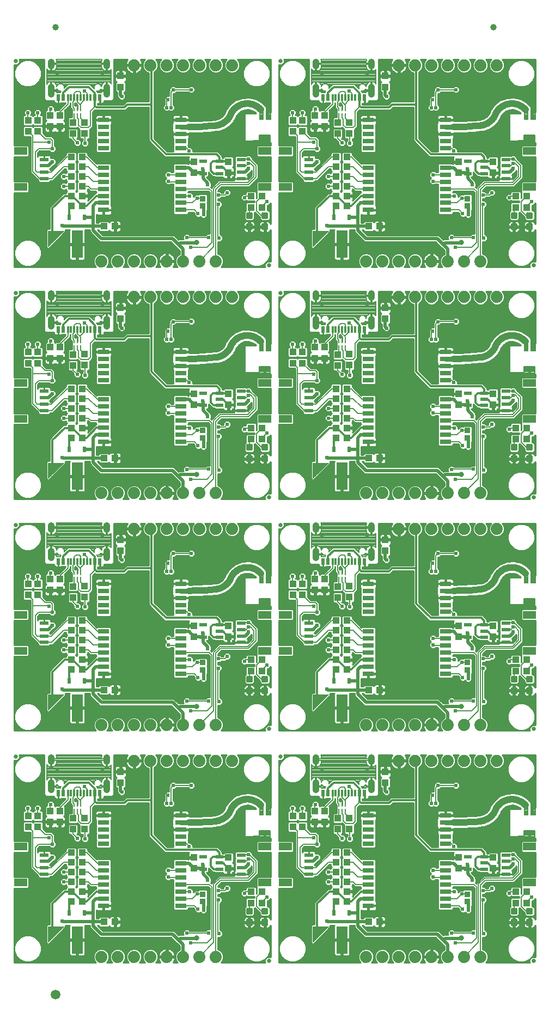
<source format=gtl>
G75*
%MOIN*%
%OFA0B0*%
%FSLAX25Y25*%
%IPPOS*%
%LPD*%
%AMOC8*
5,1,8,0,0,1.08239X$1,22.5*
%
%ADD10C,0.02500*%
%ADD11R,0.07874X0.04724*%
%ADD12R,0.05315X0.02362*%
%ADD13R,0.04331X0.03937*%
%ADD14R,0.06693X0.16535*%
%ADD15C,0.00197*%
%ADD16R,0.03937X0.03937*%
%ADD17R,0.03937X0.04331*%
%ADD18C,0.01181*%
%ADD19R,0.02480X0.03268*%
%ADD20R,0.04724X0.02165*%
%ADD21C,0.07400*%
%ADD22R,0.07087X0.03150*%
%ADD23R,0.00984X0.02402*%
%ADD24R,0.00984X0.02205*%
%ADD25R,0.01181X0.04000*%
%ADD26R,0.02362X0.04000*%
%ADD27R,0.02165X0.04000*%
%ADD28C,0.03937*%
%ADD29R,0.03543X0.03346*%
%ADD30R,0.06299X0.03150*%
%ADD31R,0.02559X0.03150*%
%ADD32C,0.03937*%
%ADD33C,0.05906*%
%ADD34C,0.02400*%
%ADD35C,0.02000*%
%ADD36C,0.03200*%
%ADD37C,0.00600*%
%ADD38C,0.01000*%
%ADD39C,0.01200*%
%ADD40C,0.00787*%
%ADD41C,0.00800*%
%ADD42C,0.03150*%
D10*
X0076842Y0166150D03*
X0076842Y0308050D03*
X0076842Y0449950D03*
X0076842Y0591850D03*
X0231842Y0466950D03*
X0238842Y0449950D03*
X0231842Y0325050D03*
X0238842Y0308050D03*
X0231842Y0183150D03*
X0238842Y0166150D03*
X0231842Y0041250D03*
X0393842Y0041250D03*
X0393842Y0183150D03*
X0393842Y0325050D03*
X0393842Y0466950D03*
X0238842Y0591850D03*
D11*
X0241873Y0536874D03*
X0229310Y0536874D03*
X0229310Y0514826D03*
X0241873Y0514826D03*
X0241873Y0394974D03*
X0229310Y0394974D03*
X0229310Y0372926D03*
X0241873Y0372926D03*
X0241873Y0253074D03*
X0229310Y0253074D03*
X0229310Y0231026D03*
X0241873Y0231026D03*
X0241873Y0111174D03*
X0229310Y0111174D03*
X0229310Y0089126D03*
X0241873Y0089126D03*
X0391310Y0089126D03*
X0391310Y0111174D03*
X0391310Y0231026D03*
X0391310Y0253074D03*
X0391310Y0372926D03*
X0391310Y0394974D03*
X0391310Y0514826D03*
X0391310Y0536874D03*
X0079873Y0536874D03*
X0079873Y0514826D03*
X0079873Y0394974D03*
X0079873Y0372926D03*
X0079873Y0253074D03*
X0079873Y0231026D03*
X0079873Y0111174D03*
X0079873Y0089126D03*
D12*
X0094342Y0094244D03*
X0094342Y0098181D03*
X0094342Y0102119D03*
X0094342Y0106056D03*
X0094342Y0236144D03*
X0094342Y0240081D03*
X0094342Y0244019D03*
X0094342Y0247956D03*
X0094342Y0378044D03*
X0094342Y0381981D03*
X0094342Y0385919D03*
X0094342Y0389856D03*
X0094342Y0519944D03*
X0094342Y0523881D03*
X0094342Y0527819D03*
X0094342Y0531756D03*
X0214842Y0531756D03*
X0214842Y0527819D03*
X0214842Y0523881D03*
X0214842Y0519944D03*
X0256342Y0519944D03*
X0256342Y0523881D03*
X0256342Y0527819D03*
X0256342Y0531756D03*
X0256342Y0389856D03*
X0256342Y0385919D03*
X0256342Y0381981D03*
X0256342Y0378044D03*
X0214842Y0378044D03*
X0214842Y0381981D03*
X0214842Y0385919D03*
X0214842Y0389856D03*
X0214842Y0247956D03*
X0214842Y0244019D03*
X0214842Y0240081D03*
X0214842Y0236144D03*
X0256342Y0236144D03*
X0256342Y0240081D03*
X0256342Y0244019D03*
X0256342Y0247956D03*
X0256342Y0106056D03*
X0256342Y0102119D03*
X0256342Y0098181D03*
X0256342Y0094244D03*
X0214842Y0094244D03*
X0214842Y0098181D03*
X0214842Y0102119D03*
X0214842Y0106056D03*
X0376842Y0106056D03*
X0376842Y0102119D03*
X0376842Y0098181D03*
X0376842Y0094244D03*
X0376842Y0236144D03*
X0376842Y0240081D03*
X0376842Y0244019D03*
X0376842Y0247956D03*
X0376842Y0378044D03*
X0376842Y0381981D03*
X0376842Y0385919D03*
X0376842Y0389856D03*
X0376842Y0519944D03*
X0376842Y0523881D03*
X0376842Y0527819D03*
X0376842Y0531756D03*
D13*
X0382995Y0509350D03*
X0382995Y0502450D03*
X0389688Y0502450D03*
X0389688Y0509350D03*
X0299688Y0490850D03*
X0292995Y0490850D03*
X0279688Y0503350D03*
X0279688Y0509350D03*
X0279688Y0515350D03*
X0279688Y0521350D03*
X0279688Y0527350D03*
X0279688Y0533350D03*
X0272995Y0533350D03*
X0272995Y0527350D03*
X0272995Y0521350D03*
X0272995Y0515350D03*
X0272995Y0509350D03*
X0272995Y0503350D03*
X0227688Y0502450D03*
X0227688Y0509350D03*
X0220995Y0509350D03*
X0220995Y0502450D03*
X0272995Y0391450D03*
X0272995Y0385450D03*
X0272995Y0379450D03*
X0272995Y0373450D03*
X0272995Y0367450D03*
X0272995Y0361450D03*
X0279688Y0361450D03*
X0279688Y0367450D03*
X0279688Y0373450D03*
X0279688Y0379450D03*
X0279688Y0385450D03*
X0279688Y0391450D03*
X0292995Y0348950D03*
X0299688Y0348950D03*
X0279688Y0249550D03*
X0279688Y0243550D03*
X0279688Y0237550D03*
X0279688Y0231550D03*
X0279688Y0225550D03*
X0279688Y0219550D03*
X0272995Y0219550D03*
X0272995Y0225550D03*
X0272995Y0231550D03*
X0272995Y0237550D03*
X0272995Y0243550D03*
X0272995Y0249550D03*
X0292995Y0207050D03*
X0299688Y0207050D03*
X0279688Y0107650D03*
X0279688Y0101650D03*
X0279688Y0095650D03*
X0279688Y0089650D03*
X0279688Y0083650D03*
X0279688Y0077650D03*
X0272995Y0077650D03*
X0272995Y0083650D03*
X0272995Y0089650D03*
X0272995Y0095650D03*
X0272995Y0101650D03*
X0272995Y0107650D03*
X0292995Y0065150D03*
X0299688Y0065150D03*
X0227688Y0076750D03*
X0227688Y0083650D03*
X0220995Y0083650D03*
X0220995Y0076750D03*
X0137688Y0065150D03*
X0130995Y0065150D03*
X0117688Y0077650D03*
X0117688Y0083650D03*
X0117688Y0089650D03*
X0117688Y0095650D03*
X0117688Y0101650D03*
X0117688Y0107650D03*
X0110995Y0107650D03*
X0110995Y0101650D03*
X0110995Y0095650D03*
X0110995Y0089650D03*
X0110995Y0083650D03*
X0110995Y0077650D03*
X0130995Y0207050D03*
X0137688Y0207050D03*
X0117688Y0219550D03*
X0117688Y0225550D03*
X0117688Y0231550D03*
X0117688Y0237550D03*
X0117688Y0243550D03*
X0117688Y0249550D03*
X0110995Y0249550D03*
X0110995Y0243550D03*
X0110995Y0237550D03*
X0110995Y0231550D03*
X0110995Y0225550D03*
X0110995Y0219550D03*
X0130995Y0348950D03*
X0137688Y0348950D03*
X0117688Y0361450D03*
X0117688Y0367450D03*
X0117688Y0373450D03*
X0117688Y0379450D03*
X0117688Y0385450D03*
X0117688Y0391450D03*
X0110995Y0391450D03*
X0110995Y0385450D03*
X0110995Y0379450D03*
X0110995Y0373450D03*
X0110995Y0367450D03*
X0110995Y0361450D03*
X0130995Y0490850D03*
X0137688Y0490850D03*
X0117688Y0503350D03*
X0117688Y0509350D03*
X0117688Y0515350D03*
X0117688Y0521350D03*
X0117688Y0527350D03*
X0117688Y0533350D03*
X0110995Y0533350D03*
X0110995Y0527350D03*
X0110995Y0521350D03*
X0110995Y0515350D03*
X0110995Y0509350D03*
X0110995Y0503350D03*
X0220995Y0367450D03*
X0220995Y0360550D03*
X0227688Y0360550D03*
X0227688Y0367450D03*
X0227688Y0225550D03*
X0227688Y0218650D03*
X0220995Y0218650D03*
X0220995Y0225550D03*
X0382995Y0225550D03*
X0382995Y0218650D03*
X0389688Y0218650D03*
X0389688Y0225550D03*
X0389688Y0360550D03*
X0389688Y0367450D03*
X0382995Y0367450D03*
X0382995Y0360550D03*
X0382995Y0083650D03*
X0382995Y0076750D03*
X0389688Y0076750D03*
X0389688Y0083650D03*
D14*
X0276625Y0054112D03*
X0276625Y0196012D03*
X0276625Y0337912D03*
X0276625Y0479812D03*
X0114625Y0479812D03*
X0114625Y0337912D03*
X0114625Y0196012D03*
X0114625Y0054112D03*
D15*
X0106239Y0062301D02*
X0096791Y0052852D01*
X0096791Y0062301D01*
X0106239Y0062301D01*
X0106132Y0062193D02*
X0096791Y0062193D01*
X0096791Y0061998D02*
X0105936Y0061998D01*
X0105741Y0061803D02*
X0096791Y0061803D01*
X0096791Y0061607D02*
X0105546Y0061607D01*
X0105350Y0061412D02*
X0096791Y0061412D01*
X0096791Y0061217D02*
X0105155Y0061217D01*
X0104959Y0061021D02*
X0096791Y0061021D01*
X0096791Y0060826D02*
X0104764Y0060826D01*
X0104569Y0060631D02*
X0096791Y0060631D01*
X0096791Y0060435D02*
X0104373Y0060435D01*
X0104178Y0060240D02*
X0096791Y0060240D01*
X0096791Y0060044D02*
X0103983Y0060044D01*
X0103787Y0059849D02*
X0096791Y0059849D01*
X0096791Y0059654D02*
X0103592Y0059654D01*
X0103397Y0059458D02*
X0096791Y0059458D01*
X0096791Y0059263D02*
X0103201Y0059263D01*
X0103006Y0059068D02*
X0096791Y0059068D01*
X0096791Y0058872D02*
X0102811Y0058872D01*
X0102615Y0058677D02*
X0096791Y0058677D01*
X0096791Y0058482D02*
X0102420Y0058482D01*
X0102224Y0058286D02*
X0096791Y0058286D01*
X0096791Y0058091D02*
X0102029Y0058091D01*
X0101834Y0057895D02*
X0096791Y0057895D01*
X0096791Y0057700D02*
X0101638Y0057700D01*
X0101443Y0057505D02*
X0096791Y0057505D01*
X0096791Y0057309D02*
X0101248Y0057309D01*
X0101052Y0057114D02*
X0096791Y0057114D01*
X0096791Y0056919D02*
X0100857Y0056919D01*
X0100662Y0056723D02*
X0096791Y0056723D01*
X0096791Y0056528D02*
X0100466Y0056528D01*
X0100271Y0056333D02*
X0096791Y0056333D01*
X0096791Y0056137D02*
X0100075Y0056137D01*
X0099880Y0055942D02*
X0096791Y0055942D01*
X0096791Y0055746D02*
X0099685Y0055746D01*
X0099489Y0055551D02*
X0096791Y0055551D01*
X0096791Y0055356D02*
X0099294Y0055356D01*
X0099099Y0055160D02*
X0096791Y0055160D01*
X0096791Y0054965D02*
X0098903Y0054965D01*
X0098708Y0054770D02*
X0096791Y0054770D01*
X0096791Y0054574D02*
X0098513Y0054574D01*
X0098317Y0054379D02*
X0096791Y0054379D01*
X0096791Y0054184D02*
X0098122Y0054184D01*
X0097926Y0053988D02*
X0096791Y0053988D01*
X0096791Y0053793D02*
X0097731Y0053793D01*
X0097536Y0053597D02*
X0096791Y0053597D01*
X0096791Y0053402D02*
X0097340Y0053402D01*
X0097145Y0053207D02*
X0096791Y0053207D01*
X0096791Y0053011D02*
X0096950Y0053011D01*
X0096791Y0194752D02*
X0106239Y0204201D01*
X0096791Y0204201D01*
X0096791Y0194752D01*
X0096791Y0194844D02*
X0096882Y0194844D01*
X0096791Y0195039D02*
X0097078Y0195039D01*
X0097273Y0195235D02*
X0096791Y0195235D01*
X0096791Y0195430D02*
X0097468Y0195430D01*
X0097664Y0195625D02*
X0096791Y0195625D01*
X0096791Y0195821D02*
X0097859Y0195821D01*
X0098054Y0196016D02*
X0096791Y0196016D01*
X0096791Y0196212D02*
X0098250Y0196212D01*
X0098445Y0196407D02*
X0096791Y0196407D01*
X0096791Y0196602D02*
X0098641Y0196602D01*
X0098836Y0196798D02*
X0096791Y0196798D01*
X0096791Y0196993D02*
X0099031Y0196993D01*
X0099227Y0197188D02*
X0096791Y0197188D01*
X0096791Y0197384D02*
X0099422Y0197384D01*
X0099617Y0197579D02*
X0096791Y0197579D01*
X0096791Y0197774D02*
X0099813Y0197774D01*
X0100008Y0197970D02*
X0096791Y0197970D01*
X0096791Y0198165D02*
X0100203Y0198165D01*
X0100399Y0198361D02*
X0096791Y0198361D01*
X0096791Y0198556D02*
X0100594Y0198556D01*
X0100790Y0198751D02*
X0096791Y0198751D01*
X0096791Y0198947D02*
X0100985Y0198947D01*
X0101180Y0199142D02*
X0096791Y0199142D01*
X0096791Y0199337D02*
X0101376Y0199337D01*
X0101571Y0199533D02*
X0096791Y0199533D01*
X0096791Y0199728D02*
X0101766Y0199728D01*
X0101962Y0199923D02*
X0096791Y0199923D01*
X0096791Y0200119D02*
X0102157Y0200119D01*
X0102352Y0200314D02*
X0096791Y0200314D01*
X0096791Y0200509D02*
X0102548Y0200509D01*
X0102743Y0200705D02*
X0096791Y0200705D01*
X0096791Y0200900D02*
X0102938Y0200900D01*
X0103134Y0201096D02*
X0096791Y0201096D01*
X0096791Y0201291D02*
X0103329Y0201291D01*
X0103525Y0201486D02*
X0096791Y0201486D01*
X0096791Y0201682D02*
X0103720Y0201682D01*
X0103915Y0201877D02*
X0096791Y0201877D01*
X0096791Y0202072D02*
X0104111Y0202072D01*
X0104306Y0202268D02*
X0096791Y0202268D01*
X0096791Y0202463D02*
X0104501Y0202463D01*
X0104697Y0202658D02*
X0096791Y0202658D01*
X0096791Y0202854D02*
X0104892Y0202854D01*
X0105087Y0203049D02*
X0096791Y0203049D01*
X0096791Y0203245D02*
X0105283Y0203245D01*
X0105478Y0203440D02*
X0096791Y0203440D01*
X0096791Y0203635D02*
X0105674Y0203635D01*
X0105869Y0203831D02*
X0096791Y0203831D01*
X0096791Y0204026D02*
X0106064Y0204026D01*
X0096791Y0336652D02*
X0106239Y0346101D01*
X0096791Y0346101D01*
X0096791Y0336652D01*
X0096791Y0336677D02*
X0096815Y0336677D01*
X0096791Y0336872D02*
X0097010Y0336872D01*
X0097206Y0337067D02*
X0096791Y0337067D01*
X0096791Y0337263D02*
X0097401Y0337263D01*
X0097596Y0337458D02*
X0096791Y0337458D01*
X0096791Y0337653D02*
X0097792Y0337653D01*
X0097987Y0337849D02*
X0096791Y0337849D01*
X0096791Y0338044D02*
X0098182Y0338044D01*
X0098378Y0338240D02*
X0096791Y0338240D01*
X0096791Y0338435D02*
X0098573Y0338435D01*
X0098768Y0338630D02*
X0096791Y0338630D01*
X0096791Y0338826D02*
X0098964Y0338826D01*
X0099159Y0339021D02*
X0096791Y0339021D01*
X0096791Y0339216D02*
X0099355Y0339216D01*
X0099550Y0339412D02*
X0096791Y0339412D01*
X0096791Y0339607D02*
X0099745Y0339607D01*
X0099941Y0339802D02*
X0096791Y0339802D01*
X0096791Y0339998D02*
X0100136Y0339998D01*
X0100331Y0340193D02*
X0096791Y0340193D01*
X0096791Y0340388D02*
X0100527Y0340388D01*
X0100722Y0340584D02*
X0096791Y0340584D01*
X0096791Y0340779D02*
X0100917Y0340779D01*
X0101113Y0340975D02*
X0096791Y0340975D01*
X0096791Y0341170D02*
X0101308Y0341170D01*
X0101504Y0341365D02*
X0096791Y0341365D01*
X0096791Y0341561D02*
X0101699Y0341561D01*
X0101894Y0341756D02*
X0096791Y0341756D01*
X0096791Y0341951D02*
X0102090Y0341951D01*
X0102285Y0342147D02*
X0096791Y0342147D01*
X0096791Y0342342D02*
X0102480Y0342342D01*
X0102676Y0342537D02*
X0096791Y0342537D01*
X0096791Y0342733D02*
X0102871Y0342733D01*
X0103066Y0342928D02*
X0096791Y0342928D01*
X0096791Y0343124D02*
X0103262Y0343124D01*
X0103457Y0343319D02*
X0096791Y0343319D01*
X0096791Y0343514D02*
X0103653Y0343514D01*
X0103848Y0343710D02*
X0096791Y0343710D01*
X0096791Y0343905D02*
X0104043Y0343905D01*
X0104239Y0344100D02*
X0096791Y0344100D01*
X0096791Y0344296D02*
X0104434Y0344296D01*
X0104629Y0344491D02*
X0096791Y0344491D01*
X0096791Y0344686D02*
X0104825Y0344686D01*
X0105020Y0344882D02*
X0096791Y0344882D01*
X0096791Y0345077D02*
X0105215Y0345077D01*
X0105411Y0345273D02*
X0096791Y0345273D01*
X0096791Y0345468D02*
X0105606Y0345468D01*
X0105802Y0345663D02*
X0096791Y0345663D01*
X0096791Y0345859D02*
X0105997Y0345859D01*
X0106192Y0346054D02*
X0096791Y0346054D01*
X0096791Y0478552D02*
X0106239Y0488001D01*
X0096791Y0488001D01*
X0096791Y0478552D01*
X0096791Y0478705D02*
X0096943Y0478705D01*
X0096791Y0478900D02*
X0097138Y0478900D01*
X0097334Y0479095D02*
X0096791Y0479095D01*
X0096791Y0479291D02*
X0097529Y0479291D01*
X0097724Y0479486D02*
X0096791Y0479486D01*
X0096791Y0479681D02*
X0097920Y0479681D01*
X0098115Y0479877D02*
X0096791Y0479877D01*
X0096791Y0480072D02*
X0098310Y0480072D01*
X0098506Y0480267D02*
X0096791Y0480267D01*
X0096791Y0480463D02*
X0098701Y0480463D01*
X0098896Y0480658D02*
X0096791Y0480658D01*
X0096791Y0480854D02*
X0099092Y0480854D01*
X0099287Y0481049D02*
X0096791Y0481049D01*
X0096791Y0481244D02*
X0099483Y0481244D01*
X0099678Y0481440D02*
X0096791Y0481440D01*
X0096791Y0481635D02*
X0099873Y0481635D01*
X0100069Y0481830D02*
X0096791Y0481830D01*
X0096791Y0482026D02*
X0100264Y0482026D01*
X0100459Y0482221D02*
X0096791Y0482221D01*
X0096791Y0482416D02*
X0100655Y0482416D01*
X0100850Y0482612D02*
X0096791Y0482612D01*
X0096791Y0482807D02*
X0101045Y0482807D01*
X0101241Y0483003D02*
X0096791Y0483003D01*
X0096791Y0483198D02*
X0101436Y0483198D01*
X0101632Y0483393D02*
X0096791Y0483393D01*
X0096791Y0483589D02*
X0101827Y0483589D01*
X0102022Y0483784D02*
X0096791Y0483784D01*
X0096791Y0483979D02*
X0102218Y0483979D01*
X0102413Y0484175D02*
X0096791Y0484175D01*
X0096791Y0484370D02*
X0102608Y0484370D01*
X0102804Y0484565D02*
X0096791Y0484565D01*
X0096791Y0484761D02*
X0102999Y0484761D01*
X0103194Y0484956D02*
X0096791Y0484956D01*
X0096791Y0485152D02*
X0103390Y0485152D01*
X0103585Y0485347D02*
X0096791Y0485347D01*
X0096791Y0485542D02*
X0103780Y0485542D01*
X0103976Y0485738D02*
X0096791Y0485738D01*
X0096791Y0485933D02*
X0104171Y0485933D01*
X0104367Y0486128D02*
X0096791Y0486128D01*
X0096791Y0486324D02*
X0104562Y0486324D01*
X0104757Y0486519D02*
X0096791Y0486519D01*
X0096791Y0486714D02*
X0104953Y0486714D01*
X0105148Y0486910D02*
X0096791Y0486910D01*
X0096791Y0487105D02*
X0105343Y0487105D01*
X0105539Y0487300D02*
X0096791Y0487300D01*
X0096791Y0487496D02*
X0105734Y0487496D01*
X0105929Y0487691D02*
X0096791Y0487691D01*
X0096791Y0487887D02*
X0106125Y0487887D01*
X0258791Y0487887D02*
X0268125Y0487887D01*
X0268239Y0488001D02*
X0258791Y0478552D01*
X0258791Y0488001D01*
X0268239Y0488001D01*
X0267929Y0487691D02*
X0258791Y0487691D01*
X0258791Y0487496D02*
X0267734Y0487496D01*
X0267539Y0487300D02*
X0258791Y0487300D01*
X0258791Y0487105D02*
X0267343Y0487105D01*
X0267148Y0486910D02*
X0258791Y0486910D01*
X0258791Y0486714D02*
X0266953Y0486714D01*
X0266757Y0486519D02*
X0258791Y0486519D01*
X0258791Y0486324D02*
X0266562Y0486324D01*
X0266367Y0486128D02*
X0258791Y0486128D01*
X0258791Y0485933D02*
X0266171Y0485933D01*
X0265976Y0485738D02*
X0258791Y0485738D01*
X0258791Y0485542D02*
X0265780Y0485542D01*
X0265585Y0485347D02*
X0258791Y0485347D01*
X0258791Y0485152D02*
X0265390Y0485152D01*
X0265194Y0484956D02*
X0258791Y0484956D01*
X0258791Y0484761D02*
X0264999Y0484761D01*
X0264804Y0484565D02*
X0258791Y0484565D01*
X0258791Y0484370D02*
X0264608Y0484370D01*
X0264413Y0484175D02*
X0258791Y0484175D01*
X0258791Y0483979D02*
X0264218Y0483979D01*
X0264022Y0483784D02*
X0258791Y0483784D01*
X0258791Y0483589D02*
X0263827Y0483589D01*
X0263632Y0483393D02*
X0258791Y0483393D01*
X0258791Y0483198D02*
X0263436Y0483198D01*
X0263241Y0483003D02*
X0258791Y0483003D01*
X0258791Y0482807D02*
X0263045Y0482807D01*
X0262850Y0482612D02*
X0258791Y0482612D01*
X0258791Y0482416D02*
X0262655Y0482416D01*
X0262459Y0482221D02*
X0258791Y0482221D01*
X0258791Y0482026D02*
X0262264Y0482026D01*
X0262069Y0481830D02*
X0258791Y0481830D01*
X0258791Y0481635D02*
X0261873Y0481635D01*
X0261678Y0481440D02*
X0258791Y0481440D01*
X0258791Y0481244D02*
X0261483Y0481244D01*
X0261287Y0481049D02*
X0258791Y0481049D01*
X0258791Y0480854D02*
X0261092Y0480854D01*
X0260896Y0480658D02*
X0258791Y0480658D01*
X0258791Y0480463D02*
X0260701Y0480463D01*
X0260506Y0480267D02*
X0258791Y0480267D01*
X0258791Y0480072D02*
X0260310Y0480072D01*
X0260115Y0479877D02*
X0258791Y0479877D01*
X0258791Y0479681D02*
X0259920Y0479681D01*
X0259724Y0479486D02*
X0258791Y0479486D01*
X0258791Y0479291D02*
X0259529Y0479291D01*
X0259334Y0479095D02*
X0258791Y0479095D01*
X0258791Y0478900D02*
X0259138Y0478900D01*
X0258943Y0478705D02*
X0258791Y0478705D01*
X0258791Y0346101D02*
X0268239Y0346101D01*
X0258791Y0336652D01*
X0258791Y0346101D01*
X0258791Y0346054D02*
X0268192Y0346054D01*
X0267997Y0345859D02*
X0258791Y0345859D01*
X0258791Y0345663D02*
X0267802Y0345663D01*
X0267606Y0345468D02*
X0258791Y0345468D01*
X0258791Y0345273D02*
X0267411Y0345273D01*
X0267215Y0345077D02*
X0258791Y0345077D01*
X0258791Y0344882D02*
X0267020Y0344882D01*
X0266825Y0344686D02*
X0258791Y0344686D01*
X0258791Y0344491D02*
X0266629Y0344491D01*
X0266434Y0344296D02*
X0258791Y0344296D01*
X0258791Y0344100D02*
X0266239Y0344100D01*
X0266043Y0343905D02*
X0258791Y0343905D01*
X0258791Y0343710D02*
X0265848Y0343710D01*
X0265653Y0343514D02*
X0258791Y0343514D01*
X0258791Y0343319D02*
X0265457Y0343319D01*
X0265262Y0343124D02*
X0258791Y0343124D01*
X0258791Y0342928D02*
X0265066Y0342928D01*
X0264871Y0342733D02*
X0258791Y0342733D01*
X0258791Y0342537D02*
X0264676Y0342537D01*
X0264480Y0342342D02*
X0258791Y0342342D01*
X0258791Y0342147D02*
X0264285Y0342147D01*
X0264090Y0341951D02*
X0258791Y0341951D01*
X0258791Y0341756D02*
X0263894Y0341756D01*
X0263699Y0341561D02*
X0258791Y0341561D01*
X0258791Y0341365D02*
X0263504Y0341365D01*
X0263308Y0341170D02*
X0258791Y0341170D01*
X0258791Y0340975D02*
X0263113Y0340975D01*
X0262917Y0340779D02*
X0258791Y0340779D01*
X0258791Y0340584D02*
X0262722Y0340584D01*
X0262527Y0340388D02*
X0258791Y0340388D01*
X0258791Y0340193D02*
X0262331Y0340193D01*
X0262136Y0339998D02*
X0258791Y0339998D01*
X0258791Y0339802D02*
X0261941Y0339802D01*
X0261745Y0339607D02*
X0258791Y0339607D01*
X0258791Y0339412D02*
X0261550Y0339412D01*
X0261355Y0339216D02*
X0258791Y0339216D01*
X0258791Y0339021D02*
X0261159Y0339021D01*
X0260964Y0338826D02*
X0258791Y0338826D01*
X0258791Y0338630D02*
X0260768Y0338630D01*
X0260573Y0338435D02*
X0258791Y0338435D01*
X0258791Y0338240D02*
X0260378Y0338240D01*
X0260182Y0338044D02*
X0258791Y0338044D01*
X0258791Y0337849D02*
X0259987Y0337849D01*
X0259792Y0337653D02*
X0258791Y0337653D01*
X0258791Y0337458D02*
X0259596Y0337458D01*
X0259401Y0337263D02*
X0258791Y0337263D01*
X0258791Y0337067D02*
X0259206Y0337067D01*
X0259010Y0336872D02*
X0258791Y0336872D01*
X0258791Y0336677D02*
X0258815Y0336677D01*
X0258791Y0204201D02*
X0268239Y0204201D01*
X0258791Y0194752D01*
X0258791Y0204201D01*
X0258791Y0204026D02*
X0268064Y0204026D01*
X0267869Y0203831D02*
X0258791Y0203831D01*
X0258791Y0203635D02*
X0267674Y0203635D01*
X0267478Y0203440D02*
X0258791Y0203440D01*
X0258791Y0203245D02*
X0267283Y0203245D01*
X0267087Y0203049D02*
X0258791Y0203049D01*
X0258791Y0202854D02*
X0266892Y0202854D01*
X0266697Y0202658D02*
X0258791Y0202658D01*
X0258791Y0202463D02*
X0266501Y0202463D01*
X0266306Y0202268D02*
X0258791Y0202268D01*
X0258791Y0202072D02*
X0266111Y0202072D01*
X0265915Y0201877D02*
X0258791Y0201877D01*
X0258791Y0201682D02*
X0265720Y0201682D01*
X0265525Y0201486D02*
X0258791Y0201486D01*
X0258791Y0201291D02*
X0265329Y0201291D01*
X0265134Y0201096D02*
X0258791Y0201096D01*
X0258791Y0200900D02*
X0264938Y0200900D01*
X0264743Y0200705D02*
X0258791Y0200705D01*
X0258791Y0200509D02*
X0264548Y0200509D01*
X0264352Y0200314D02*
X0258791Y0200314D01*
X0258791Y0200119D02*
X0264157Y0200119D01*
X0263962Y0199923D02*
X0258791Y0199923D01*
X0258791Y0199728D02*
X0263766Y0199728D01*
X0263571Y0199533D02*
X0258791Y0199533D01*
X0258791Y0199337D02*
X0263376Y0199337D01*
X0263180Y0199142D02*
X0258791Y0199142D01*
X0258791Y0198947D02*
X0262985Y0198947D01*
X0262790Y0198751D02*
X0258791Y0198751D01*
X0258791Y0198556D02*
X0262594Y0198556D01*
X0262399Y0198361D02*
X0258791Y0198361D01*
X0258791Y0198165D02*
X0262203Y0198165D01*
X0262008Y0197970D02*
X0258791Y0197970D01*
X0258791Y0197774D02*
X0261813Y0197774D01*
X0261617Y0197579D02*
X0258791Y0197579D01*
X0258791Y0197384D02*
X0261422Y0197384D01*
X0261227Y0197188D02*
X0258791Y0197188D01*
X0258791Y0196993D02*
X0261031Y0196993D01*
X0260836Y0196798D02*
X0258791Y0196798D01*
X0258791Y0196602D02*
X0260641Y0196602D01*
X0260445Y0196407D02*
X0258791Y0196407D01*
X0258791Y0196212D02*
X0260250Y0196212D01*
X0260054Y0196016D02*
X0258791Y0196016D01*
X0258791Y0195821D02*
X0259859Y0195821D01*
X0259664Y0195625D02*
X0258791Y0195625D01*
X0258791Y0195430D02*
X0259468Y0195430D01*
X0259273Y0195235D02*
X0258791Y0195235D01*
X0258791Y0195039D02*
X0259078Y0195039D01*
X0258882Y0194844D02*
X0258791Y0194844D01*
X0258791Y0062301D02*
X0268239Y0062301D01*
X0258791Y0052852D01*
X0258791Y0062301D01*
X0258791Y0062193D02*
X0268132Y0062193D01*
X0267936Y0061998D02*
X0258791Y0061998D01*
X0258791Y0061803D02*
X0267741Y0061803D01*
X0267546Y0061607D02*
X0258791Y0061607D01*
X0258791Y0061412D02*
X0267350Y0061412D01*
X0267155Y0061217D02*
X0258791Y0061217D01*
X0258791Y0061021D02*
X0266959Y0061021D01*
X0266764Y0060826D02*
X0258791Y0060826D01*
X0258791Y0060631D02*
X0266569Y0060631D01*
X0266373Y0060435D02*
X0258791Y0060435D01*
X0258791Y0060240D02*
X0266178Y0060240D01*
X0265983Y0060044D02*
X0258791Y0060044D01*
X0258791Y0059849D02*
X0265787Y0059849D01*
X0265592Y0059654D02*
X0258791Y0059654D01*
X0258791Y0059458D02*
X0265397Y0059458D01*
X0265201Y0059263D02*
X0258791Y0059263D01*
X0258791Y0059068D02*
X0265006Y0059068D01*
X0264811Y0058872D02*
X0258791Y0058872D01*
X0258791Y0058677D02*
X0264615Y0058677D01*
X0264420Y0058482D02*
X0258791Y0058482D01*
X0258791Y0058286D02*
X0264224Y0058286D01*
X0264029Y0058091D02*
X0258791Y0058091D01*
X0258791Y0057895D02*
X0263834Y0057895D01*
X0263638Y0057700D02*
X0258791Y0057700D01*
X0258791Y0057505D02*
X0263443Y0057505D01*
X0263248Y0057309D02*
X0258791Y0057309D01*
X0258791Y0057114D02*
X0263052Y0057114D01*
X0262857Y0056919D02*
X0258791Y0056919D01*
X0258791Y0056723D02*
X0262662Y0056723D01*
X0262466Y0056528D02*
X0258791Y0056528D01*
X0258791Y0056333D02*
X0262271Y0056333D01*
X0262075Y0056137D02*
X0258791Y0056137D01*
X0258791Y0055942D02*
X0261880Y0055942D01*
X0261685Y0055746D02*
X0258791Y0055746D01*
X0258791Y0055551D02*
X0261489Y0055551D01*
X0261294Y0055356D02*
X0258791Y0055356D01*
X0258791Y0055160D02*
X0261099Y0055160D01*
X0260903Y0054965D02*
X0258791Y0054965D01*
X0258791Y0054770D02*
X0260708Y0054770D01*
X0260513Y0054574D02*
X0258791Y0054574D01*
X0258791Y0054379D02*
X0260317Y0054379D01*
X0260122Y0054184D02*
X0258791Y0054184D01*
X0258791Y0053988D02*
X0259926Y0053988D01*
X0259731Y0053793D02*
X0258791Y0053793D01*
X0258791Y0053597D02*
X0259536Y0053597D01*
X0259340Y0053402D02*
X0258791Y0053402D01*
X0258791Y0053207D02*
X0259145Y0053207D01*
X0258950Y0053011D02*
X0258791Y0053011D01*
D16*
X0261342Y0059711D03*
X0261342Y0201611D03*
X0261342Y0343511D03*
X0261342Y0485411D03*
X0099342Y0485411D03*
X0099342Y0343511D03*
X0099342Y0201611D03*
X0099342Y0059711D03*
D17*
X0111942Y0121804D03*
X0111942Y0128496D03*
X0119142Y0128696D03*
X0119142Y0122004D03*
X0103942Y0126304D03*
X0098142Y0126304D03*
X0098142Y0132996D03*
X0103942Y0132996D03*
X0090442Y0129996D03*
X0090442Y0123304D03*
X0084542Y0123304D03*
X0084542Y0129996D03*
X0141142Y0150404D03*
X0141142Y0157096D03*
X0186142Y0104496D03*
X0186142Y0097804D03*
X0207142Y0097804D03*
X0207142Y0104496D03*
X0246542Y0123304D03*
X0246542Y0129996D03*
X0252442Y0129996D03*
X0252442Y0123304D03*
X0260142Y0126304D03*
X0265942Y0126304D03*
X0265942Y0132996D03*
X0260142Y0132996D03*
X0273942Y0128496D03*
X0273942Y0121804D03*
X0281142Y0122004D03*
X0281142Y0128696D03*
X0303142Y0150404D03*
X0303142Y0157096D03*
X0348142Y0104496D03*
X0348142Y0097804D03*
X0369142Y0097804D03*
X0369142Y0104496D03*
X0369142Y0239704D03*
X0369142Y0246396D03*
X0348142Y0246396D03*
X0348142Y0239704D03*
X0303142Y0292304D03*
X0303142Y0298996D03*
X0281142Y0270596D03*
X0281142Y0263904D03*
X0273942Y0263704D03*
X0273942Y0270396D03*
X0265942Y0268204D03*
X0260142Y0268204D03*
X0260142Y0274896D03*
X0265942Y0274896D03*
X0252442Y0271896D03*
X0252442Y0265204D03*
X0246542Y0265204D03*
X0246542Y0271896D03*
X0207142Y0246396D03*
X0207142Y0239704D03*
X0186142Y0239704D03*
X0186142Y0246396D03*
X0141142Y0292304D03*
X0141142Y0298996D03*
X0119142Y0270596D03*
X0119142Y0263904D03*
X0111942Y0263704D03*
X0111942Y0270396D03*
X0103942Y0268204D03*
X0098142Y0268204D03*
X0098142Y0274896D03*
X0103942Y0274896D03*
X0090442Y0271896D03*
X0090442Y0265204D03*
X0084542Y0265204D03*
X0084542Y0271896D03*
X0084542Y0407104D03*
X0084542Y0413796D03*
X0090442Y0413796D03*
X0090442Y0407104D03*
X0098142Y0410104D03*
X0103942Y0410104D03*
X0103942Y0416796D03*
X0098142Y0416796D03*
X0111942Y0412296D03*
X0111942Y0405604D03*
X0119142Y0405804D03*
X0119142Y0412496D03*
X0141142Y0434204D03*
X0141142Y0440896D03*
X0186142Y0388296D03*
X0186142Y0381604D03*
X0207142Y0381604D03*
X0207142Y0388296D03*
X0246542Y0407104D03*
X0246542Y0413796D03*
X0252442Y0413796D03*
X0252442Y0407104D03*
X0260142Y0410104D03*
X0265942Y0410104D03*
X0265942Y0416796D03*
X0260142Y0416796D03*
X0273942Y0412296D03*
X0273942Y0405604D03*
X0281142Y0405804D03*
X0281142Y0412496D03*
X0303142Y0434204D03*
X0303142Y0440896D03*
X0348142Y0388296D03*
X0348142Y0381604D03*
X0369142Y0381604D03*
X0369142Y0388296D03*
X0369142Y0523504D03*
X0369142Y0530196D03*
X0348142Y0530196D03*
X0348142Y0523504D03*
X0303142Y0576104D03*
X0303142Y0582796D03*
X0281142Y0554396D03*
X0281142Y0547704D03*
X0273942Y0547504D03*
X0273942Y0554196D03*
X0265942Y0552004D03*
X0260142Y0552004D03*
X0260142Y0558696D03*
X0265942Y0558696D03*
X0252442Y0555696D03*
X0252442Y0549004D03*
X0246542Y0549004D03*
X0246542Y0555696D03*
X0207142Y0530196D03*
X0207142Y0523504D03*
X0186142Y0523504D03*
X0186142Y0530196D03*
X0141142Y0576104D03*
X0141142Y0582796D03*
X0119142Y0554396D03*
X0119142Y0547704D03*
X0111942Y0547504D03*
X0111942Y0554196D03*
X0103942Y0552004D03*
X0098142Y0552004D03*
X0098142Y0558696D03*
X0103942Y0558696D03*
X0090442Y0555696D03*
X0090442Y0549004D03*
X0084542Y0549004D03*
X0084542Y0555696D03*
D18*
X0218564Y0498781D02*
X0221320Y0498781D01*
X0221320Y0496025D01*
X0218564Y0496025D01*
X0218564Y0498781D01*
X0218564Y0497147D02*
X0221320Y0497147D01*
X0221320Y0498269D02*
X0218564Y0498269D01*
X0218564Y0491875D02*
X0221320Y0491875D01*
X0221320Y0489119D01*
X0218564Y0489119D01*
X0218564Y0491875D01*
X0218564Y0490241D02*
X0221320Y0490241D01*
X0221320Y0491363D02*
X0218564Y0491363D01*
X0228064Y0491875D02*
X0230820Y0491875D01*
X0230820Y0489119D01*
X0228064Y0489119D01*
X0228064Y0491875D01*
X0228064Y0490241D02*
X0230820Y0490241D01*
X0230820Y0491363D02*
X0228064Y0491363D01*
X0228064Y0498781D02*
X0230820Y0498781D01*
X0230820Y0496025D01*
X0228064Y0496025D01*
X0228064Y0498781D01*
X0228064Y0497147D02*
X0230820Y0497147D01*
X0230820Y0498269D02*
X0228064Y0498269D01*
X0228064Y0356881D02*
X0230820Y0356881D01*
X0230820Y0354125D01*
X0228064Y0354125D01*
X0228064Y0356881D01*
X0228064Y0355247D02*
X0230820Y0355247D01*
X0230820Y0356369D02*
X0228064Y0356369D01*
X0228064Y0349975D02*
X0230820Y0349975D01*
X0230820Y0347219D01*
X0228064Y0347219D01*
X0228064Y0349975D01*
X0228064Y0348341D02*
X0230820Y0348341D01*
X0230820Y0349463D02*
X0228064Y0349463D01*
X0221320Y0349975D02*
X0218564Y0349975D01*
X0221320Y0349975D02*
X0221320Y0347219D01*
X0218564Y0347219D01*
X0218564Y0349975D01*
X0218564Y0348341D02*
X0221320Y0348341D01*
X0221320Y0349463D02*
X0218564Y0349463D01*
X0218564Y0356881D02*
X0221320Y0356881D01*
X0221320Y0354125D01*
X0218564Y0354125D01*
X0218564Y0356881D01*
X0218564Y0355247D02*
X0221320Y0355247D01*
X0221320Y0356369D02*
X0218564Y0356369D01*
X0218564Y0214981D02*
X0221320Y0214981D01*
X0221320Y0212225D01*
X0218564Y0212225D01*
X0218564Y0214981D01*
X0218564Y0213347D02*
X0221320Y0213347D01*
X0221320Y0214469D02*
X0218564Y0214469D01*
X0218564Y0208075D02*
X0221320Y0208075D01*
X0221320Y0205319D01*
X0218564Y0205319D01*
X0218564Y0208075D01*
X0218564Y0206441D02*
X0221320Y0206441D01*
X0221320Y0207563D02*
X0218564Y0207563D01*
X0228064Y0208075D02*
X0230820Y0208075D01*
X0230820Y0205319D01*
X0228064Y0205319D01*
X0228064Y0208075D01*
X0228064Y0206441D02*
X0230820Y0206441D01*
X0230820Y0207563D02*
X0228064Y0207563D01*
X0228064Y0214981D02*
X0230820Y0214981D01*
X0230820Y0212225D01*
X0228064Y0212225D01*
X0228064Y0214981D01*
X0228064Y0213347D02*
X0230820Y0213347D01*
X0230820Y0214469D02*
X0228064Y0214469D01*
X0228064Y0073081D02*
X0230820Y0073081D01*
X0230820Y0070325D01*
X0228064Y0070325D01*
X0228064Y0073081D01*
X0228064Y0071447D02*
X0230820Y0071447D01*
X0230820Y0072569D02*
X0228064Y0072569D01*
X0228064Y0066175D02*
X0230820Y0066175D01*
X0230820Y0063419D01*
X0228064Y0063419D01*
X0228064Y0066175D01*
X0228064Y0064541D02*
X0230820Y0064541D01*
X0230820Y0065663D02*
X0228064Y0065663D01*
X0221320Y0066175D02*
X0218564Y0066175D01*
X0221320Y0066175D02*
X0221320Y0063419D01*
X0218564Y0063419D01*
X0218564Y0066175D01*
X0218564Y0064541D02*
X0221320Y0064541D01*
X0221320Y0065663D02*
X0218564Y0065663D01*
X0218564Y0073081D02*
X0221320Y0073081D01*
X0221320Y0070325D01*
X0218564Y0070325D01*
X0218564Y0073081D01*
X0218564Y0071447D02*
X0221320Y0071447D01*
X0221320Y0072569D02*
X0218564Y0072569D01*
X0380564Y0073081D02*
X0383320Y0073081D01*
X0383320Y0070325D01*
X0380564Y0070325D01*
X0380564Y0073081D01*
X0380564Y0071447D02*
X0383320Y0071447D01*
X0383320Y0072569D02*
X0380564Y0072569D01*
X0380564Y0066175D02*
X0383320Y0066175D01*
X0383320Y0063419D01*
X0380564Y0063419D01*
X0380564Y0066175D01*
X0380564Y0064541D02*
X0383320Y0064541D01*
X0383320Y0065663D02*
X0380564Y0065663D01*
X0390064Y0066175D02*
X0392820Y0066175D01*
X0392820Y0063419D01*
X0390064Y0063419D01*
X0390064Y0066175D01*
X0390064Y0064541D02*
X0392820Y0064541D01*
X0392820Y0065663D02*
X0390064Y0065663D01*
X0390064Y0073081D02*
X0392820Y0073081D01*
X0392820Y0070325D01*
X0390064Y0070325D01*
X0390064Y0073081D01*
X0390064Y0071447D02*
X0392820Y0071447D01*
X0392820Y0072569D02*
X0390064Y0072569D01*
X0390064Y0208075D02*
X0392820Y0208075D01*
X0392820Y0205319D01*
X0390064Y0205319D01*
X0390064Y0208075D01*
X0390064Y0206441D02*
X0392820Y0206441D01*
X0392820Y0207563D02*
X0390064Y0207563D01*
X0390064Y0214981D02*
X0392820Y0214981D01*
X0392820Y0212225D01*
X0390064Y0212225D01*
X0390064Y0214981D01*
X0390064Y0213347D02*
X0392820Y0213347D01*
X0392820Y0214469D02*
X0390064Y0214469D01*
X0383320Y0214981D02*
X0380564Y0214981D01*
X0383320Y0214981D02*
X0383320Y0212225D01*
X0380564Y0212225D01*
X0380564Y0214981D01*
X0380564Y0213347D02*
X0383320Y0213347D01*
X0383320Y0214469D02*
X0380564Y0214469D01*
X0380564Y0208075D02*
X0383320Y0208075D01*
X0383320Y0205319D01*
X0380564Y0205319D01*
X0380564Y0208075D01*
X0380564Y0206441D02*
X0383320Y0206441D01*
X0383320Y0207563D02*
X0380564Y0207563D01*
X0380564Y0349975D02*
X0383320Y0349975D01*
X0383320Y0347219D01*
X0380564Y0347219D01*
X0380564Y0349975D01*
X0380564Y0348341D02*
X0383320Y0348341D01*
X0383320Y0349463D02*
X0380564Y0349463D01*
X0380564Y0356881D02*
X0383320Y0356881D01*
X0383320Y0354125D01*
X0380564Y0354125D01*
X0380564Y0356881D01*
X0380564Y0355247D02*
X0383320Y0355247D01*
X0383320Y0356369D02*
X0380564Y0356369D01*
X0390064Y0356881D02*
X0392820Y0356881D01*
X0392820Y0354125D01*
X0390064Y0354125D01*
X0390064Y0356881D01*
X0390064Y0355247D02*
X0392820Y0355247D01*
X0392820Y0356369D02*
X0390064Y0356369D01*
X0390064Y0349975D02*
X0392820Y0349975D01*
X0392820Y0347219D01*
X0390064Y0347219D01*
X0390064Y0349975D01*
X0390064Y0348341D02*
X0392820Y0348341D01*
X0392820Y0349463D02*
X0390064Y0349463D01*
X0390064Y0491875D02*
X0392820Y0491875D01*
X0392820Y0489119D01*
X0390064Y0489119D01*
X0390064Y0491875D01*
X0390064Y0490241D02*
X0392820Y0490241D01*
X0392820Y0491363D02*
X0390064Y0491363D01*
X0390064Y0498781D02*
X0392820Y0498781D01*
X0392820Y0496025D01*
X0390064Y0496025D01*
X0390064Y0498781D01*
X0390064Y0497147D02*
X0392820Y0497147D01*
X0392820Y0498269D02*
X0390064Y0498269D01*
X0383320Y0498781D02*
X0380564Y0498781D01*
X0383320Y0498781D02*
X0383320Y0496025D01*
X0380564Y0496025D01*
X0380564Y0498781D01*
X0380564Y0497147D02*
X0383320Y0497147D01*
X0383320Y0498269D02*
X0380564Y0498269D01*
X0380564Y0491875D02*
X0383320Y0491875D01*
X0383320Y0489119D01*
X0380564Y0489119D01*
X0380564Y0491875D01*
X0380564Y0490241D02*
X0383320Y0490241D01*
X0383320Y0491363D02*
X0380564Y0491363D01*
D19*
X0280869Y0496350D03*
X0271814Y0496350D03*
X0271814Y0354450D03*
X0280869Y0354450D03*
X0280869Y0212550D03*
X0271814Y0212550D03*
X0271814Y0070650D03*
X0280869Y0070650D03*
X0118869Y0070650D03*
X0109814Y0070650D03*
X0109814Y0212550D03*
X0118869Y0212550D03*
X0118869Y0354450D03*
X0109814Y0354450D03*
X0109814Y0496350D03*
X0118869Y0496350D03*
D20*
X0191523Y0523110D03*
X0191523Y0530590D03*
X0201760Y0530590D03*
X0201760Y0526850D03*
X0201760Y0523110D03*
X0201760Y0388690D03*
X0201760Y0384950D03*
X0201760Y0381210D03*
X0191523Y0381210D03*
X0191523Y0388690D03*
X0191523Y0246790D03*
X0191523Y0239310D03*
X0201760Y0239310D03*
X0201760Y0243050D03*
X0201760Y0246790D03*
X0201760Y0104890D03*
X0201760Y0101150D03*
X0201760Y0097410D03*
X0191523Y0097410D03*
X0191523Y0104890D03*
X0353523Y0104890D03*
X0353523Y0097410D03*
X0363760Y0097410D03*
X0363760Y0101150D03*
X0363760Y0104890D03*
X0363760Y0239310D03*
X0363760Y0243050D03*
X0363760Y0246790D03*
X0353523Y0246790D03*
X0353523Y0239310D03*
X0353523Y0381210D03*
X0353523Y0388690D03*
X0363760Y0388690D03*
X0363760Y0384950D03*
X0363760Y0381210D03*
X0363760Y0523110D03*
X0363760Y0526850D03*
X0363760Y0530590D03*
X0353523Y0530590D03*
X0353523Y0523110D03*
D21*
X0351342Y0469450D03*
X0361342Y0469450D03*
X0361342Y0447550D03*
X0351342Y0447550D03*
X0341342Y0447550D03*
X0331342Y0447550D03*
X0321342Y0447550D03*
X0311342Y0447550D03*
X0311342Y0469450D03*
X0321342Y0469450D03*
X0331342Y0469450D03*
X0341342Y0469450D03*
X0371342Y0447550D03*
X0301342Y0469450D03*
X0291342Y0469450D03*
X0311342Y0589450D03*
X0321342Y0589450D03*
X0331342Y0589450D03*
X0341342Y0589450D03*
X0351342Y0589450D03*
X0361342Y0589450D03*
X0371342Y0589450D03*
X0209342Y0589450D03*
X0199342Y0589450D03*
X0189342Y0589450D03*
X0179342Y0589450D03*
X0169342Y0589450D03*
X0159342Y0589450D03*
X0149342Y0589450D03*
X0149342Y0469450D03*
X0159342Y0469450D03*
X0169342Y0469450D03*
X0179342Y0469450D03*
X0189342Y0469450D03*
X0199342Y0469450D03*
X0199342Y0447550D03*
X0189342Y0447550D03*
X0179342Y0447550D03*
X0169342Y0447550D03*
X0159342Y0447550D03*
X0149342Y0447550D03*
X0139342Y0469450D03*
X0129342Y0469450D03*
X0209342Y0447550D03*
X0199342Y0327550D03*
X0189342Y0327550D03*
X0179342Y0327550D03*
X0169342Y0327550D03*
X0159342Y0327550D03*
X0149342Y0327550D03*
X0139342Y0327550D03*
X0129342Y0327550D03*
X0149342Y0305650D03*
X0159342Y0305650D03*
X0169342Y0305650D03*
X0179342Y0305650D03*
X0189342Y0305650D03*
X0199342Y0305650D03*
X0209342Y0305650D03*
X0199342Y0185650D03*
X0189342Y0185650D03*
X0179342Y0185650D03*
X0169342Y0185650D03*
X0159342Y0185650D03*
X0149342Y0185650D03*
X0139342Y0185650D03*
X0129342Y0185650D03*
X0149342Y0163750D03*
X0159342Y0163750D03*
X0169342Y0163750D03*
X0179342Y0163750D03*
X0189342Y0163750D03*
X0199342Y0163750D03*
X0209342Y0163750D03*
X0199342Y0043750D03*
X0189342Y0043750D03*
X0179342Y0043750D03*
X0169342Y0043750D03*
X0159342Y0043750D03*
X0149342Y0043750D03*
X0139342Y0043750D03*
X0129342Y0043750D03*
X0291342Y0043750D03*
X0301342Y0043750D03*
X0311342Y0043750D03*
X0321342Y0043750D03*
X0331342Y0043750D03*
X0341342Y0043750D03*
X0351342Y0043750D03*
X0361342Y0043750D03*
X0361342Y0163750D03*
X0351342Y0163750D03*
X0341342Y0163750D03*
X0331342Y0163750D03*
X0321342Y0163750D03*
X0311342Y0163750D03*
X0311342Y0185650D03*
X0321342Y0185650D03*
X0331342Y0185650D03*
X0341342Y0185650D03*
X0351342Y0185650D03*
X0361342Y0185650D03*
X0371342Y0163750D03*
X0301342Y0185650D03*
X0291342Y0185650D03*
X0311342Y0305650D03*
X0321342Y0305650D03*
X0331342Y0305650D03*
X0341342Y0305650D03*
X0351342Y0305650D03*
X0361342Y0305650D03*
X0371342Y0305650D03*
X0361342Y0327550D03*
X0351342Y0327550D03*
X0341342Y0327550D03*
X0331342Y0327550D03*
X0321342Y0327550D03*
X0311342Y0327550D03*
X0301342Y0327550D03*
X0291342Y0327550D03*
D22*
X0292720Y0358891D03*
X0292720Y0363222D03*
X0292720Y0367552D03*
X0292720Y0371883D03*
X0292720Y0376214D03*
X0292720Y0380544D03*
X0292720Y0384875D03*
X0292720Y0396686D03*
X0292720Y0401017D03*
X0292720Y0405348D03*
X0292720Y0409678D03*
X0292720Y0414009D03*
X0339964Y0414009D03*
X0339964Y0409678D03*
X0339964Y0405348D03*
X0339964Y0401017D03*
X0339964Y0396686D03*
X0339964Y0384875D03*
X0339964Y0380544D03*
X0339964Y0376214D03*
X0339964Y0371883D03*
X0339964Y0367552D03*
X0339964Y0363222D03*
X0339964Y0358891D03*
X0339964Y0272109D03*
X0339964Y0267778D03*
X0339964Y0263448D03*
X0339964Y0259117D03*
X0339964Y0254786D03*
X0339964Y0242975D03*
X0339964Y0238644D03*
X0339964Y0234314D03*
X0339964Y0229983D03*
X0339964Y0225652D03*
X0339964Y0221322D03*
X0339964Y0216991D03*
X0292720Y0216991D03*
X0292720Y0221322D03*
X0292720Y0225652D03*
X0292720Y0229983D03*
X0292720Y0234314D03*
X0292720Y0238644D03*
X0292720Y0242975D03*
X0292720Y0254786D03*
X0292720Y0259117D03*
X0292720Y0263448D03*
X0292720Y0267778D03*
X0292720Y0272109D03*
X0292720Y0130209D03*
X0292720Y0125878D03*
X0292720Y0121548D03*
X0292720Y0117217D03*
X0292720Y0112886D03*
X0292720Y0101075D03*
X0292720Y0096744D03*
X0292720Y0092414D03*
X0292720Y0088083D03*
X0292720Y0083752D03*
X0292720Y0079422D03*
X0292720Y0075091D03*
X0339964Y0075091D03*
X0339964Y0079422D03*
X0339964Y0083752D03*
X0339964Y0088083D03*
X0339964Y0092414D03*
X0339964Y0096744D03*
X0339964Y0101075D03*
X0339964Y0112886D03*
X0339964Y0117217D03*
X0339964Y0121548D03*
X0339964Y0125878D03*
X0339964Y0130209D03*
X0177964Y0130209D03*
X0177964Y0125878D03*
X0177964Y0121548D03*
X0177964Y0117217D03*
X0177964Y0112886D03*
X0177964Y0101075D03*
X0177964Y0096744D03*
X0177964Y0092414D03*
X0177964Y0088083D03*
X0177964Y0083752D03*
X0177964Y0079422D03*
X0177964Y0075091D03*
X0130720Y0075091D03*
X0130720Y0079422D03*
X0130720Y0083752D03*
X0130720Y0088083D03*
X0130720Y0092414D03*
X0130720Y0096744D03*
X0130720Y0101075D03*
X0130720Y0112886D03*
X0130720Y0117217D03*
X0130720Y0121548D03*
X0130720Y0125878D03*
X0130720Y0130209D03*
X0130720Y0216991D03*
X0130720Y0221322D03*
X0130720Y0225652D03*
X0130720Y0229983D03*
X0130720Y0234314D03*
X0130720Y0238644D03*
X0130720Y0242975D03*
X0130720Y0254786D03*
X0130720Y0259117D03*
X0130720Y0263448D03*
X0130720Y0267778D03*
X0130720Y0272109D03*
X0177964Y0272109D03*
X0177964Y0267778D03*
X0177964Y0263448D03*
X0177964Y0259117D03*
X0177964Y0254786D03*
X0177964Y0242975D03*
X0177964Y0238644D03*
X0177964Y0234314D03*
X0177964Y0229983D03*
X0177964Y0225652D03*
X0177964Y0221322D03*
X0177964Y0216991D03*
X0177964Y0358891D03*
X0177964Y0363222D03*
X0177964Y0367552D03*
X0177964Y0371883D03*
X0177964Y0376214D03*
X0177964Y0380544D03*
X0177964Y0384875D03*
X0177964Y0396686D03*
X0177964Y0401017D03*
X0177964Y0405348D03*
X0177964Y0409678D03*
X0177964Y0414009D03*
X0130720Y0414009D03*
X0130720Y0409678D03*
X0130720Y0405348D03*
X0130720Y0401017D03*
X0130720Y0396686D03*
X0130720Y0384875D03*
X0130720Y0380544D03*
X0130720Y0376214D03*
X0130720Y0371883D03*
X0130720Y0367552D03*
X0130720Y0363222D03*
X0130720Y0358891D03*
X0130720Y0500791D03*
X0130720Y0505122D03*
X0130720Y0509452D03*
X0130720Y0513783D03*
X0130720Y0518114D03*
X0130720Y0522444D03*
X0130720Y0526775D03*
X0130720Y0538586D03*
X0130720Y0542917D03*
X0130720Y0547248D03*
X0130720Y0551578D03*
X0130720Y0555909D03*
X0177964Y0555909D03*
X0177964Y0551578D03*
X0177964Y0547248D03*
X0177964Y0542917D03*
X0177964Y0538586D03*
X0177964Y0526775D03*
X0177964Y0522444D03*
X0177964Y0518114D03*
X0177964Y0513783D03*
X0177964Y0509452D03*
X0177964Y0505122D03*
X0177964Y0500791D03*
X0292720Y0500791D03*
X0292720Y0505122D03*
X0292720Y0509452D03*
X0292720Y0513783D03*
X0292720Y0518114D03*
X0292720Y0522444D03*
X0292720Y0526775D03*
X0292720Y0538586D03*
X0292720Y0542917D03*
X0292720Y0547248D03*
X0292720Y0551578D03*
X0292720Y0555909D03*
X0339964Y0555909D03*
X0339964Y0551578D03*
X0339964Y0547248D03*
X0339964Y0542917D03*
X0339964Y0538586D03*
X0339964Y0526775D03*
X0339964Y0522444D03*
X0339964Y0518114D03*
X0339964Y0513783D03*
X0339964Y0509452D03*
X0339964Y0505122D03*
X0339964Y0500791D03*
D23*
X0278710Y0562244D03*
X0278710Y0420344D03*
X0278710Y0278444D03*
X0278710Y0136544D03*
X0116710Y0136544D03*
X0116710Y0278444D03*
X0116710Y0420344D03*
X0116710Y0562244D03*
D24*
X0114742Y0562343D03*
X0112773Y0562343D03*
X0112773Y0558957D03*
X0114742Y0558957D03*
X0116710Y0558957D03*
X0114742Y0420443D03*
X0112773Y0420443D03*
X0112773Y0417057D03*
X0114742Y0417057D03*
X0116710Y0417057D03*
X0114742Y0278543D03*
X0112773Y0278543D03*
X0112773Y0275157D03*
X0114742Y0275157D03*
X0116710Y0275157D03*
X0114742Y0136643D03*
X0112773Y0136643D03*
X0112773Y0133257D03*
X0114742Y0133257D03*
X0116710Y0133257D03*
X0274773Y0133257D03*
X0276742Y0133257D03*
X0278710Y0133257D03*
X0276742Y0136643D03*
X0274773Y0136643D03*
X0274773Y0275157D03*
X0276742Y0275157D03*
X0278710Y0275157D03*
X0276742Y0278543D03*
X0274773Y0278543D03*
X0274773Y0417057D03*
X0276742Y0417057D03*
X0278710Y0417057D03*
X0276742Y0420443D03*
X0274773Y0420443D03*
X0274773Y0558957D03*
X0276742Y0558957D03*
X0278710Y0558957D03*
X0276742Y0562343D03*
X0274773Y0562343D03*
D25*
X0274789Y0569544D03*
X0272821Y0569544D03*
X0270852Y0569544D03*
X0276758Y0569544D03*
X0278726Y0569544D03*
X0280695Y0569544D03*
X0282663Y0569544D03*
X0284632Y0569544D03*
X0284632Y0427644D03*
X0282663Y0427644D03*
X0280695Y0427644D03*
X0278726Y0427644D03*
X0276758Y0427644D03*
X0274789Y0427644D03*
X0272821Y0427644D03*
X0270852Y0427644D03*
X0270852Y0285744D03*
X0272821Y0285744D03*
X0274789Y0285744D03*
X0276758Y0285744D03*
X0278726Y0285744D03*
X0280695Y0285744D03*
X0282663Y0285744D03*
X0284632Y0285744D03*
X0284632Y0143844D03*
X0282663Y0143844D03*
X0280695Y0143844D03*
X0278726Y0143844D03*
X0276758Y0143844D03*
X0274789Y0143844D03*
X0272821Y0143844D03*
X0270852Y0143844D03*
X0122632Y0143844D03*
X0120663Y0143844D03*
X0118695Y0143844D03*
X0116726Y0143844D03*
X0114758Y0143844D03*
X0112789Y0143844D03*
X0110821Y0143844D03*
X0108852Y0143844D03*
X0108852Y0285744D03*
X0110821Y0285744D03*
X0112789Y0285744D03*
X0114758Y0285744D03*
X0116726Y0285744D03*
X0118695Y0285744D03*
X0120663Y0285744D03*
X0122632Y0285744D03*
X0122632Y0427644D03*
X0120663Y0427644D03*
X0118695Y0427644D03*
X0116726Y0427644D03*
X0114758Y0427644D03*
X0112789Y0427644D03*
X0110821Y0427644D03*
X0108852Y0427644D03*
X0108852Y0569544D03*
X0110821Y0569544D03*
X0112789Y0569544D03*
X0114758Y0569544D03*
X0116726Y0569544D03*
X0118695Y0569544D03*
X0120663Y0569544D03*
X0122632Y0569544D03*
D26*
X0128439Y0569544D03*
X0103045Y0569544D03*
X0103045Y0427644D03*
X0128439Y0427644D03*
X0128439Y0285744D03*
X0103045Y0285744D03*
X0103045Y0143844D03*
X0128439Y0143844D03*
X0265045Y0143844D03*
X0290439Y0143844D03*
X0290439Y0285744D03*
X0265045Y0285744D03*
X0265045Y0427644D03*
X0290439Y0427644D03*
X0290439Y0569544D03*
X0265045Y0569544D03*
D27*
X0268096Y0569544D03*
X0287387Y0569544D03*
X0287387Y0427644D03*
X0268096Y0427644D03*
X0268096Y0285744D03*
X0287387Y0285744D03*
X0287387Y0143844D03*
X0268096Y0143844D03*
X0125387Y0143844D03*
X0106096Y0143844D03*
X0106096Y0285744D03*
X0125387Y0285744D03*
X0125387Y0427644D03*
X0106096Y0427644D03*
X0106096Y0569544D03*
X0125387Y0569544D03*
D28*
X0132750Y0571586D02*
X0132750Y0571586D01*
X0132750Y0575918D01*
X0132750Y0575918D01*
X0132750Y0571586D01*
X0132750Y0575326D02*
X0132750Y0575326D01*
X0132750Y0589028D02*
X0132750Y0589028D01*
X0132750Y0591390D01*
X0132750Y0591390D01*
X0132750Y0589028D01*
X0098734Y0589028D02*
X0098734Y0589028D01*
X0098734Y0591390D01*
X0098734Y0591390D01*
X0098734Y0589028D01*
X0098734Y0571586D02*
X0098734Y0571586D01*
X0098734Y0575918D01*
X0098734Y0575918D01*
X0098734Y0571586D01*
X0098734Y0575326D02*
X0098734Y0575326D01*
X0183124Y0409678D02*
X0186374Y0409713D01*
X0189622Y0409818D01*
X0192867Y0409992D01*
X0196107Y0410236D01*
X0199342Y0410550D01*
X0199615Y0410583D01*
X0199886Y0410622D01*
X0200157Y0410668D01*
X0200427Y0410720D01*
X0200695Y0410779D01*
X0200962Y0410844D01*
X0201227Y0410915D01*
X0201490Y0410993D01*
X0201752Y0411077D01*
X0202011Y0411168D01*
X0202268Y0411265D01*
X0202523Y0411367D01*
X0202775Y0411476D01*
X0203024Y0411591D01*
X0203271Y0411712D01*
X0203514Y0411839D01*
X0203755Y0411971D01*
X0203992Y0412110D01*
X0204226Y0412254D01*
X0204456Y0412403D01*
X0204683Y0412558D01*
X0204906Y0412719D01*
X0205125Y0412885D01*
X0205339Y0413056D01*
X0205550Y0413232D01*
X0205757Y0413413D01*
X0205959Y0413599D01*
X0206156Y0413790D01*
X0206349Y0413985D01*
X0206537Y0414185D01*
X0206720Y0414390D01*
X0206899Y0414599D01*
X0207072Y0414812D01*
X0207240Y0415029D01*
X0207402Y0415250D01*
X0207560Y0415475D01*
X0207712Y0415704D01*
X0207858Y0415936D01*
X0207999Y0416172D01*
X0208134Y0416411D01*
X0208224Y0416667D01*
X0208319Y0416921D01*
X0208421Y0417173D01*
X0208528Y0417422D01*
X0208642Y0417668D01*
X0208762Y0417912D01*
X0208888Y0418152D01*
X0209019Y0418389D01*
X0209156Y0418623D01*
X0209299Y0418854D01*
X0209448Y0419081D01*
X0209602Y0419304D01*
X0209762Y0419523D01*
X0209927Y0419739D01*
X0210097Y0419950D01*
X0210272Y0420157D01*
X0210452Y0420360D01*
X0210637Y0420558D01*
X0210827Y0420752D01*
X0211022Y0420941D01*
X0211221Y0421125D01*
X0211425Y0421305D01*
X0211633Y0421479D01*
X0211845Y0421648D01*
X0212061Y0421812D01*
X0212281Y0421970D01*
X0212505Y0422123D01*
X0212733Y0422271D01*
X0212964Y0422412D01*
X0213199Y0422549D01*
X0213437Y0422679D01*
X0213678Y0422804D01*
X0213922Y0422922D01*
X0214169Y0423035D01*
X0214418Y0423141D01*
X0214670Y0423242D01*
X0214925Y0423336D01*
X0215181Y0423424D01*
X0215440Y0423505D01*
X0215701Y0423580D01*
X0215963Y0423649D01*
X0216227Y0423712D01*
X0216493Y0423767D01*
X0216759Y0423817D01*
X0217027Y0423860D01*
X0217296Y0423896D01*
X0217566Y0423926D01*
X0217836Y0423949D01*
X0218107Y0423965D01*
X0218378Y0423975D01*
X0218649Y0423978D01*
X0218920Y0423975D01*
X0219192Y0423964D01*
X0219462Y0423948D01*
X0219733Y0423924D01*
X0220002Y0423894D01*
X0220271Y0423858D01*
X0220539Y0423814D01*
X0220806Y0423765D01*
X0221071Y0423708D01*
X0221335Y0423646D01*
X0221597Y0423577D01*
X0221858Y0423501D01*
X0222116Y0423419D01*
X0222373Y0423331D01*
X0222627Y0423236D01*
X0222879Y0423136D01*
X0223129Y0423029D01*
X0223375Y0422916D01*
X0223619Y0422797D01*
X0223860Y0422672D01*
X0224098Y0422542D01*
X0224332Y0422405D01*
X0224563Y0422263D01*
X0224791Y0422115D01*
X0225015Y0421962D01*
X0225235Y0421803D01*
X0225451Y0421639D01*
X0225663Y0421470D01*
X0225870Y0421295D01*
X0226074Y0421116D01*
X0226273Y0420931D01*
X0226467Y0420742D01*
X0226657Y0420548D01*
X0226842Y0420350D01*
X0260734Y0429686D02*
X0260734Y0429686D01*
X0260734Y0434018D01*
X0260734Y0434018D01*
X0260734Y0429686D01*
X0260734Y0433426D02*
X0260734Y0433426D01*
X0260734Y0447128D02*
X0260734Y0447128D01*
X0260734Y0449490D01*
X0260734Y0449490D01*
X0260734Y0447128D01*
X0294750Y0447128D02*
X0294750Y0447128D01*
X0294750Y0449490D01*
X0294750Y0449490D01*
X0294750Y0447128D01*
X0294750Y0429686D02*
X0294750Y0429686D01*
X0294750Y0434018D01*
X0294750Y0434018D01*
X0294750Y0429686D01*
X0294750Y0433426D02*
X0294750Y0433426D01*
X0345124Y0267778D02*
X0348374Y0267813D01*
X0351622Y0267918D01*
X0354867Y0268092D01*
X0358107Y0268336D01*
X0361342Y0268650D01*
X0361615Y0268683D01*
X0361886Y0268722D01*
X0362157Y0268768D01*
X0362427Y0268820D01*
X0362695Y0268879D01*
X0362962Y0268944D01*
X0363227Y0269015D01*
X0363490Y0269093D01*
X0363752Y0269177D01*
X0364011Y0269268D01*
X0364268Y0269365D01*
X0364523Y0269467D01*
X0364775Y0269576D01*
X0365024Y0269691D01*
X0365271Y0269812D01*
X0365514Y0269939D01*
X0365755Y0270071D01*
X0365992Y0270210D01*
X0366226Y0270354D01*
X0366456Y0270503D01*
X0366683Y0270658D01*
X0366906Y0270819D01*
X0367125Y0270985D01*
X0367339Y0271156D01*
X0367550Y0271332D01*
X0367757Y0271513D01*
X0367959Y0271699D01*
X0368156Y0271890D01*
X0368349Y0272085D01*
X0368537Y0272285D01*
X0368720Y0272490D01*
X0368899Y0272699D01*
X0369072Y0272912D01*
X0369240Y0273129D01*
X0369402Y0273350D01*
X0369560Y0273575D01*
X0369712Y0273804D01*
X0369858Y0274036D01*
X0369999Y0274272D01*
X0370134Y0274511D01*
X0370224Y0274767D01*
X0370319Y0275021D01*
X0370421Y0275273D01*
X0370528Y0275522D01*
X0370642Y0275768D01*
X0370762Y0276012D01*
X0370888Y0276252D01*
X0371019Y0276489D01*
X0371156Y0276723D01*
X0371299Y0276954D01*
X0371448Y0277181D01*
X0371602Y0277404D01*
X0371762Y0277623D01*
X0371927Y0277839D01*
X0372097Y0278050D01*
X0372272Y0278257D01*
X0372452Y0278460D01*
X0372637Y0278658D01*
X0372827Y0278852D01*
X0373022Y0279041D01*
X0373221Y0279225D01*
X0373425Y0279405D01*
X0373633Y0279579D01*
X0373845Y0279748D01*
X0374061Y0279912D01*
X0374281Y0280070D01*
X0374505Y0280223D01*
X0374733Y0280371D01*
X0374964Y0280512D01*
X0375199Y0280649D01*
X0375437Y0280779D01*
X0375678Y0280904D01*
X0375922Y0281022D01*
X0376169Y0281135D01*
X0376418Y0281241D01*
X0376670Y0281342D01*
X0376925Y0281436D01*
X0377181Y0281524D01*
X0377440Y0281605D01*
X0377701Y0281680D01*
X0377963Y0281749D01*
X0378227Y0281812D01*
X0378493Y0281867D01*
X0378759Y0281917D01*
X0379027Y0281960D01*
X0379296Y0281996D01*
X0379566Y0282026D01*
X0379836Y0282049D01*
X0380107Y0282065D01*
X0380378Y0282075D01*
X0380649Y0282078D01*
X0380920Y0282075D01*
X0381192Y0282064D01*
X0381462Y0282048D01*
X0381733Y0282024D01*
X0382002Y0281994D01*
X0382271Y0281958D01*
X0382539Y0281914D01*
X0382806Y0281865D01*
X0383071Y0281808D01*
X0383335Y0281746D01*
X0383597Y0281677D01*
X0383858Y0281601D01*
X0384116Y0281519D01*
X0384373Y0281431D01*
X0384627Y0281336D01*
X0384879Y0281236D01*
X0385129Y0281129D01*
X0385375Y0281016D01*
X0385619Y0280897D01*
X0385860Y0280772D01*
X0386098Y0280642D01*
X0386332Y0280505D01*
X0386563Y0280363D01*
X0386791Y0280215D01*
X0387015Y0280062D01*
X0387235Y0279903D01*
X0387451Y0279739D01*
X0387663Y0279570D01*
X0387870Y0279395D01*
X0388074Y0279216D01*
X0388273Y0279031D01*
X0388467Y0278842D01*
X0388657Y0278648D01*
X0388842Y0278450D01*
X0361342Y0126750D02*
X0358107Y0126436D01*
X0354867Y0126192D01*
X0351622Y0126018D01*
X0348374Y0125913D01*
X0345124Y0125878D01*
X0361342Y0126750D02*
X0361615Y0126783D01*
X0361886Y0126822D01*
X0362157Y0126868D01*
X0362427Y0126920D01*
X0362695Y0126979D01*
X0362962Y0127044D01*
X0363227Y0127115D01*
X0363490Y0127193D01*
X0363752Y0127277D01*
X0364011Y0127368D01*
X0364268Y0127465D01*
X0364523Y0127567D01*
X0364775Y0127676D01*
X0365024Y0127791D01*
X0365271Y0127912D01*
X0365514Y0128039D01*
X0365755Y0128171D01*
X0365992Y0128310D01*
X0366226Y0128454D01*
X0366456Y0128603D01*
X0366683Y0128758D01*
X0366906Y0128919D01*
X0367125Y0129085D01*
X0367339Y0129256D01*
X0367550Y0129432D01*
X0367757Y0129613D01*
X0367959Y0129799D01*
X0368156Y0129990D01*
X0368349Y0130185D01*
X0368537Y0130385D01*
X0368720Y0130590D01*
X0368899Y0130799D01*
X0369072Y0131012D01*
X0369240Y0131229D01*
X0369402Y0131450D01*
X0369560Y0131675D01*
X0369712Y0131904D01*
X0369858Y0132136D01*
X0369999Y0132372D01*
X0370134Y0132611D01*
X0370224Y0132867D01*
X0370319Y0133121D01*
X0370421Y0133373D01*
X0370528Y0133622D01*
X0370642Y0133868D01*
X0370762Y0134112D01*
X0370888Y0134352D01*
X0371019Y0134589D01*
X0371156Y0134823D01*
X0371299Y0135054D01*
X0371448Y0135281D01*
X0371602Y0135504D01*
X0371762Y0135723D01*
X0371927Y0135939D01*
X0372097Y0136150D01*
X0372272Y0136357D01*
X0372452Y0136560D01*
X0372637Y0136758D01*
X0372827Y0136952D01*
X0373022Y0137141D01*
X0373221Y0137325D01*
X0373425Y0137505D01*
X0373633Y0137679D01*
X0373845Y0137848D01*
X0374061Y0138012D01*
X0374281Y0138170D01*
X0374505Y0138323D01*
X0374733Y0138471D01*
X0374964Y0138612D01*
X0375199Y0138749D01*
X0375437Y0138879D01*
X0375678Y0139004D01*
X0375922Y0139122D01*
X0376169Y0139235D01*
X0376418Y0139341D01*
X0376670Y0139442D01*
X0376925Y0139536D01*
X0377181Y0139624D01*
X0377440Y0139705D01*
X0377701Y0139780D01*
X0377963Y0139849D01*
X0378227Y0139912D01*
X0378493Y0139967D01*
X0378759Y0140017D01*
X0379027Y0140060D01*
X0379296Y0140096D01*
X0379566Y0140126D01*
X0379836Y0140149D01*
X0380107Y0140165D01*
X0380378Y0140175D01*
X0380649Y0140178D01*
X0380920Y0140175D01*
X0381192Y0140164D01*
X0381462Y0140148D01*
X0381733Y0140124D01*
X0382002Y0140094D01*
X0382271Y0140058D01*
X0382539Y0140014D01*
X0382806Y0139965D01*
X0383071Y0139908D01*
X0383335Y0139846D01*
X0383597Y0139777D01*
X0383858Y0139701D01*
X0384116Y0139619D01*
X0384373Y0139531D01*
X0384627Y0139436D01*
X0384879Y0139336D01*
X0385129Y0139229D01*
X0385375Y0139116D01*
X0385619Y0138997D01*
X0385860Y0138872D01*
X0386098Y0138742D01*
X0386332Y0138605D01*
X0386563Y0138463D01*
X0386791Y0138315D01*
X0387015Y0138162D01*
X0387235Y0138003D01*
X0387451Y0137839D01*
X0387663Y0137670D01*
X0387870Y0137495D01*
X0388074Y0137316D01*
X0388273Y0137131D01*
X0388467Y0136942D01*
X0388657Y0136748D01*
X0388842Y0136550D01*
X0294750Y0145886D02*
X0294750Y0145886D01*
X0294750Y0150218D01*
X0294750Y0150218D01*
X0294750Y0145886D01*
X0294750Y0149626D02*
X0294750Y0149626D01*
X0294750Y0163328D02*
X0294750Y0163328D01*
X0294750Y0165690D01*
X0294750Y0165690D01*
X0294750Y0163328D01*
X0260734Y0163328D02*
X0260734Y0163328D01*
X0260734Y0165690D01*
X0260734Y0165690D01*
X0260734Y0163328D01*
X0260734Y0145886D02*
X0260734Y0145886D01*
X0260734Y0150218D01*
X0260734Y0150218D01*
X0260734Y0145886D01*
X0260734Y0149626D02*
X0260734Y0149626D01*
X0226842Y0136550D02*
X0226657Y0136748D01*
X0226467Y0136942D01*
X0226273Y0137131D01*
X0226074Y0137316D01*
X0225870Y0137495D01*
X0225663Y0137670D01*
X0225451Y0137839D01*
X0225235Y0138003D01*
X0225015Y0138162D01*
X0224791Y0138315D01*
X0224563Y0138463D01*
X0224332Y0138605D01*
X0224098Y0138742D01*
X0223860Y0138872D01*
X0223619Y0138997D01*
X0223375Y0139116D01*
X0223129Y0139229D01*
X0222879Y0139336D01*
X0222627Y0139436D01*
X0222373Y0139531D01*
X0222116Y0139619D01*
X0221858Y0139701D01*
X0221597Y0139777D01*
X0221335Y0139846D01*
X0221071Y0139908D01*
X0220806Y0139965D01*
X0220539Y0140014D01*
X0220271Y0140058D01*
X0220002Y0140094D01*
X0219733Y0140124D01*
X0219462Y0140148D01*
X0219192Y0140164D01*
X0218920Y0140175D01*
X0218649Y0140178D01*
X0218378Y0140175D01*
X0218107Y0140165D01*
X0217836Y0140149D01*
X0217566Y0140126D01*
X0217296Y0140096D01*
X0217027Y0140060D01*
X0216759Y0140017D01*
X0216493Y0139967D01*
X0216227Y0139912D01*
X0215963Y0139849D01*
X0215701Y0139780D01*
X0215440Y0139705D01*
X0215181Y0139624D01*
X0214925Y0139536D01*
X0214670Y0139442D01*
X0214418Y0139341D01*
X0214169Y0139235D01*
X0213922Y0139122D01*
X0213678Y0139004D01*
X0213437Y0138879D01*
X0213199Y0138749D01*
X0212964Y0138612D01*
X0212733Y0138471D01*
X0212505Y0138323D01*
X0212281Y0138170D01*
X0212061Y0138012D01*
X0211845Y0137848D01*
X0211633Y0137679D01*
X0211425Y0137505D01*
X0211221Y0137325D01*
X0211022Y0137141D01*
X0210827Y0136952D01*
X0210637Y0136758D01*
X0210452Y0136560D01*
X0210272Y0136357D01*
X0210097Y0136150D01*
X0209927Y0135939D01*
X0209762Y0135723D01*
X0209602Y0135504D01*
X0209448Y0135281D01*
X0209299Y0135054D01*
X0209156Y0134823D01*
X0209019Y0134589D01*
X0208888Y0134352D01*
X0208762Y0134112D01*
X0208642Y0133868D01*
X0208528Y0133622D01*
X0208421Y0133373D01*
X0208319Y0133121D01*
X0208224Y0132867D01*
X0208134Y0132611D01*
X0207999Y0132372D01*
X0207858Y0132136D01*
X0207712Y0131904D01*
X0207560Y0131675D01*
X0207402Y0131450D01*
X0207240Y0131229D01*
X0207072Y0131012D01*
X0206899Y0130799D01*
X0206720Y0130590D01*
X0206537Y0130385D01*
X0206349Y0130185D01*
X0206156Y0129990D01*
X0205959Y0129799D01*
X0205757Y0129613D01*
X0205550Y0129432D01*
X0205339Y0129256D01*
X0205125Y0129085D01*
X0204906Y0128919D01*
X0204683Y0128758D01*
X0204456Y0128603D01*
X0204226Y0128454D01*
X0203992Y0128310D01*
X0203755Y0128171D01*
X0203514Y0128039D01*
X0203271Y0127912D01*
X0203024Y0127791D01*
X0202775Y0127676D01*
X0202523Y0127567D01*
X0202268Y0127465D01*
X0202011Y0127368D01*
X0201752Y0127277D01*
X0201490Y0127193D01*
X0201227Y0127115D01*
X0200962Y0127044D01*
X0200695Y0126979D01*
X0200427Y0126920D01*
X0200157Y0126868D01*
X0199886Y0126822D01*
X0199615Y0126783D01*
X0199342Y0126750D01*
X0132750Y0145886D02*
X0132750Y0145886D01*
X0132750Y0150218D01*
X0132750Y0150218D01*
X0132750Y0145886D01*
X0132750Y0149626D02*
X0132750Y0149626D01*
X0132750Y0163328D02*
X0132750Y0163328D01*
X0132750Y0165690D01*
X0132750Y0165690D01*
X0132750Y0163328D01*
X0098734Y0163328D02*
X0098734Y0163328D01*
X0098734Y0165690D01*
X0098734Y0165690D01*
X0098734Y0163328D01*
X0098734Y0145886D02*
X0098734Y0145886D01*
X0098734Y0150218D01*
X0098734Y0150218D01*
X0098734Y0145886D01*
X0098734Y0149626D02*
X0098734Y0149626D01*
X0183124Y0125878D02*
X0186374Y0125913D01*
X0189622Y0126018D01*
X0192867Y0126192D01*
X0196107Y0126436D01*
X0199342Y0126750D01*
X0208134Y0274511D02*
X0208224Y0274767D01*
X0208319Y0275021D01*
X0208421Y0275273D01*
X0208528Y0275522D01*
X0208642Y0275768D01*
X0208762Y0276012D01*
X0208888Y0276252D01*
X0209019Y0276489D01*
X0209156Y0276723D01*
X0209299Y0276954D01*
X0209448Y0277181D01*
X0209602Y0277404D01*
X0209762Y0277623D01*
X0209927Y0277839D01*
X0210097Y0278050D01*
X0210272Y0278257D01*
X0210452Y0278460D01*
X0210637Y0278658D01*
X0210827Y0278852D01*
X0211022Y0279041D01*
X0211221Y0279225D01*
X0211425Y0279405D01*
X0211633Y0279579D01*
X0211845Y0279748D01*
X0212061Y0279912D01*
X0212281Y0280070D01*
X0212505Y0280223D01*
X0212733Y0280371D01*
X0212964Y0280512D01*
X0213199Y0280649D01*
X0213437Y0280779D01*
X0213678Y0280904D01*
X0213922Y0281022D01*
X0214169Y0281135D01*
X0214418Y0281241D01*
X0214670Y0281342D01*
X0214925Y0281436D01*
X0215181Y0281524D01*
X0215440Y0281605D01*
X0215701Y0281680D01*
X0215963Y0281749D01*
X0216227Y0281812D01*
X0216493Y0281867D01*
X0216759Y0281917D01*
X0217027Y0281960D01*
X0217296Y0281996D01*
X0217566Y0282026D01*
X0217836Y0282049D01*
X0218107Y0282065D01*
X0218378Y0282075D01*
X0218649Y0282078D01*
X0218920Y0282075D01*
X0219192Y0282064D01*
X0219462Y0282048D01*
X0219733Y0282024D01*
X0220002Y0281994D01*
X0220271Y0281958D01*
X0220539Y0281914D01*
X0220806Y0281865D01*
X0221071Y0281808D01*
X0221335Y0281746D01*
X0221597Y0281677D01*
X0221858Y0281601D01*
X0222116Y0281519D01*
X0222373Y0281431D01*
X0222627Y0281336D01*
X0222879Y0281236D01*
X0223129Y0281129D01*
X0223375Y0281016D01*
X0223619Y0280897D01*
X0223860Y0280772D01*
X0224098Y0280642D01*
X0224332Y0280505D01*
X0224563Y0280363D01*
X0224791Y0280215D01*
X0225015Y0280062D01*
X0225235Y0279903D01*
X0225451Y0279739D01*
X0225663Y0279570D01*
X0225870Y0279395D01*
X0226074Y0279216D01*
X0226273Y0279031D01*
X0226467Y0278842D01*
X0226657Y0278648D01*
X0226842Y0278450D01*
X0208134Y0274511D02*
X0207999Y0274272D01*
X0207858Y0274036D01*
X0207712Y0273804D01*
X0207560Y0273575D01*
X0207402Y0273350D01*
X0207240Y0273129D01*
X0207072Y0272912D01*
X0206899Y0272699D01*
X0206720Y0272490D01*
X0206537Y0272285D01*
X0206349Y0272085D01*
X0206156Y0271890D01*
X0205959Y0271699D01*
X0205757Y0271513D01*
X0205550Y0271332D01*
X0205339Y0271156D01*
X0205125Y0270985D01*
X0204906Y0270819D01*
X0204683Y0270658D01*
X0204456Y0270503D01*
X0204226Y0270354D01*
X0203992Y0270210D01*
X0203755Y0270071D01*
X0203514Y0269939D01*
X0203271Y0269812D01*
X0203024Y0269691D01*
X0202775Y0269576D01*
X0202523Y0269467D01*
X0202268Y0269365D01*
X0202011Y0269268D01*
X0201752Y0269177D01*
X0201490Y0269093D01*
X0201227Y0269015D01*
X0200962Y0268944D01*
X0200695Y0268879D01*
X0200427Y0268820D01*
X0200157Y0268768D01*
X0199886Y0268722D01*
X0199615Y0268683D01*
X0199342Y0268650D01*
X0260734Y0287786D02*
X0260734Y0287786D01*
X0260734Y0292118D01*
X0260734Y0292118D01*
X0260734Y0287786D01*
X0260734Y0291526D02*
X0260734Y0291526D01*
X0260734Y0305228D02*
X0260734Y0305228D01*
X0260734Y0307590D01*
X0260734Y0307590D01*
X0260734Y0305228D01*
X0294750Y0305228D02*
X0294750Y0305228D01*
X0294750Y0307590D01*
X0294750Y0307590D01*
X0294750Y0305228D01*
X0294750Y0287786D02*
X0294750Y0287786D01*
X0294750Y0292118D01*
X0294750Y0292118D01*
X0294750Y0287786D01*
X0294750Y0291526D02*
X0294750Y0291526D01*
X0361342Y0410550D02*
X0361615Y0410583D01*
X0361886Y0410622D01*
X0362157Y0410668D01*
X0362427Y0410720D01*
X0362695Y0410779D01*
X0362962Y0410844D01*
X0363227Y0410915D01*
X0363490Y0410993D01*
X0363752Y0411077D01*
X0364011Y0411168D01*
X0364268Y0411265D01*
X0364523Y0411367D01*
X0364775Y0411476D01*
X0365024Y0411591D01*
X0365271Y0411712D01*
X0365514Y0411839D01*
X0365755Y0411971D01*
X0365992Y0412110D01*
X0366226Y0412254D01*
X0366456Y0412403D01*
X0366683Y0412558D01*
X0366906Y0412719D01*
X0367125Y0412885D01*
X0367339Y0413056D01*
X0367550Y0413232D01*
X0367757Y0413413D01*
X0367959Y0413599D01*
X0368156Y0413790D01*
X0368349Y0413985D01*
X0368537Y0414185D01*
X0368720Y0414390D01*
X0368899Y0414599D01*
X0369072Y0414812D01*
X0369240Y0415029D01*
X0369402Y0415250D01*
X0369560Y0415475D01*
X0369712Y0415704D01*
X0369858Y0415936D01*
X0369999Y0416172D01*
X0370134Y0416411D01*
X0370224Y0416667D01*
X0370319Y0416921D01*
X0370421Y0417173D01*
X0370528Y0417422D01*
X0370642Y0417668D01*
X0370762Y0417912D01*
X0370888Y0418152D01*
X0371019Y0418389D01*
X0371156Y0418623D01*
X0371299Y0418854D01*
X0371448Y0419081D01*
X0371602Y0419304D01*
X0371762Y0419523D01*
X0371927Y0419739D01*
X0372097Y0419950D01*
X0372272Y0420157D01*
X0372452Y0420360D01*
X0372637Y0420558D01*
X0372827Y0420752D01*
X0373022Y0420941D01*
X0373221Y0421125D01*
X0373425Y0421305D01*
X0373633Y0421479D01*
X0373845Y0421648D01*
X0374061Y0421812D01*
X0374281Y0421970D01*
X0374505Y0422123D01*
X0374733Y0422271D01*
X0374964Y0422412D01*
X0375199Y0422549D01*
X0375437Y0422679D01*
X0375678Y0422804D01*
X0375922Y0422922D01*
X0376169Y0423035D01*
X0376418Y0423141D01*
X0376670Y0423242D01*
X0376925Y0423336D01*
X0377181Y0423424D01*
X0377440Y0423505D01*
X0377701Y0423580D01*
X0377963Y0423649D01*
X0378227Y0423712D01*
X0378493Y0423767D01*
X0378759Y0423817D01*
X0379027Y0423860D01*
X0379296Y0423896D01*
X0379566Y0423926D01*
X0379836Y0423949D01*
X0380107Y0423965D01*
X0380378Y0423975D01*
X0380649Y0423978D01*
X0380920Y0423975D01*
X0381192Y0423964D01*
X0381462Y0423948D01*
X0381733Y0423924D01*
X0382002Y0423894D01*
X0382271Y0423858D01*
X0382539Y0423814D01*
X0382806Y0423765D01*
X0383071Y0423708D01*
X0383335Y0423646D01*
X0383597Y0423577D01*
X0383858Y0423501D01*
X0384116Y0423419D01*
X0384373Y0423331D01*
X0384627Y0423236D01*
X0384879Y0423136D01*
X0385129Y0423029D01*
X0385375Y0422916D01*
X0385619Y0422797D01*
X0385860Y0422672D01*
X0386098Y0422542D01*
X0386332Y0422405D01*
X0386563Y0422263D01*
X0386791Y0422115D01*
X0387015Y0421962D01*
X0387235Y0421803D01*
X0387451Y0421639D01*
X0387663Y0421470D01*
X0387870Y0421295D01*
X0388074Y0421116D01*
X0388273Y0420931D01*
X0388467Y0420742D01*
X0388657Y0420548D01*
X0388842Y0420350D01*
X0370134Y0558311D02*
X0370224Y0558567D01*
X0370319Y0558821D01*
X0370421Y0559073D01*
X0370528Y0559322D01*
X0370642Y0559568D01*
X0370762Y0559812D01*
X0370888Y0560052D01*
X0371019Y0560289D01*
X0371156Y0560523D01*
X0371299Y0560754D01*
X0371448Y0560981D01*
X0371602Y0561204D01*
X0371762Y0561423D01*
X0371927Y0561639D01*
X0372097Y0561850D01*
X0372272Y0562057D01*
X0372452Y0562260D01*
X0372637Y0562458D01*
X0372827Y0562652D01*
X0373022Y0562841D01*
X0373221Y0563025D01*
X0373425Y0563205D01*
X0373633Y0563379D01*
X0373845Y0563548D01*
X0374061Y0563712D01*
X0374281Y0563870D01*
X0374505Y0564023D01*
X0374733Y0564171D01*
X0374964Y0564312D01*
X0375199Y0564449D01*
X0375437Y0564579D01*
X0375678Y0564704D01*
X0375922Y0564822D01*
X0376169Y0564935D01*
X0376418Y0565041D01*
X0376670Y0565142D01*
X0376925Y0565236D01*
X0377181Y0565324D01*
X0377440Y0565405D01*
X0377701Y0565480D01*
X0377963Y0565549D01*
X0378227Y0565612D01*
X0378493Y0565667D01*
X0378759Y0565717D01*
X0379027Y0565760D01*
X0379296Y0565796D01*
X0379566Y0565826D01*
X0379836Y0565849D01*
X0380107Y0565865D01*
X0380378Y0565875D01*
X0380649Y0565878D01*
X0380920Y0565875D01*
X0381192Y0565864D01*
X0381462Y0565848D01*
X0381733Y0565824D01*
X0382002Y0565794D01*
X0382271Y0565758D01*
X0382539Y0565714D01*
X0382806Y0565665D01*
X0383071Y0565608D01*
X0383335Y0565546D01*
X0383597Y0565477D01*
X0383858Y0565401D01*
X0384116Y0565319D01*
X0384373Y0565231D01*
X0384627Y0565136D01*
X0384879Y0565036D01*
X0385129Y0564929D01*
X0385375Y0564816D01*
X0385619Y0564697D01*
X0385860Y0564572D01*
X0386098Y0564442D01*
X0386332Y0564305D01*
X0386563Y0564163D01*
X0386791Y0564015D01*
X0387015Y0563862D01*
X0387235Y0563703D01*
X0387451Y0563539D01*
X0387663Y0563370D01*
X0387870Y0563195D01*
X0388074Y0563016D01*
X0388273Y0562831D01*
X0388467Y0562642D01*
X0388657Y0562448D01*
X0388842Y0562250D01*
X0370134Y0558311D02*
X0369999Y0558072D01*
X0369858Y0557836D01*
X0369712Y0557604D01*
X0369560Y0557375D01*
X0369402Y0557150D01*
X0369240Y0556929D01*
X0369072Y0556712D01*
X0368899Y0556499D01*
X0368720Y0556290D01*
X0368537Y0556085D01*
X0368349Y0555885D01*
X0368156Y0555690D01*
X0367959Y0555499D01*
X0367757Y0555313D01*
X0367550Y0555132D01*
X0367339Y0554956D01*
X0367125Y0554785D01*
X0366906Y0554619D01*
X0366683Y0554458D01*
X0366456Y0554303D01*
X0366226Y0554154D01*
X0365992Y0554010D01*
X0365755Y0553871D01*
X0365514Y0553739D01*
X0365271Y0553612D01*
X0365024Y0553491D01*
X0364775Y0553376D01*
X0364523Y0553267D01*
X0364268Y0553165D01*
X0364011Y0553068D01*
X0363752Y0552977D01*
X0363490Y0552893D01*
X0363227Y0552815D01*
X0362962Y0552744D01*
X0362695Y0552679D01*
X0362427Y0552620D01*
X0362157Y0552568D01*
X0361886Y0552522D01*
X0361615Y0552483D01*
X0361342Y0552450D01*
X0361342Y0410550D02*
X0358107Y0410236D01*
X0354867Y0409992D01*
X0351622Y0409818D01*
X0348374Y0409713D01*
X0345124Y0409678D01*
X0294750Y0571586D02*
X0294750Y0571586D01*
X0294750Y0575918D01*
X0294750Y0575918D01*
X0294750Y0571586D01*
X0294750Y0575326D02*
X0294750Y0575326D01*
X0294750Y0589028D02*
X0294750Y0589028D01*
X0294750Y0591390D01*
X0294750Y0591390D01*
X0294750Y0589028D01*
X0260734Y0589028D02*
X0260734Y0589028D01*
X0260734Y0591390D01*
X0260734Y0591390D01*
X0260734Y0589028D01*
X0260734Y0571586D02*
X0260734Y0571586D01*
X0260734Y0575918D01*
X0260734Y0575918D01*
X0260734Y0571586D01*
X0260734Y0575326D02*
X0260734Y0575326D01*
X0226842Y0562250D02*
X0226657Y0562448D01*
X0226467Y0562642D01*
X0226273Y0562831D01*
X0226074Y0563016D01*
X0225870Y0563195D01*
X0225663Y0563370D01*
X0225451Y0563539D01*
X0225235Y0563703D01*
X0225015Y0563862D01*
X0224791Y0564015D01*
X0224563Y0564163D01*
X0224332Y0564305D01*
X0224098Y0564442D01*
X0223860Y0564572D01*
X0223619Y0564697D01*
X0223375Y0564816D01*
X0223129Y0564929D01*
X0222879Y0565036D01*
X0222627Y0565136D01*
X0222373Y0565231D01*
X0222116Y0565319D01*
X0221858Y0565401D01*
X0221597Y0565477D01*
X0221335Y0565546D01*
X0221071Y0565608D01*
X0220806Y0565665D01*
X0220539Y0565714D01*
X0220271Y0565758D01*
X0220002Y0565794D01*
X0219733Y0565824D01*
X0219462Y0565848D01*
X0219192Y0565864D01*
X0218920Y0565875D01*
X0218649Y0565878D01*
X0218378Y0565875D01*
X0218107Y0565865D01*
X0217836Y0565849D01*
X0217566Y0565826D01*
X0217296Y0565796D01*
X0217027Y0565760D01*
X0216759Y0565717D01*
X0216493Y0565667D01*
X0216227Y0565612D01*
X0215963Y0565549D01*
X0215701Y0565480D01*
X0215440Y0565405D01*
X0215181Y0565324D01*
X0214925Y0565236D01*
X0214670Y0565142D01*
X0214418Y0565041D01*
X0214169Y0564935D01*
X0213922Y0564822D01*
X0213678Y0564704D01*
X0213437Y0564579D01*
X0213199Y0564449D01*
X0212964Y0564312D01*
X0212733Y0564171D01*
X0212505Y0564023D01*
X0212281Y0563870D01*
X0212061Y0563712D01*
X0211845Y0563548D01*
X0211633Y0563379D01*
X0211425Y0563205D01*
X0211221Y0563025D01*
X0211022Y0562841D01*
X0210827Y0562652D01*
X0210637Y0562458D01*
X0210452Y0562260D01*
X0210272Y0562057D01*
X0210097Y0561850D01*
X0209927Y0561639D01*
X0209762Y0561423D01*
X0209602Y0561204D01*
X0209448Y0560981D01*
X0209299Y0560754D01*
X0209156Y0560523D01*
X0209019Y0560289D01*
X0208888Y0560052D01*
X0208762Y0559812D01*
X0208642Y0559568D01*
X0208528Y0559322D01*
X0208421Y0559073D01*
X0208319Y0558821D01*
X0208224Y0558567D01*
X0208134Y0558311D01*
X0207999Y0558072D01*
X0207858Y0557836D01*
X0207712Y0557604D01*
X0207560Y0557375D01*
X0207402Y0557150D01*
X0207240Y0556929D01*
X0207072Y0556712D01*
X0206899Y0556499D01*
X0206720Y0556290D01*
X0206537Y0556085D01*
X0206349Y0555885D01*
X0206156Y0555690D01*
X0205959Y0555499D01*
X0205757Y0555313D01*
X0205550Y0555132D01*
X0205339Y0554956D01*
X0205125Y0554785D01*
X0204906Y0554619D01*
X0204683Y0554458D01*
X0204456Y0554303D01*
X0204226Y0554154D01*
X0203992Y0554010D01*
X0203755Y0553871D01*
X0203514Y0553739D01*
X0203271Y0553612D01*
X0203024Y0553491D01*
X0202775Y0553376D01*
X0202523Y0553267D01*
X0202268Y0553165D01*
X0202011Y0553068D01*
X0201752Y0552977D01*
X0201490Y0552893D01*
X0201227Y0552815D01*
X0200962Y0552744D01*
X0200695Y0552679D01*
X0200427Y0552620D01*
X0200157Y0552568D01*
X0199886Y0552522D01*
X0199615Y0552483D01*
X0199342Y0552450D01*
X0132750Y0447128D02*
X0132750Y0447128D01*
X0132750Y0449490D01*
X0132750Y0449490D01*
X0132750Y0447128D01*
X0132750Y0429686D02*
X0132750Y0429686D01*
X0132750Y0434018D01*
X0132750Y0434018D01*
X0132750Y0429686D01*
X0132750Y0433426D02*
X0132750Y0433426D01*
X0098734Y0429686D02*
X0098734Y0429686D01*
X0098734Y0434018D01*
X0098734Y0434018D01*
X0098734Y0429686D01*
X0098734Y0433426D02*
X0098734Y0433426D01*
X0098734Y0447128D02*
X0098734Y0447128D01*
X0098734Y0449490D01*
X0098734Y0449490D01*
X0098734Y0447128D01*
X0183124Y0267778D02*
X0186374Y0267813D01*
X0189622Y0267918D01*
X0192867Y0268092D01*
X0196107Y0268336D01*
X0199342Y0268650D01*
X0132750Y0287786D02*
X0132750Y0287786D01*
X0132750Y0292118D01*
X0132750Y0292118D01*
X0132750Y0287786D01*
X0132750Y0291526D02*
X0132750Y0291526D01*
X0132750Y0305228D02*
X0132750Y0305228D01*
X0132750Y0307590D01*
X0132750Y0307590D01*
X0132750Y0305228D01*
X0098734Y0305228D02*
X0098734Y0305228D01*
X0098734Y0307590D01*
X0098734Y0307590D01*
X0098734Y0305228D01*
X0098734Y0287786D02*
X0098734Y0287786D01*
X0098734Y0292118D01*
X0098734Y0292118D01*
X0098734Y0287786D01*
X0098734Y0291526D02*
X0098734Y0291526D01*
X0183124Y0551578D02*
X0186374Y0551613D01*
X0189622Y0551718D01*
X0192867Y0551892D01*
X0196107Y0552136D01*
X0199342Y0552450D01*
X0345124Y0551578D02*
X0348374Y0551613D01*
X0351622Y0551718D01*
X0354867Y0551892D01*
X0358107Y0552136D01*
X0361342Y0552450D01*
D29*
X0353342Y0507733D03*
X0353342Y0503167D03*
X0353342Y0365833D03*
X0353342Y0361267D03*
X0353342Y0223933D03*
X0353342Y0219367D03*
X0353342Y0082033D03*
X0353342Y0077467D03*
X0191342Y0077467D03*
X0191342Y0082033D03*
X0191342Y0219367D03*
X0191342Y0223933D03*
X0191342Y0361267D03*
X0191342Y0365833D03*
X0191342Y0503167D03*
X0191342Y0507733D03*
D30*
X0229342Y0545151D03*
X0229342Y0403251D03*
X0229342Y0261351D03*
X0229342Y0119451D03*
X0391342Y0119451D03*
X0391342Y0261351D03*
X0391342Y0403251D03*
X0391342Y0545151D03*
D31*
X0393212Y0557749D03*
X0389472Y0557749D03*
X0389472Y0415849D03*
X0393212Y0415849D03*
X0393212Y0273949D03*
X0389472Y0273949D03*
X0389472Y0132049D03*
X0393212Y0132049D03*
X0231212Y0132049D03*
X0227472Y0132049D03*
X0227472Y0273949D03*
X0231212Y0273949D03*
X0231212Y0415849D03*
X0227472Y0415849D03*
X0227472Y0557749D03*
X0231212Y0557749D03*
D32*
X0101342Y0612600D03*
X0369342Y0612600D03*
D33*
X0101342Y0020500D03*
D34*
X0101842Y0042750D03*
X0096342Y0042750D03*
X0101342Y0048750D03*
X0107842Y0048750D03*
X0107842Y0042750D03*
X0107842Y0056750D03*
X0105342Y0065650D03*
X0092342Y0065150D03*
X0087342Y0065150D03*
X0082342Y0065150D03*
X0077342Y0065150D03*
X0077342Y0059650D03*
X0077342Y0072650D03*
X0082342Y0072650D03*
X0087342Y0072650D03*
X0092342Y0072650D03*
X0092342Y0080150D03*
X0087342Y0079150D03*
X0082342Y0079150D03*
X0077342Y0079150D03*
X0077342Y0094650D03*
X0082342Y0094650D03*
X0082342Y0105150D03*
X0077342Y0105150D03*
X0077342Y0120150D03*
X0077342Y0127650D03*
X0077442Y0135650D03*
X0084342Y0134750D03*
X0084342Y0142650D03*
X0077342Y0142650D03*
X0077342Y0147650D03*
X0091342Y0147650D03*
X0091342Y0142650D03*
X0090342Y0134750D03*
X0098342Y0136850D03*
X0103842Y0139150D03*
X0109342Y0136150D03*
X0113742Y0139550D03*
X0119142Y0147950D03*
X0124842Y0130150D03*
X0119442Y0115950D03*
X0116342Y0112250D03*
X0114542Y0116350D03*
X0109342Y0116150D03*
X0109342Y0112150D03*
X0099342Y0112650D03*
X0099342Y0108650D03*
X0099342Y0104619D03*
X0106342Y0095650D03*
X0106342Y0089650D03*
X0092342Y0087650D03*
X0097248Y0116550D03*
X0122842Y0112050D03*
X0130342Y0109150D03*
X0130342Y0105150D03*
X0136842Y0105150D03*
X0136842Y0100150D03*
X0136842Y0095150D03*
X0136842Y0090150D03*
X0136842Y0085150D03*
X0136842Y0080150D03*
X0136842Y0075150D03*
X0136842Y0070150D03*
X0144342Y0070150D03*
X0144342Y0065150D03*
X0144342Y0060650D03*
X0136842Y0060650D03*
X0144342Y0075150D03*
X0144342Y0080150D03*
X0144342Y0085150D03*
X0144342Y0090150D03*
X0144342Y0095150D03*
X0144342Y0100150D03*
X0144342Y0105150D03*
X0144342Y0110150D03*
X0144342Y0115150D03*
X0144342Y0120150D03*
X0144342Y0125150D03*
X0144342Y0130150D03*
X0136842Y0130150D03*
X0136842Y0125150D03*
X0136842Y0120150D03*
X0136842Y0115150D03*
X0136842Y0110150D03*
X0154342Y0110150D03*
X0154342Y0105150D03*
X0154342Y0100150D03*
X0154342Y0095150D03*
X0154342Y0090150D03*
X0154342Y0085150D03*
X0154342Y0080150D03*
X0154342Y0075150D03*
X0154342Y0070150D03*
X0154342Y0065150D03*
X0154342Y0060650D03*
X0164342Y0060650D03*
X0164342Y0065150D03*
X0164342Y0070150D03*
X0164342Y0075150D03*
X0164342Y0080150D03*
X0164342Y0085150D03*
X0164342Y0090150D03*
X0164342Y0095150D03*
X0164342Y0100150D03*
X0164342Y0105150D03*
X0164342Y0110150D03*
X0164342Y0120150D03*
X0164342Y0125150D03*
X0164342Y0130150D03*
X0164342Y0137050D03*
X0169342Y0137750D03*
X0172042Y0137750D03*
X0170142Y0142750D03*
X0173342Y0148650D03*
X0164342Y0147650D03*
X0164342Y0153650D03*
X0154442Y0137250D03*
X0154342Y0130150D03*
X0154342Y0125150D03*
X0154342Y0120150D03*
X0154342Y0115150D03*
X0147442Y0137250D03*
X0141842Y0144650D03*
X0129842Y0158650D03*
X0122842Y0184650D03*
X0122842Y0192650D03*
X0122842Y0200650D03*
X0107842Y0198650D03*
X0107842Y0190650D03*
X0107842Y0184650D03*
X0101842Y0184650D03*
X0096342Y0184650D03*
X0101342Y0190650D03*
X0092342Y0201650D03*
X0092342Y0207050D03*
X0087342Y0207050D03*
X0082342Y0207050D03*
X0077342Y0207050D03*
X0077342Y0201550D03*
X0077342Y0214550D03*
X0082342Y0214550D03*
X0087342Y0214550D03*
X0092342Y0214550D03*
X0092342Y0222050D03*
X0087342Y0221050D03*
X0082342Y0221050D03*
X0077342Y0221050D03*
X0077342Y0236550D03*
X0082342Y0236550D03*
X0082342Y0247050D03*
X0077342Y0247050D03*
X0077342Y0262050D03*
X0077342Y0269550D03*
X0077442Y0277550D03*
X0084342Y0276650D03*
X0084342Y0284550D03*
X0077342Y0284550D03*
X0077342Y0289550D03*
X0091342Y0289550D03*
X0091342Y0284550D03*
X0090342Y0276650D03*
X0098342Y0278750D03*
X0103842Y0281050D03*
X0109342Y0278050D03*
X0113742Y0281450D03*
X0119142Y0289850D03*
X0129842Y0300550D03*
X0141842Y0286550D03*
X0147442Y0279150D03*
X0144342Y0272050D03*
X0144342Y0267050D03*
X0144342Y0262050D03*
X0144342Y0257050D03*
X0144342Y0252050D03*
X0144342Y0247050D03*
X0144342Y0242050D03*
X0144342Y0237050D03*
X0144342Y0232050D03*
X0144342Y0227050D03*
X0144342Y0222050D03*
X0144342Y0217050D03*
X0144342Y0212050D03*
X0144342Y0207050D03*
X0144342Y0202550D03*
X0136842Y0202550D03*
X0136842Y0212050D03*
X0136842Y0217050D03*
X0136842Y0222050D03*
X0136842Y0227050D03*
X0136842Y0232050D03*
X0136842Y0237050D03*
X0136842Y0242050D03*
X0136842Y0247050D03*
X0136842Y0252050D03*
X0136842Y0257050D03*
X0136842Y0262050D03*
X0136842Y0267050D03*
X0136842Y0272050D03*
X0124842Y0272050D03*
X0119442Y0257850D03*
X0116342Y0254150D03*
X0114542Y0258250D03*
X0109342Y0258050D03*
X0109342Y0254050D03*
X0099342Y0254550D03*
X0099342Y0250550D03*
X0099342Y0246519D03*
X0106342Y0237550D03*
X0106342Y0231550D03*
X0092342Y0229550D03*
X0105342Y0207550D03*
X0122342Y0225550D03*
X0130342Y0247050D03*
X0130342Y0251050D03*
X0122842Y0253950D03*
X0097248Y0258450D03*
X0102342Y0300550D03*
X0101842Y0326550D03*
X0096342Y0326550D03*
X0101342Y0332550D03*
X0107842Y0332550D03*
X0107842Y0326550D03*
X0107842Y0340550D03*
X0105342Y0349450D03*
X0092342Y0348950D03*
X0087342Y0348950D03*
X0082342Y0348950D03*
X0077342Y0348950D03*
X0077342Y0343450D03*
X0077342Y0356450D03*
X0082342Y0356450D03*
X0087342Y0356450D03*
X0092342Y0356450D03*
X0087342Y0362950D03*
X0082342Y0362950D03*
X0077342Y0362950D03*
X0092342Y0363950D03*
X0092342Y0371450D03*
X0082342Y0378450D03*
X0077342Y0378450D03*
X0077342Y0388950D03*
X0082342Y0388950D03*
X0077342Y0403950D03*
X0077342Y0411450D03*
X0077442Y0419450D03*
X0084342Y0418550D03*
X0084342Y0426450D03*
X0077342Y0426450D03*
X0077342Y0431450D03*
X0091342Y0431450D03*
X0091342Y0426450D03*
X0090342Y0418550D03*
X0098342Y0420650D03*
X0103842Y0422950D03*
X0109342Y0419950D03*
X0113742Y0423350D03*
X0119142Y0431750D03*
X0129842Y0442450D03*
X0141842Y0428450D03*
X0147442Y0421050D03*
X0144342Y0413950D03*
X0144342Y0408950D03*
X0144342Y0403950D03*
X0144342Y0398950D03*
X0144342Y0393950D03*
X0144342Y0388950D03*
X0144342Y0383950D03*
X0144342Y0378950D03*
X0144342Y0373950D03*
X0144342Y0368950D03*
X0144342Y0363950D03*
X0144342Y0358950D03*
X0144342Y0353950D03*
X0144342Y0348950D03*
X0144342Y0344450D03*
X0136842Y0344450D03*
X0136842Y0353950D03*
X0136842Y0358950D03*
X0136842Y0363950D03*
X0136842Y0368950D03*
X0136842Y0373950D03*
X0136842Y0378950D03*
X0136842Y0383950D03*
X0136842Y0388950D03*
X0136842Y0393950D03*
X0136842Y0398950D03*
X0136842Y0403950D03*
X0136842Y0408950D03*
X0136842Y0413950D03*
X0124842Y0413950D03*
X0119442Y0399750D03*
X0116342Y0396050D03*
X0114542Y0400150D03*
X0109342Y0399950D03*
X0109342Y0395950D03*
X0099342Y0396450D03*
X0099342Y0392450D03*
X0099342Y0388419D03*
X0106342Y0379450D03*
X0106342Y0373450D03*
X0122342Y0367450D03*
X0130342Y0388950D03*
X0130342Y0392950D03*
X0122842Y0395850D03*
X0097248Y0400350D03*
X0102342Y0442450D03*
X0101842Y0468450D03*
X0096342Y0468450D03*
X0101342Y0474450D03*
X0107842Y0474450D03*
X0107842Y0468450D03*
X0107842Y0482450D03*
X0105342Y0491350D03*
X0092342Y0490850D03*
X0087342Y0490850D03*
X0082342Y0490850D03*
X0077342Y0490850D03*
X0077342Y0485350D03*
X0077342Y0498350D03*
X0082342Y0498350D03*
X0087342Y0498350D03*
X0092342Y0498350D03*
X0092342Y0505850D03*
X0087342Y0504850D03*
X0082342Y0504850D03*
X0077342Y0504850D03*
X0077342Y0520350D03*
X0082342Y0520350D03*
X0082342Y0530850D03*
X0077342Y0530850D03*
X0077342Y0545850D03*
X0077342Y0553350D03*
X0077442Y0561350D03*
X0084342Y0560450D03*
X0084342Y0568350D03*
X0077342Y0568350D03*
X0077342Y0573350D03*
X0091342Y0573350D03*
X0091342Y0568350D03*
X0090342Y0560450D03*
X0098342Y0562550D03*
X0103842Y0564850D03*
X0109342Y0561850D03*
X0113742Y0565250D03*
X0119142Y0573650D03*
X0129842Y0584350D03*
X0141842Y0570350D03*
X0147442Y0562950D03*
X0144342Y0555850D03*
X0144342Y0550850D03*
X0144342Y0545850D03*
X0144342Y0540850D03*
X0144342Y0535850D03*
X0144342Y0530850D03*
X0144342Y0525850D03*
X0144342Y0520850D03*
X0144342Y0515850D03*
X0144342Y0510850D03*
X0144342Y0505850D03*
X0144342Y0500850D03*
X0144342Y0495850D03*
X0144342Y0490850D03*
X0144342Y0486350D03*
X0136842Y0486350D03*
X0136842Y0495850D03*
X0136842Y0500850D03*
X0136842Y0505850D03*
X0136842Y0510850D03*
X0136842Y0515850D03*
X0136842Y0520850D03*
X0136842Y0525850D03*
X0136842Y0530850D03*
X0136842Y0535850D03*
X0136842Y0540850D03*
X0136842Y0545850D03*
X0136842Y0550850D03*
X0136842Y0555850D03*
X0124842Y0555850D03*
X0119442Y0541650D03*
X0116342Y0537950D03*
X0114542Y0542050D03*
X0109342Y0541850D03*
X0109342Y0537850D03*
X0099342Y0538350D03*
X0099342Y0534350D03*
X0099342Y0530319D03*
X0106342Y0521350D03*
X0106342Y0515350D03*
X0092342Y0513350D03*
X0092342Y0485450D03*
X0122842Y0484450D03*
X0122842Y0476450D03*
X0122842Y0468450D03*
X0122342Y0509350D03*
X0130342Y0530850D03*
X0130342Y0534850D03*
X0122842Y0537750D03*
X0097248Y0542250D03*
X0102342Y0584350D03*
X0154442Y0562950D03*
X0154342Y0555850D03*
X0154342Y0550850D03*
X0154342Y0545850D03*
X0154342Y0540850D03*
X0154342Y0535850D03*
X0154342Y0530850D03*
X0154342Y0525850D03*
X0154342Y0520850D03*
X0154342Y0515850D03*
X0154342Y0510850D03*
X0154342Y0505850D03*
X0154342Y0500850D03*
X0154342Y0495850D03*
X0154342Y0490850D03*
X0154342Y0486350D03*
X0164342Y0486350D03*
X0164342Y0490850D03*
X0164342Y0495850D03*
X0164342Y0500850D03*
X0164342Y0505850D03*
X0164342Y0510850D03*
X0164342Y0515850D03*
X0164342Y0520850D03*
X0164342Y0525850D03*
X0164342Y0530850D03*
X0164342Y0535850D03*
X0172542Y0540050D03*
X0172542Y0547050D03*
X0172142Y0550850D03*
X0172342Y0555850D03*
X0172042Y0563450D03*
X0169342Y0563450D03*
X0164342Y0562750D03*
X0164342Y0555850D03*
X0164342Y0550850D03*
X0164342Y0545850D03*
X0172342Y0530850D03*
X0172342Y0525850D03*
X0170342Y0522450D03*
X0170342Y0518450D03*
X0172342Y0515850D03*
X0172342Y0510850D03*
X0172342Y0505850D03*
X0172342Y0500850D03*
X0172342Y0495850D03*
X0172342Y0490850D03*
X0172342Y0486350D03*
X0181705Y0483986D03*
X0183842Y0477950D03*
X0194842Y0484050D03*
X0201270Y0483621D03*
X0204342Y0479450D03*
X0204342Y0474450D03*
X0209342Y0474450D03*
X0214342Y0474450D03*
X0214342Y0479450D03*
X0209342Y0479450D03*
X0210342Y0487350D03*
X0205342Y0487350D03*
X0203342Y0492350D03*
X0203342Y0497350D03*
X0203642Y0501850D03*
X0201142Y0504250D03*
X0203942Y0507350D03*
X0201142Y0509950D03*
X0202842Y0513450D03*
X0206342Y0511450D03*
X0210342Y0520350D03*
X0219842Y0522350D03*
X0219342Y0526350D03*
X0219342Y0529319D03*
X0219342Y0531956D03*
X0224442Y0541950D03*
X0230042Y0541950D03*
X0239342Y0545850D03*
X0239342Y0553350D03*
X0239442Y0561350D03*
X0246342Y0560450D03*
X0246342Y0568350D03*
X0239342Y0568350D03*
X0239342Y0573350D03*
X0230642Y0572350D03*
X0230142Y0566750D03*
X0231742Y0561850D03*
X0225542Y0569650D03*
X0218642Y0570950D03*
X0215242Y0573550D03*
X0211542Y0569150D03*
X0205342Y0565150D03*
X0201042Y0559150D03*
X0194342Y0563450D03*
X0193242Y0557350D03*
X0192642Y0546950D03*
X0188742Y0541950D03*
X0184742Y0547050D03*
X0184642Y0556550D03*
X0183742Y0563650D03*
X0178242Y0564350D03*
X0170142Y0568450D03*
X0173342Y0574350D03*
X0164342Y0573350D03*
X0164342Y0579350D03*
X0184442Y0574450D03*
X0201242Y0547150D03*
X0205342Y0541850D03*
X0207442Y0549950D03*
X0211542Y0553650D03*
X0215242Y0558450D03*
X0215042Y0546750D03*
X0213642Y0541650D03*
X0196742Y0541950D03*
X0191342Y0525850D03*
X0194342Y0516250D03*
X0190342Y0511350D03*
X0187842Y0507850D03*
X0183342Y0509350D03*
X0188478Y0498486D03*
X0191842Y0497850D03*
X0209342Y0497350D03*
X0209342Y0492350D03*
X0216842Y0508450D03*
X0223742Y0493450D03*
X0223342Y0487350D03*
X0230642Y0506050D03*
X0239342Y0504850D03*
X0244342Y0504850D03*
X0249342Y0504850D03*
X0254342Y0505850D03*
X0254342Y0498350D03*
X0249342Y0498350D03*
X0244342Y0498350D03*
X0239342Y0498350D03*
X0239342Y0490850D03*
X0244342Y0490850D03*
X0249342Y0490850D03*
X0254342Y0490850D03*
X0254342Y0485450D03*
X0263342Y0474450D03*
X0263842Y0468450D03*
X0258342Y0468450D03*
X0269842Y0468450D03*
X0269842Y0474450D03*
X0269842Y0482450D03*
X0267342Y0491350D03*
X0268342Y0515350D03*
X0268342Y0521350D03*
X0261342Y0530319D03*
X0261342Y0534350D03*
X0261342Y0538350D03*
X0259248Y0542250D03*
X0271342Y0541850D03*
X0271342Y0537850D03*
X0276542Y0542050D03*
X0278342Y0537950D03*
X0281442Y0541650D03*
X0284842Y0537750D03*
X0292342Y0534850D03*
X0292342Y0530850D03*
X0298842Y0530850D03*
X0298842Y0525850D03*
X0298842Y0520850D03*
X0298842Y0515850D03*
X0298842Y0510850D03*
X0298842Y0505850D03*
X0298842Y0500850D03*
X0298842Y0495850D03*
X0306342Y0495850D03*
X0306342Y0490850D03*
X0306342Y0486350D03*
X0298842Y0486350D03*
X0306342Y0500850D03*
X0306342Y0505850D03*
X0306342Y0510850D03*
X0306342Y0515850D03*
X0306342Y0520850D03*
X0306342Y0525850D03*
X0306342Y0530850D03*
X0306342Y0535850D03*
X0306342Y0540850D03*
X0306342Y0545850D03*
X0306342Y0550850D03*
X0306342Y0555850D03*
X0298842Y0555850D03*
X0298842Y0550850D03*
X0298842Y0545850D03*
X0298842Y0540850D03*
X0298842Y0535850D03*
X0286842Y0555850D03*
X0275742Y0565250D03*
X0271342Y0561850D03*
X0265842Y0564850D03*
X0260342Y0562550D03*
X0252342Y0560450D03*
X0253342Y0568350D03*
X0253342Y0573350D03*
X0264342Y0584350D03*
X0281142Y0573650D03*
X0291842Y0584350D03*
X0303842Y0570350D03*
X0309442Y0562950D03*
X0316442Y0562950D03*
X0316342Y0555850D03*
X0316342Y0550850D03*
X0316342Y0545850D03*
X0316342Y0540850D03*
X0316342Y0535850D03*
X0316342Y0530850D03*
X0316342Y0525850D03*
X0316342Y0520850D03*
X0316342Y0515850D03*
X0316342Y0510850D03*
X0316342Y0505850D03*
X0316342Y0500850D03*
X0316342Y0495850D03*
X0316342Y0490850D03*
X0316342Y0486350D03*
X0326342Y0486350D03*
X0326342Y0490850D03*
X0326342Y0495850D03*
X0326342Y0500850D03*
X0326342Y0505850D03*
X0326342Y0510850D03*
X0326342Y0515850D03*
X0326342Y0520850D03*
X0326342Y0525850D03*
X0326342Y0530850D03*
X0326342Y0535850D03*
X0334542Y0540050D03*
X0334542Y0547050D03*
X0334142Y0550850D03*
X0334342Y0555850D03*
X0334042Y0563450D03*
X0331342Y0563450D03*
X0326342Y0562750D03*
X0326342Y0555850D03*
X0326342Y0550850D03*
X0326342Y0545850D03*
X0334342Y0530850D03*
X0334342Y0525850D03*
X0332342Y0522450D03*
X0332342Y0518450D03*
X0334342Y0515850D03*
X0334342Y0510850D03*
X0334342Y0505850D03*
X0334342Y0500850D03*
X0334342Y0495850D03*
X0334342Y0490850D03*
X0334342Y0486350D03*
X0343705Y0483986D03*
X0345842Y0477950D03*
X0356842Y0484050D03*
X0363270Y0483621D03*
X0366342Y0479450D03*
X0366342Y0474450D03*
X0371342Y0474450D03*
X0376342Y0474450D03*
X0376342Y0479450D03*
X0371342Y0479450D03*
X0372342Y0487350D03*
X0367342Y0487350D03*
X0365342Y0492350D03*
X0365342Y0497350D03*
X0365642Y0501850D03*
X0363142Y0504250D03*
X0365942Y0507350D03*
X0363142Y0509950D03*
X0364842Y0513450D03*
X0368342Y0511450D03*
X0372342Y0520350D03*
X0381842Y0522350D03*
X0381342Y0526350D03*
X0381342Y0529319D03*
X0381342Y0531956D03*
X0386442Y0541950D03*
X0392042Y0541950D03*
X0377042Y0546750D03*
X0375642Y0541650D03*
X0367342Y0541850D03*
X0363242Y0547150D03*
X0369442Y0549950D03*
X0373542Y0553650D03*
X0377242Y0558450D03*
X0373542Y0569150D03*
X0377242Y0573550D03*
X0380642Y0570950D03*
X0387542Y0569650D03*
X0392142Y0566750D03*
X0393742Y0561850D03*
X0392642Y0572350D03*
X0366942Y0572450D03*
X0367342Y0565150D03*
X0363042Y0559150D03*
X0356342Y0563450D03*
X0355242Y0557350D03*
X0354642Y0546950D03*
X0350742Y0541950D03*
X0346742Y0547050D03*
X0346642Y0556550D03*
X0345742Y0563650D03*
X0340242Y0564350D03*
X0332142Y0568450D03*
X0335342Y0574350D03*
X0326342Y0573350D03*
X0326342Y0579350D03*
X0346442Y0574450D03*
X0358742Y0541950D03*
X0353342Y0525850D03*
X0356342Y0516250D03*
X0352342Y0511350D03*
X0349842Y0507850D03*
X0345342Y0509350D03*
X0350478Y0498486D03*
X0353842Y0497850D03*
X0371342Y0497350D03*
X0371342Y0492350D03*
X0378842Y0508450D03*
X0385742Y0493450D03*
X0385342Y0487350D03*
X0392642Y0506050D03*
X0377242Y0431650D03*
X0380642Y0429050D03*
X0387542Y0427750D03*
X0392142Y0424850D03*
X0393742Y0419950D03*
X0392642Y0430450D03*
X0377242Y0416550D03*
X0373542Y0411750D03*
X0369442Y0408050D03*
X0363242Y0405250D03*
X0367342Y0399950D03*
X0375642Y0399750D03*
X0377042Y0404850D03*
X0386442Y0400050D03*
X0392042Y0400050D03*
X0381342Y0390056D03*
X0381342Y0387419D03*
X0381342Y0384450D03*
X0381842Y0380450D03*
X0372342Y0378450D03*
X0368342Y0369550D03*
X0364842Y0371550D03*
X0363142Y0368050D03*
X0365942Y0365450D03*
X0363142Y0362350D03*
X0365642Y0359950D03*
X0365342Y0355450D03*
X0365342Y0350450D03*
X0367342Y0345450D03*
X0372342Y0345450D03*
X0371342Y0350450D03*
X0371342Y0355450D03*
X0378842Y0366550D03*
X0385742Y0351550D03*
X0385342Y0345450D03*
X0376342Y0337550D03*
X0376342Y0332550D03*
X0371342Y0332550D03*
X0371342Y0337550D03*
X0366342Y0337550D03*
X0366342Y0332550D03*
X0363270Y0341721D03*
X0356842Y0342150D03*
X0345842Y0336050D03*
X0343705Y0342086D03*
X0334342Y0344450D03*
X0334342Y0348950D03*
X0334342Y0353950D03*
X0334342Y0358950D03*
X0334342Y0363950D03*
X0334342Y0368950D03*
X0334342Y0373950D03*
X0332342Y0376550D03*
X0332342Y0380550D03*
X0334342Y0383950D03*
X0334342Y0388950D03*
X0326342Y0388950D03*
X0326342Y0383950D03*
X0326342Y0378950D03*
X0326342Y0373950D03*
X0326342Y0368950D03*
X0326342Y0363950D03*
X0326342Y0358950D03*
X0326342Y0353950D03*
X0326342Y0348950D03*
X0326342Y0344450D03*
X0316342Y0344450D03*
X0316342Y0348950D03*
X0316342Y0353950D03*
X0316342Y0358950D03*
X0316342Y0363950D03*
X0316342Y0368950D03*
X0316342Y0373950D03*
X0316342Y0378950D03*
X0316342Y0383950D03*
X0316342Y0388950D03*
X0316342Y0393950D03*
X0316342Y0398950D03*
X0316342Y0403950D03*
X0316342Y0408950D03*
X0316342Y0413950D03*
X0316442Y0421050D03*
X0309442Y0421050D03*
X0306342Y0413950D03*
X0306342Y0408950D03*
X0306342Y0403950D03*
X0306342Y0398950D03*
X0306342Y0393950D03*
X0306342Y0388950D03*
X0306342Y0383950D03*
X0306342Y0378950D03*
X0306342Y0373950D03*
X0306342Y0368950D03*
X0306342Y0363950D03*
X0306342Y0358950D03*
X0306342Y0353950D03*
X0306342Y0348950D03*
X0306342Y0344450D03*
X0298842Y0344450D03*
X0298842Y0353950D03*
X0298842Y0358950D03*
X0298842Y0363950D03*
X0298842Y0368950D03*
X0298842Y0373950D03*
X0298842Y0378950D03*
X0298842Y0383950D03*
X0298842Y0388950D03*
X0298842Y0393950D03*
X0298842Y0398950D03*
X0298842Y0403950D03*
X0298842Y0408950D03*
X0298842Y0413950D03*
X0303842Y0428450D03*
X0291842Y0442450D03*
X0281142Y0431750D03*
X0275742Y0423350D03*
X0271342Y0419950D03*
X0265842Y0422950D03*
X0260342Y0420650D03*
X0252342Y0418550D03*
X0253342Y0426450D03*
X0253342Y0431450D03*
X0246342Y0426450D03*
X0239342Y0426450D03*
X0239342Y0431450D03*
X0230642Y0430450D03*
X0230142Y0424850D03*
X0231742Y0419950D03*
X0239442Y0419450D03*
X0246342Y0418550D03*
X0239342Y0411450D03*
X0239342Y0403950D03*
X0230042Y0400050D03*
X0224442Y0400050D03*
X0215042Y0404850D03*
X0213642Y0399750D03*
X0205342Y0399950D03*
X0201242Y0405250D03*
X0207442Y0408050D03*
X0211542Y0411750D03*
X0215242Y0416550D03*
X0211542Y0427250D03*
X0215242Y0431650D03*
X0218642Y0429050D03*
X0225542Y0427750D03*
X0205342Y0423250D03*
X0204942Y0430550D03*
X0201042Y0417250D03*
X0194342Y0421550D03*
X0193242Y0415450D03*
X0192642Y0405050D03*
X0188742Y0400050D03*
X0184742Y0405150D03*
X0184642Y0414650D03*
X0183742Y0421750D03*
X0178242Y0422450D03*
X0172042Y0421550D03*
X0169342Y0421550D03*
X0164342Y0420850D03*
X0164342Y0413950D03*
X0164342Y0408950D03*
X0164342Y0403950D03*
X0172542Y0405150D03*
X0172142Y0408950D03*
X0172342Y0413950D03*
X0170142Y0426550D03*
X0173342Y0432450D03*
X0164342Y0431450D03*
X0164342Y0437450D03*
X0154442Y0421050D03*
X0154342Y0413950D03*
X0154342Y0408950D03*
X0154342Y0403950D03*
X0154342Y0398950D03*
X0154342Y0393950D03*
X0154342Y0388950D03*
X0154342Y0383950D03*
X0154342Y0378950D03*
X0154342Y0373950D03*
X0154342Y0368950D03*
X0154342Y0363950D03*
X0154342Y0358950D03*
X0154342Y0353950D03*
X0154342Y0348950D03*
X0154342Y0344450D03*
X0164342Y0344450D03*
X0164342Y0348950D03*
X0164342Y0353950D03*
X0164342Y0358950D03*
X0164342Y0363950D03*
X0164342Y0368950D03*
X0164342Y0373950D03*
X0164342Y0378950D03*
X0164342Y0383950D03*
X0164342Y0388950D03*
X0164342Y0393950D03*
X0172542Y0398150D03*
X0172342Y0388950D03*
X0172342Y0383950D03*
X0170342Y0380550D03*
X0170342Y0376550D03*
X0172342Y0373950D03*
X0172342Y0368950D03*
X0172342Y0363950D03*
X0172342Y0358950D03*
X0172342Y0353950D03*
X0172342Y0348950D03*
X0172342Y0344450D03*
X0181705Y0342086D03*
X0183842Y0336050D03*
X0194842Y0342150D03*
X0201270Y0341721D03*
X0204342Y0337550D03*
X0204342Y0332550D03*
X0209342Y0332550D03*
X0214342Y0332550D03*
X0214342Y0337550D03*
X0209342Y0337550D03*
X0210342Y0345450D03*
X0205342Y0345450D03*
X0203342Y0350450D03*
X0203342Y0355450D03*
X0203642Y0359950D03*
X0201142Y0362350D03*
X0203942Y0365450D03*
X0201142Y0368050D03*
X0202842Y0371550D03*
X0206342Y0369550D03*
X0210342Y0378450D03*
X0219842Y0380450D03*
X0219342Y0384450D03*
X0219342Y0387419D03*
X0219342Y0390056D03*
X0216842Y0366550D03*
X0209342Y0355450D03*
X0209342Y0350450D03*
X0223742Y0351550D03*
X0223342Y0345450D03*
X0230642Y0364150D03*
X0239342Y0362950D03*
X0244342Y0362950D03*
X0249342Y0362950D03*
X0254342Y0363950D03*
X0254342Y0371450D03*
X0244342Y0378450D03*
X0239342Y0378450D03*
X0239342Y0388950D03*
X0244342Y0388950D03*
X0259248Y0400350D03*
X0261342Y0396450D03*
X0261342Y0392450D03*
X0261342Y0388419D03*
X0268342Y0379450D03*
X0268342Y0373450D03*
X0254342Y0356450D03*
X0249342Y0356450D03*
X0244342Y0356450D03*
X0239342Y0356450D03*
X0239342Y0348950D03*
X0244342Y0348950D03*
X0249342Y0348950D03*
X0254342Y0348950D03*
X0254342Y0343550D03*
X0263342Y0332550D03*
X0263842Y0326550D03*
X0258342Y0326550D03*
X0269842Y0326550D03*
X0269842Y0332550D03*
X0269842Y0340550D03*
X0267342Y0349450D03*
X0284842Y0342550D03*
X0284842Y0334550D03*
X0284842Y0326550D03*
X0291842Y0300550D03*
X0281142Y0289850D03*
X0275742Y0281450D03*
X0271342Y0278050D03*
X0265842Y0281050D03*
X0260342Y0278750D03*
X0252342Y0276650D03*
X0253342Y0284550D03*
X0253342Y0289550D03*
X0246342Y0284550D03*
X0239342Y0284550D03*
X0239342Y0289550D03*
X0230642Y0288550D03*
X0230142Y0282950D03*
X0231742Y0278050D03*
X0239442Y0277550D03*
X0246342Y0276650D03*
X0239342Y0269550D03*
X0239342Y0262050D03*
X0239342Y0247050D03*
X0244342Y0247050D03*
X0244342Y0236550D03*
X0239342Y0236550D03*
X0230642Y0222250D03*
X0239342Y0221050D03*
X0244342Y0221050D03*
X0249342Y0221050D03*
X0254342Y0222050D03*
X0254342Y0214550D03*
X0249342Y0214550D03*
X0244342Y0214550D03*
X0239342Y0214550D03*
X0239342Y0207050D03*
X0244342Y0207050D03*
X0249342Y0207050D03*
X0254342Y0207050D03*
X0254342Y0201650D03*
X0263342Y0190650D03*
X0263842Y0184650D03*
X0258342Y0184650D03*
X0269842Y0184650D03*
X0269842Y0190650D03*
X0269842Y0198650D03*
X0267342Y0207550D03*
X0284842Y0200650D03*
X0284842Y0192650D03*
X0284842Y0184650D03*
X0298842Y0202550D03*
X0306342Y0202550D03*
X0306342Y0207050D03*
X0306342Y0212050D03*
X0306342Y0217050D03*
X0306342Y0222050D03*
X0306342Y0227050D03*
X0306342Y0232050D03*
X0306342Y0237050D03*
X0306342Y0242050D03*
X0306342Y0247050D03*
X0306342Y0252050D03*
X0306342Y0257050D03*
X0306342Y0262050D03*
X0306342Y0267050D03*
X0306342Y0272050D03*
X0298842Y0272050D03*
X0298842Y0267050D03*
X0298842Y0262050D03*
X0298842Y0257050D03*
X0298842Y0252050D03*
X0298842Y0247050D03*
X0298842Y0242050D03*
X0298842Y0237050D03*
X0298842Y0232050D03*
X0298842Y0227050D03*
X0298842Y0222050D03*
X0298842Y0217050D03*
X0298842Y0212050D03*
X0316342Y0212050D03*
X0316342Y0207050D03*
X0316342Y0202550D03*
X0326342Y0202550D03*
X0326342Y0207050D03*
X0326342Y0212050D03*
X0326342Y0217050D03*
X0326342Y0222050D03*
X0326342Y0227050D03*
X0326342Y0232050D03*
X0326342Y0237050D03*
X0326342Y0242050D03*
X0326342Y0247050D03*
X0326342Y0252050D03*
X0326342Y0262050D03*
X0326342Y0267050D03*
X0326342Y0272050D03*
X0326342Y0278950D03*
X0331342Y0279650D03*
X0334042Y0279650D03*
X0332142Y0284650D03*
X0335342Y0290550D03*
X0326342Y0289550D03*
X0326342Y0295550D03*
X0316442Y0279150D03*
X0316342Y0272050D03*
X0316342Y0267050D03*
X0316342Y0262050D03*
X0316342Y0257050D03*
X0316342Y0252050D03*
X0316342Y0247050D03*
X0316342Y0242050D03*
X0316342Y0237050D03*
X0316342Y0232050D03*
X0316342Y0227050D03*
X0316342Y0222050D03*
X0316342Y0217050D03*
X0332342Y0234650D03*
X0334342Y0232050D03*
X0334342Y0227050D03*
X0334342Y0222050D03*
X0334342Y0217050D03*
X0334342Y0212050D03*
X0334342Y0207050D03*
X0334342Y0202550D03*
X0343705Y0200186D03*
X0345842Y0194150D03*
X0356842Y0200250D03*
X0363270Y0199821D03*
X0366342Y0195650D03*
X0366342Y0190650D03*
X0371342Y0190650D03*
X0376342Y0190650D03*
X0376342Y0195650D03*
X0371342Y0195650D03*
X0372342Y0203550D03*
X0367342Y0203550D03*
X0365342Y0208550D03*
X0365342Y0213550D03*
X0365642Y0218050D03*
X0363142Y0220450D03*
X0365942Y0223550D03*
X0363142Y0226150D03*
X0364842Y0229650D03*
X0368342Y0227650D03*
X0372342Y0236550D03*
X0381842Y0238550D03*
X0381342Y0242550D03*
X0381342Y0245519D03*
X0381342Y0248156D03*
X0386442Y0258150D03*
X0392042Y0258150D03*
X0377042Y0262950D03*
X0375642Y0257850D03*
X0367342Y0258050D03*
X0363242Y0263350D03*
X0369442Y0266150D03*
X0373542Y0269850D03*
X0377242Y0274650D03*
X0373542Y0285350D03*
X0377242Y0289750D03*
X0380642Y0287150D03*
X0387542Y0285850D03*
X0392142Y0282950D03*
X0393742Y0278050D03*
X0392642Y0288550D03*
X0366942Y0288650D03*
X0367342Y0281350D03*
X0363042Y0275350D03*
X0356342Y0279650D03*
X0355242Y0273550D03*
X0354642Y0263150D03*
X0350742Y0258150D03*
X0346742Y0263250D03*
X0346642Y0272750D03*
X0345742Y0279850D03*
X0340242Y0280550D03*
X0334342Y0272050D03*
X0334142Y0267050D03*
X0334542Y0263250D03*
X0334542Y0256250D03*
X0334342Y0247050D03*
X0334342Y0242050D03*
X0332342Y0238650D03*
X0343842Y0247050D03*
X0345142Y0253250D03*
X0353342Y0242050D03*
X0356342Y0232450D03*
X0352342Y0227550D03*
X0349842Y0224050D03*
X0345342Y0225550D03*
X0350478Y0214686D03*
X0353842Y0214050D03*
X0371342Y0213550D03*
X0371342Y0208550D03*
X0385742Y0209650D03*
X0385342Y0203550D03*
X0392642Y0222250D03*
X0378842Y0224650D03*
X0358742Y0258150D03*
X0346442Y0290650D03*
X0309442Y0279150D03*
X0303842Y0286550D03*
X0286842Y0272050D03*
X0281442Y0257850D03*
X0278342Y0254150D03*
X0276542Y0258250D03*
X0271342Y0258050D03*
X0271342Y0254050D03*
X0261342Y0254550D03*
X0261342Y0250550D03*
X0261342Y0246519D03*
X0268342Y0237550D03*
X0268342Y0231550D03*
X0254342Y0229550D03*
X0259248Y0258450D03*
X0284842Y0253950D03*
X0292342Y0251050D03*
X0292342Y0247050D03*
X0284342Y0225550D03*
X0239342Y0201550D03*
X0223342Y0203550D03*
X0223742Y0209650D03*
X0216842Y0224650D03*
X0206342Y0227650D03*
X0202842Y0229650D03*
X0201142Y0226150D03*
X0203942Y0223550D03*
X0201142Y0220450D03*
X0203642Y0218050D03*
X0203342Y0213550D03*
X0203342Y0208550D03*
X0205342Y0203550D03*
X0210342Y0203550D03*
X0209342Y0208550D03*
X0209342Y0213550D03*
X0201270Y0199821D03*
X0204342Y0195650D03*
X0204342Y0190650D03*
X0209342Y0190650D03*
X0214342Y0190650D03*
X0214342Y0195650D03*
X0209342Y0195650D03*
X0194842Y0200250D03*
X0183842Y0194150D03*
X0181705Y0200186D03*
X0172342Y0202550D03*
X0172342Y0207050D03*
X0172342Y0212050D03*
X0172342Y0217050D03*
X0172342Y0222050D03*
X0172342Y0227050D03*
X0172342Y0232050D03*
X0170342Y0234650D03*
X0170342Y0238650D03*
X0172342Y0242050D03*
X0172342Y0247050D03*
X0164342Y0247050D03*
X0164342Y0242050D03*
X0164342Y0237050D03*
X0164342Y0232050D03*
X0164342Y0227050D03*
X0164342Y0222050D03*
X0164342Y0217050D03*
X0164342Y0212050D03*
X0164342Y0207050D03*
X0164342Y0202550D03*
X0154342Y0202550D03*
X0154342Y0207050D03*
X0154342Y0212050D03*
X0154342Y0217050D03*
X0154342Y0222050D03*
X0154342Y0227050D03*
X0154342Y0232050D03*
X0154342Y0237050D03*
X0154342Y0242050D03*
X0154342Y0247050D03*
X0154342Y0252050D03*
X0154342Y0257050D03*
X0154342Y0262050D03*
X0154342Y0267050D03*
X0154342Y0272050D03*
X0154442Y0279150D03*
X0164342Y0278950D03*
X0169342Y0279650D03*
X0172042Y0279650D03*
X0170142Y0284650D03*
X0173342Y0290550D03*
X0164342Y0289550D03*
X0164342Y0295550D03*
X0178242Y0280550D03*
X0172342Y0272050D03*
X0172142Y0267050D03*
X0172542Y0263250D03*
X0172542Y0256250D03*
X0164342Y0252050D03*
X0164342Y0262050D03*
X0164342Y0267050D03*
X0164342Y0272050D03*
X0183142Y0253250D03*
X0181842Y0247050D03*
X0191342Y0242050D03*
X0194342Y0232450D03*
X0190342Y0227550D03*
X0187842Y0224050D03*
X0183342Y0225550D03*
X0188478Y0214686D03*
X0191842Y0214050D03*
X0210342Y0236550D03*
X0219842Y0238550D03*
X0219342Y0242550D03*
X0219342Y0245519D03*
X0219342Y0248156D03*
X0224442Y0258150D03*
X0230042Y0258150D03*
X0215042Y0262950D03*
X0213642Y0257850D03*
X0205342Y0258050D03*
X0201242Y0263350D03*
X0207442Y0266150D03*
X0211542Y0269850D03*
X0215242Y0274650D03*
X0211542Y0285350D03*
X0215242Y0289750D03*
X0218642Y0287150D03*
X0225542Y0285850D03*
X0205342Y0281350D03*
X0204942Y0288650D03*
X0201042Y0275350D03*
X0194342Y0279650D03*
X0193242Y0273550D03*
X0192642Y0263150D03*
X0188742Y0258150D03*
X0184742Y0263250D03*
X0184642Y0272750D03*
X0183742Y0279850D03*
X0184442Y0290650D03*
X0196742Y0258150D03*
X0239342Y0343450D03*
X0264342Y0300550D03*
X0284342Y0367450D03*
X0292342Y0388950D03*
X0292342Y0392950D03*
X0284842Y0395850D03*
X0281442Y0399750D03*
X0278342Y0396050D03*
X0276542Y0400150D03*
X0271342Y0399950D03*
X0271342Y0395950D03*
X0286842Y0413950D03*
X0264342Y0442450D03*
X0284842Y0468450D03*
X0284842Y0476450D03*
X0284842Y0484450D03*
X0284342Y0509350D03*
X0254342Y0513350D03*
X0244342Y0520350D03*
X0239342Y0520350D03*
X0239342Y0530850D03*
X0244342Y0530850D03*
X0239342Y0485350D03*
X0184442Y0432550D03*
X0196742Y0400050D03*
X0191342Y0383950D03*
X0194342Y0374350D03*
X0190342Y0369450D03*
X0187842Y0365950D03*
X0183342Y0367450D03*
X0188478Y0356586D03*
X0191842Y0355950D03*
X0181842Y0388950D03*
X0183142Y0395150D03*
X0122842Y0342550D03*
X0122842Y0334550D03*
X0122842Y0326550D03*
X0092342Y0343550D03*
X0181842Y0530850D03*
X0183142Y0537050D03*
X0204942Y0572450D03*
X0326342Y0437450D03*
X0326342Y0431450D03*
X0332142Y0426550D03*
X0331342Y0421550D03*
X0334042Y0421550D03*
X0340242Y0422450D03*
X0334342Y0413950D03*
X0334142Y0408950D03*
X0334542Y0405150D03*
X0334542Y0398150D03*
X0326342Y0393950D03*
X0326342Y0403950D03*
X0326342Y0408950D03*
X0326342Y0413950D03*
X0326342Y0420850D03*
X0335342Y0432450D03*
X0346442Y0432550D03*
X0345742Y0421750D03*
X0346642Y0414650D03*
X0346742Y0405150D03*
X0350742Y0400050D03*
X0354642Y0405050D03*
X0358742Y0400050D03*
X0355242Y0415450D03*
X0356342Y0421550D03*
X0363042Y0417250D03*
X0367342Y0423250D03*
X0366942Y0430550D03*
X0373542Y0427250D03*
X0353342Y0383950D03*
X0356342Y0374350D03*
X0352342Y0369450D03*
X0349842Y0365950D03*
X0345342Y0367450D03*
X0350478Y0356586D03*
X0353842Y0355950D03*
X0343842Y0388950D03*
X0345142Y0395150D03*
X0392642Y0364150D03*
X0343842Y0530850D03*
X0345142Y0537050D03*
X0291842Y0158650D03*
X0281142Y0147950D03*
X0275742Y0139550D03*
X0271342Y0136150D03*
X0265842Y0139150D03*
X0260342Y0136850D03*
X0252342Y0134750D03*
X0253342Y0142650D03*
X0253342Y0147650D03*
X0246342Y0142650D03*
X0239342Y0142650D03*
X0239342Y0147650D03*
X0239442Y0135650D03*
X0246342Y0134750D03*
X0239342Y0127650D03*
X0239342Y0120150D03*
X0239342Y0105150D03*
X0244342Y0105150D03*
X0244342Y0094650D03*
X0239342Y0094650D03*
X0239342Y0079150D03*
X0244342Y0079150D03*
X0249342Y0079150D03*
X0254342Y0080150D03*
X0254342Y0072650D03*
X0249342Y0072650D03*
X0244342Y0072650D03*
X0239342Y0072650D03*
X0239342Y0065150D03*
X0244342Y0065150D03*
X0249342Y0065150D03*
X0254342Y0065150D03*
X0254342Y0059750D03*
X0263342Y0048750D03*
X0263842Y0042750D03*
X0258342Y0042750D03*
X0269842Y0042750D03*
X0269842Y0048750D03*
X0269842Y0056750D03*
X0267342Y0065650D03*
X0284842Y0058750D03*
X0284842Y0050750D03*
X0284842Y0042750D03*
X0298842Y0060650D03*
X0306342Y0060650D03*
X0306342Y0065150D03*
X0306342Y0070150D03*
X0306342Y0075150D03*
X0306342Y0080150D03*
X0306342Y0085150D03*
X0306342Y0090150D03*
X0306342Y0095150D03*
X0306342Y0100150D03*
X0306342Y0105150D03*
X0306342Y0110150D03*
X0306342Y0115150D03*
X0306342Y0120150D03*
X0306342Y0125150D03*
X0306342Y0130150D03*
X0298842Y0130150D03*
X0298842Y0125150D03*
X0298842Y0120150D03*
X0298842Y0115150D03*
X0298842Y0110150D03*
X0298842Y0105150D03*
X0298842Y0100150D03*
X0298842Y0095150D03*
X0298842Y0090150D03*
X0298842Y0085150D03*
X0298842Y0080150D03*
X0298842Y0075150D03*
X0298842Y0070150D03*
X0316342Y0070150D03*
X0316342Y0065150D03*
X0316342Y0060650D03*
X0326342Y0060650D03*
X0326342Y0065150D03*
X0326342Y0070150D03*
X0326342Y0075150D03*
X0326342Y0080150D03*
X0326342Y0085150D03*
X0326342Y0090150D03*
X0326342Y0095150D03*
X0326342Y0100150D03*
X0326342Y0105150D03*
X0326342Y0110150D03*
X0326342Y0120150D03*
X0326342Y0125150D03*
X0326342Y0130150D03*
X0326342Y0137050D03*
X0331342Y0137750D03*
X0334042Y0137750D03*
X0332142Y0142750D03*
X0335342Y0148650D03*
X0326342Y0147650D03*
X0326342Y0153650D03*
X0316442Y0137250D03*
X0316342Y0130150D03*
X0316342Y0125150D03*
X0316342Y0120150D03*
X0316342Y0115150D03*
X0316342Y0110150D03*
X0316342Y0105150D03*
X0316342Y0100150D03*
X0316342Y0095150D03*
X0316342Y0090150D03*
X0316342Y0085150D03*
X0316342Y0080150D03*
X0316342Y0075150D03*
X0332342Y0092750D03*
X0334342Y0090150D03*
X0334342Y0085150D03*
X0334342Y0080150D03*
X0334342Y0075150D03*
X0334342Y0070150D03*
X0334342Y0065150D03*
X0334342Y0060650D03*
X0343705Y0058286D03*
X0345842Y0052250D03*
X0356842Y0058350D03*
X0363270Y0057921D03*
X0366342Y0053750D03*
X0366342Y0048750D03*
X0371342Y0048750D03*
X0376342Y0048750D03*
X0376342Y0053750D03*
X0371342Y0053750D03*
X0372342Y0061650D03*
X0367342Y0061650D03*
X0365342Y0066650D03*
X0365342Y0071650D03*
X0365642Y0076150D03*
X0363142Y0078550D03*
X0365942Y0081650D03*
X0363142Y0084250D03*
X0364842Y0087750D03*
X0368342Y0085750D03*
X0372342Y0094650D03*
X0381842Y0096650D03*
X0381342Y0100650D03*
X0381342Y0103619D03*
X0381342Y0106256D03*
X0386442Y0116250D03*
X0392042Y0116250D03*
X0377042Y0121050D03*
X0375642Y0115950D03*
X0367342Y0116150D03*
X0363242Y0121450D03*
X0369442Y0124250D03*
X0373542Y0127950D03*
X0377242Y0132750D03*
X0373542Y0143450D03*
X0377242Y0147850D03*
X0380642Y0145250D03*
X0387542Y0143950D03*
X0392142Y0141050D03*
X0393742Y0136150D03*
X0392642Y0146650D03*
X0366942Y0146750D03*
X0367342Y0139450D03*
X0363042Y0133450D03*
X0356342Y0137750D03*
X0355242Y0131650D03*
X0354642Y0121250D03*
X0350742Y0116250D03*
X0346742Y0121350D03*
X0346642Y0130850D03*
X0345742Y0137950D03*
X0340242Y0138650D03*
X0334342Y0130150D03*
X0334142Y0125150D03*
X0334542Y0121350D03*
X0334542Y0114350D03*
X0334342Y0105150D03*
X0334342Y0100150D03*
X0332342Y0096750D03*
X0343842Y0105150D03*
X0345142Y0111350D03*
X0353342Y0100150D03*
X0356342Y0090550D03*
X0352342Y0085650D03*
X0349842Y0082150D03*
X0345342Y0083650D03*
X0350478Y0072786D03*
X0353842Y0072150D03*
X0371342Y0071650D03*
X0371342Y0066650D03*
X0385742Y0067750D03*
X0385342Y0061650D03*
X0392642Y0080350D03*
X0378842Y0082750D03*
X0358742Y0116250D03*
X0346442Y0148750D03*
X0309442Y0137250D03*
X0303842Y0144650D03*
X0286842Y0130150D03*
X0281442Y0115950D03*
X0278342Y0112250D03*
X0276542Y0116350D03*
X0271342Y0116150D03*
X0271342Y0112150D03*
X0261342Y0112650D03*
X0261342Y0108650D03*
X0261342Y0104619D03*
X0268342Y0095650D03*
X0268342Y0089650D03*
X0254342Y0087650D03*
X0259248Y0116550D03*
X0284842Y0112050D03*
X0292342Y0109150D03*
X0292342Y0105150D03*
X0284342Y0083650D03*
X0239342Y0059650D03*
X0230642Y0080350D03*
X0223742Y0067750D03*
X0223342Y0061650D03*
X0214342Y0053750D03*
X0214342Y0048750D03*
X0209342Y0048750D03*
X0209342Y0053750D03*
X0204342Y0053750D03*
X0204342Y0048750D03*
X0201270Y0057921D03*
X0205342Y0061650D03*
X0210342Y0061650D03*
X0209342Y0066650D03*
X0209342Y0071650D03*
X0203342Y0071650D03*
X0203642Y0076150D03*
X0201142Y0078550D03*
X0203942Y0081650D03*
X0201142Y0084250D03*
X0202842Y0087750D03*
X0206342Y0085750D03*
X0210342Y0094650D03*
X0219842Y0096650D03*
X0219342Y0100650D03*
X0219342Y0103619D03*
X0219342Y0106256D03*
X0224442Y0116250D03*
X0230042Y0116250D03*
X0215042Y0121050D03*
X0213642Y0115950D03*
X0205342Y0116150D03*
X0201242Y0121450D03*
X0207442Y0124250D03*
X0211542Y0127950D03*
X0215242Y0132750D03*
X0211542Y0143450D03*
X0215242Y0147850D03*
X0218642Y0145250D03*
X0225542Y0143950D03*
X0230142Y0141050D03*
X0231742Y0136150D03*
X0230642Y0146650D03*
X0204942Y0146750D03*
X0205342Y0139450D03*
X0201042Y0133450D03*
X0194342Y0137750D03*
X0193242Y0131650D03*
X0192642Y0121250D03*
X0188742Y0116250D03*
X0184742Y0121350D03*
X0184642Y0130850D03*
X0183742Y0137950D03*
X0178242Y0138650D03*
X0172342Y0130150D03*
X0172142Y0125150D03*
X0172542Y0121350D03*
X0172542Y0114350D03*
X0172342Y0105150D03*
X0172342Y0100150D03*
X0170342Y0096750D03*
X0170342Y0092750D03*
X0172342Y0090150D03*
X0172342Y0085150D03*
X0172342Y0080150D03*
X0172342Y0075150D03*
X0172342Y0070150D03*
X0172342Y0065150D03*
X0172342Y0060650D03*
X0181705Y0058286D03*
X0183842Y0052250D03*
X0194842Y0058350D03*
X0203342Y0066650D03*
X0191842Y0072150D03*
X0188478Y0072786D03*
X0187842Y0082150D03*
X0190342Y0085650D03*
X0194342Y0090550D03*
X0191342Y0100150D03*
X0181842Y0105150D03*
X0183142Y0111350D03*
X0196742Y0116250D03*
X0184442Y0148750D03*
X0183342Y0083650D03*
X0216842Y0082750D03*
X0264342Y0158650D03*
X0122342Y0083650D03*
X0122842Y0058750D03*
X0122842Y0050750D03*
X0122842Y0042750D03*
X0092342Y0059750D03*
X0102342Y0158650D03*
D35*
X0129342Y0199550D02*
X0124342Y0204550D01*
X0124342Y0207050D01*
X0124342Y0212550D01*
X0118869Y0212550D01*
X0124342Y0212550D02*
X0124342Y0219550D01*
X0126113Y0221322D01*
X0130720Y0221322D01*
X0130995Y0207050D02*
X0124342Y0207050D01*
X0105842Y0207050D01*
X0105342Y0207550D01*
X0129342Y0199550D02*
X0172842Y0199550D01*
X0176542Y0195850D01*
X0177642Y0196950D01*
X0187542Y0196950D01*
X0187642Y0197050D01*
X0179342Y0193050D02*
X0179342Y0185650D01*
X0179342Y0193050D02*
X0176542Y0195850D01*
X0191842Y0218867D02*
X0191342Y0219367D01*
X0191842Y0218867D02*
X0191842Y0214050D01*
X0194342Y0232450D02*
X0194342Y0233550D01*
X0191523Y0236369D01*
X0191523Y0239310D01*
X0191523Y0241869D01*
X0191342Y0242050D01*
X0191130Y0239704D02*
X0191523Y0239310D01*
X0191130Y0239704D02*
X0186142Y0239704D01*
X0182870Y0242975D01*
X0177964Y0242975D01*
X0141842Y0286550D02*
X0141142Y0287250D01*
X0141142Y0292304D01*
X0129342Y0341450D02*
X0124342Y0346450D01*
X0124342Y0348950D01*
X0124342Y0354450D01*
X0118869Y0354450D01*
X0124342Y0354450D02*
X0124342Y0361450D01*
X0126113Y0363222D01*
X0130720Y0363222D01*
X0130995Y0348950D02*
X0124342Y0348950D01*
X0105842Y0348950D01*
X0105342Y0349450D01*
X0129342Y0341450D02*
X0172842Y0341450D01*
X0176542Y0337750D01*
X0177642Y0338850D01*
X0187542Y0338850D01*
X0187642Y0338950D01*
X0179342Y0334950D02*
X0179342Y0327550D01*
X0179342Y0334950D02*
X0176542Y0337750D01*
X0191842Y0360767D02*
X0191342Y0361267D01*
X0191842Y0360767D02*
X0191842Y0355950D01*
X0194342Y0374350D02*
X0194342Y0375450D01*
X0191523Y0378269D01*
X0191523Y0381210D01*
X0191523Y0383769D01*
X0191342Y0383950D01*
X0191130Y0381604D02*
X0186142Y0381604D01*
X0182870Y0384875D01*
X0177964Y0384875D01*
X0191130Y0381604D02*
X0191523Y0381210D01*
X0214842Y0381981D02*
X0217373Y0381981D01*
X0219342Y0383950D01*
X0219342Y0384450D01*
X0256342Y0385919D02*
X0258842Y0385919D01*
X0261342Y0388419D01*
X0280869Y0354450D02*
X0286342Y0354450D01*
X0286342Y0348950D01*
X0286342Y0346450D01*
X0291342Y0341450D01*
X0334842Y0341450D01*
X0338542Y0337750D01*
X0339642Y0338850D01*
X0349542Y0338850D01*
X0349642Y0338950D01*
X0341342Y0334950D02*
X0341342Y0327550D01*
X0341342Y0334950D02*
X0338542Y0337750D01*
X0353842Y0360767D02*
X0353342Y0361267D01*
X0353842Y0360767D02*
X0353842Y0355950D01*
X0356342Y0374350D02*
X0356342Y0375450D01*
X0353523Y0378269D01*
X0353523Y0381210D01*
X0353523Y0383769D01*
X0353342Y0383950D01*
X0353130Y0381604D02*
X0348142Y0381604D01*
X0344870Y0384875D01*
X0339964Y0384875D01*
X0353130Y0381604D02*
X0353523Y0381210D01*
X0376842Y0381981D02*
X0379373Y0381981D01*
X0381342Y0383950D01*
X0381342Y0384450D01*
X0341342Y0469450D02*
X0341342Y0476850D01*
X0338542Y0479650D01*
X0339642Y0480750D01*
X0349542Y0480750D01*
X0349642Y0480850D01*
X0353842Y0497850D02*
X0353842Y0502667D01*
X0353342Y0503167D01*
X0356342Y0516250D02*
X0356342Y0517350D01*
X0353523Y0520169D01*
X0353523Y0523110D01*
X0353523Y0525669D01*
X0353342Y0525850D01*
X0353130Y0523504D02*
X0348142Y0523504D01*
X0344870Y0526775D01*
X0339964Y0526775D01*
X0353130Y0523504D02*
X0353523Y0523110D01*
X0376842Y0523881D02*
X0379373Y0523881D01*
X0381342Y0525850D01*
X0381342Y0526350D01*
X0334842Y0483350D02*
X0338542Y0479650D01*
X0334842Y0483350D02*
X0291342Y0483350D01*
X0286342Y0488350D01*
X0286342Y0490850D01*
X0286342Y0496350D01*
X0280869Y0496350D01*
X0286342Y0496350D02*
X0286342Y0503350D01*
X0288113Y0505122D01*
X0292720Y0505122D01*
X0292995Y0490850D02*
X0286342Y0490850D01*
X0267842Y0490850D01*
X0267342Y0491350D01*
X0258842Y0527819D02*
X0261342Y0530319D01*
X0258842Y0527819D02*
X0256342Y0527819D01*
X0219342Y0526350D02*
X0219342Y0525850D01*
X0217373Y0523881D01*
X0214842Y0523881D01*
X0194342Y0517350D02*
X0191523Y0520169D01*
X0191523Y0523110D01*
X0191523Y0525669D01*
X0191342Y0525850D01*
X0191130Y0523504D02*
X0186142Y0523504D01*
X0182870Y0526775D01*
X0177964Y0526775D01*
X0191130Y0523504D02*
X0191523Y0523110D01*
X0194342Y0517350D02*
X0194342Y0516250D01*
X0191342Y0503167D02*
X0191842Y0502667D01*
X0191842Y0497850D01*
X0187642Y0480850D02*
X0187542Y0480750D01*
X0177642Y0480750D01*
X0176542Y0479650D01*
X0179342Y0476850D01*
X0179342Y0469450D01*
X0176542Y0479650D02*
X0172842Y0483350D01*
X0129342Y0483350D01*
X0124342Y0488350D01*
X0124342Y0490850D01*
X0124342Y0496350D01*
X0118869Y0496350D01*
X0124342Y0496350D02*
X0124342Y0503350D01*
X0126113Y0505122D01*
X0130720Y0505122D01*
X0130995Y0490850D02*
X0124342Y0490850D01*
X0105842Y0490850D01*
X0105342Y0491350D01*
X0096842Y0527819D02*
X0099342Y0530319D01*
X0096842Y0527819D02*
X0094342Y0527819D01*
X0141142Y0571050D02*
X0141842Y0570350D01*
X0141142Y0571050D02*
X0141142Y0576104D01*
X0141142Y0434204D02*
X0141142Y0429150D01*
X0141842Y0428450D01*
X0099342Y0388419D02*
X0096842Y0385919D01*
X0094342Y0385919D01*
X0099342Y0246519D02*
X0096842Y0244019D01*
X0094342Y0244019D01*
X0141142Y0150404D02*
X0141142Y0145350D01*
X0141842Y0144650D01*
X0177964Y0101075D02*
X0182870Y0101075D01*
X0186142Y0097804D01*
X0191130Y0097804D01*
X0191523Y0097410D01*
X0191523Y0094469D01*
X0194342Y0091650D01*
X0194342Y0090550D01*
X0191523Y0097410D02*
X0191523Y0099969D01*
X0191342Y0100150D01*
X0191342Y0077467D02*
X0191842Y0076967D01*
X0191842Y0072150D01*
X0187642Y0055150D02*
X0187542Y0055050D01*
X0177642Y0055050D01*
X0176542Y0053950D01*
X0179342Y0051150D01*
X0179342Y0043750D01*
X0176542Y0053950D02*
X0172842Y0057650D01*
X0129342Y0057650D01*
X0124342Y0062650D01*
X0124342Y0065150D01*
X0124342Y0070650D01*
X0118869Y0070650D01*
X0124342Y0070650D02*
X0124342Y0077650D01*
X0126113Y0079422D01*
X0130720Y0079422D01*
X0130995Y0065150D02*
X0124342Y0065150D01*
X0105842Y0065150D01*
X0105342Y0065650D01*
X0096842Y0102119D02*
X0099342Y0104619D01*
X0096842Y0102119D02*
X0094342Y0102119D01*
X0214842Y0098181D02*
X0217373Y0098181D01*
X0219342Y0100150D01*
X0219342Y0100650D01*
X0256342Y0102119D02*
X0258842Y0102119D01*
X0261342Y0104619D01*
X0280869Y0070650D02*
X0286342Y0070650D01*
X0286342Y0065150D01*
X0286342Y0062650D01*
X0291342Y0057650D01*
X0334842Y0057650D01*
X0338542Y0053950D01*
X0339642Y0055050D01*
X0349542Y0055050D01*
X0349642Y0055150D01*
X0341342Y0051150D02*
X0341342Y0043750D01*
X0341342Y0051150D02*
X0338542Y0053950D01*
X0353842Y0076967D02*
X0353342Y0077467D01*
X0353842Y0076967D02*
X0353842Y0072150D01*
X0356342Y0090550D02*
X0356342Y0091650D01*
X0353523Y0094469D01*
X0353523Y0097410D01*
X0353523Y0099969D01*
X0353342Y0100150D01*
X0353130Y0097804D02*
X0353523Y0097410D01*
X0353130Y0097804D02*
X0348142Y0097804D01*
X0344870Y0101075D01*
X0339964Y0101075D01*
X0303842Y0144650D02*
X0303142Y0145350D01*
X0303142Y0150404D01*
X0291342Y0199550D02*
X0286342Y0204550D01*
X0286342Y0207050D01*
X0286342Y0212550D01*
X0280869Y0212550D01*
X0286342Y0212550D02*
X0286342Y0219550D01*
X0288113Y0221322D01*
X0292720Y0221322D01*
X0292995Y0207050D02*
X0286342Y0207050D01*
X0267842Y0207050D01*
X0267342Y0207550D01*
X0291342Y0199550D02*
X0334842Y0199550D01*
X0338542Y0195850D01*
X0339642Y0196950D01*
X0349542Y0196950D01*
X0349642Y0197050D01*
X0341342Y0193050D02*
X0341342Y0185650D01*
X0341342Y0193050D02*
X0338542Y0195850D01*
X0353842Y0218867D02*
X0353342Y0219367D01*
X0353842Y0218867D02*
X0353842Y0214050D01*
X0356342Y0232450D02*
X0356342Y0233550D01*
X0353523Y0236369D01*
X0353523Y0239310D01*
X0353523Y0241869D01*
X0353342Y0242050D01*
X0353130Y0239704D02*
X0353523Y0239310D01*
X0353130Y0239704D02*
X0348142Y0239704D01*
X0344870Y0242975D01*
X0339964Y0242975D01*
X0303842Y0286550D02*
X0303142Y0287250D01*
X0303142Y0292304D01*
X0292995Y0348950D02*
X0286342Y0348950D01*
X0267842Y0348950D01*
X0267342Y0349450D01*
X0286342Y0354450D02*
X0286342Y0361450D01*
X0288113Y0363222D01*
X0292720Y0363222D01*
X0303842Y0428450D02*
X0303142Y0429150D01*
X0303142Y0434204D01*
X0303842Y0570350D02*
X0303142Y0571050D01*
X0303142Y0576104D01*
X0261342Y0246519D02*
X0258842Y0244019D01*
X0256342Y0244019D01*
X0219342Y0242550D02*
X0219342Y0242050D01*
X0217373Y0240081D01*
X0214842Y0240081D01*
X0288113Y0079422D02*
X0292720Y0079422D01*
X0288113Y0079422D02*
X0286342Y0077650D01*
X0286342Y0070650D01*
X0286342Y0065150D02*
X0292995Y0065150D01*
X0286342Y0065150D02*
X0267842Y0065150D01*
X0267342Y0065650D01*
X0376842Y0098181D02*
X0379373Y0098181D01*
X0381342Y0100150D01*
X0381342Y0100650D01*
X0379373Y0240081D02*
X0376842Y0240081D01*
X0379373Y0240081D02*
X0381342Y0242050D01*
X0381342Y0242550D01*
D36*
X0349642Y0197050D03*
X0349642Y0055150D03*
X0187642Y0055150D03*
X0187642Y0197050D03*
X0187642Y0338950D03*
X0187642Y0480850D03*
X0349642Y0480850D03*
X0349642Y0338950D03*
D37*
X0345842Y0336050D02*
X0355842Y0336050D01*
X0358942Y0339150D01*
X0358942Y0370350D01*
X0357409Y0371883D01*
X0339964Y0371883D01*
X0339964Y0367552D02*
X0345239Y0367552D01*
X0345342Y0367450D01*
X0347113Y0363222D02*
X0339964Y0363222D01*
X0339964Y0358891D02*
X0348174Y0358891D01*
X0350478Y0356586D01*
X0347113Y0363222D02*
X0349842Y0365950D01*
X0353225Y0365950D01*
X0360142Y0371947D02*
X0363845Y0375650D01*
X0380845Y0375650D01*
X0384743Y0379549D01*
X0384743Y0385349D01*
X0382542Y0387550D01*
X0381473Y0387550D01*
X0381342Y0387419D01*
X0379842Y0385919D01*
X0376842Y0385919D01*
X0376842Y0389856D02*
X0377042Y0390056D01*
X0381342Y0390056D01*
X0382047Y0390056D01*
X0385943Y0386160D01*
X0385943Y0379052D01*
X0381342Y0374450D01*
X0364342Y0374450D01*
X0361342Y0371450D01*
X0361342Y0327550D01*
X0360142Y0336350D02*
X0351342Y0327550D01*
X0360142Y0336350D02*
X0360142Y0371947D01*
X0363142Y0368050D02*
X0366842Y0368050D01*
X0368342Y0369550D01*
X0363142Y0362350D02*
X0362542Y0361750D01*
X0362542Y0342450D01*
X0363270Y0341721D01*
X0356842Y0342150D02*
X0343769Y0342150D01*
X0343705Y0342086D01*
X0339964Y0376214D02*
X0332678Y0376214D01*
X0332342Y0376550D01*
X0332347Y0380544D02*
X0332342Y0380550D01*
X0332347Y0380544D02*
X0339964Y0380544D01*
X0345142Y0395150D02*
X0343606Y0396686D01*
X0339964Y0396686D01*
X0334042Y0421550D02*
X0334042Y0431150D01*
X0335342Y0432450D01*
X0335442Y0432550D01*
X0346442Y0432550D01*
X0332142Y0426550D02*
X0331342Y0425750D01*
X0331342Y0421550D01*
X0351342Y0469450D02*
X0360142Y0478250D01*
X0360142Y0513847D01*
X0363845Y0517550D01*
X0380845Y0517550D01*
X0384743Y0521449D01*
X0384743Y0527249D01*
X0382542Y0529450D01*
X0381473Y0529450D01*
X0381342Y0529319D01*
X0379842Y0527819D01*
X0376842Y0527819D01*
X0376842Y0531756D02*
X0377042Y0531956D01*
X0381342Y0531956D01*
X0382047Y0531956D01*
X0385943Y0528060D01*
X0385943Y0520952D01*
X0381342Y0516350D01*
X0364342Y0516350D01*
X0361342Y0513350D01*
X0361342Y0469450D01*
X0355842Y0477950D02*
X0345842Y0477950D01*
X0343705Y0483986D02*
X0343769Y0484050D01*
X0356842Y0484050D01*
X0358942Y0481050D02*
X0355842Y0477950D01*
X0358942Y0481050D02*
X0358942Y0512250D01*
X0357409Y0513783D01*
X0339964Y0513783D01*
X0339964Y0509452D02*
X0345239Y0509452D01*
X0345342Y0509350D01*
X0347113Y0505122D02*
X0339964Y0505122D01*
X0339964Y0500791D02*
X0348174Y0500791D01*
X0350478Y0498486D01*
X0347113Y0505122D02*
X0349842Y0507850D01*
X0353225Y0507850D01*
X0363142Y0509950D02*
X0366842Y0509950D01*
X0368342Y0511450D01*
X0363142Y0504250D02*
X0362542Y0503650D01*
X0362542Y0484350D01*
X0363270Y0483621D01*
X0381942Y0497403D02*
X0381942Y0501396D01*
X0382995Y0502450D01*
X0386342Y0500450D02*
X0386342Y0506004D01*
X0389688Y0509350D01*
X0392642Y0506050D02*
X0389688Y0503096D01*
X0389688Y0502450D01*
X0386342Y0500450D02*
X0389389Y0497403D01*
X0391442Y0497403D01*
X0382995Y0509350D02*
X0379742Y0509350D01*
X0378842Y0508450D01*
X0345142Y0537050D02*
X0343606Y0538586D01*
X0339964Y0538586D01*
X0339964Y0522444D02*
X0332347Y0522444D01*
X0332342Y0522450D01*
X0332342Y0518450D02*
X0332678Y0518114D01*
X0339964Y0518114D01*
X0334042Y0563450D02*
X0334042Y0573050D01*
X0335342Y0574350D01*
X0335442Y0574450D01*
X0346442Y0574450D01*
X0332142Y0568450D02*
X0331342Y0567650D01*
X0331342Y0563450D01*
X0292720Y0526775D02*
X0288917Y0526775D01*
X0282342Y0533350D01*
X0279688Y0533350D01*
X0279688Y0527350D02*
X0283342Y0527350D01*
X0288247Y0522444D01*
X0292720Y0522444D01*
X0292484Y0518350D02*
X0292720Y0518114D01*
X0292484Y0518350D02*
X0286342Y0518350D01*
X0283342Y0521350D01*
X0279688Y0521350D01*
X0279688Y0515350D02*
X0283342Y0515350D01*
X0284909Y0513783D01*
X0292720Y0513783D01*
X0273688Y0509350D02*
X0272995Y0509350D01*
X0272995Y0503350D02*
X0271814Y0502169D01*
X0272995Y0515350D02*
X0268342Y0515350D01*
X0268342Y0521350D02*
X0272995Y0521350D01*
X0272995Y0527350D02*
X0268342Y0527350D01*
X0260936Y0519944D01*
X0256342Y0519944D01*
X0253747Y0519944D01*
X0249342Y0524350D01*
X0249342Y0542450D01*
X0259048Y0542450D01*
X0259248Y0542250D01*
X0261342Y0543450D02*
X0261342Y0538350D01*
X0252842Y0538350D01*
X0250842Y0536350D01*
X0250842Y0525050D01*
X0252010Y0523881D01*
X0256342Y0523881D01*
X0260773Y0523881D01*
X0270242Y0533350D01*
X0272995Y0533350D01*
X0276542Y0542050D02*
X0273942Y0544650D01*
X0273942Y0547504D01*
X0278842Y0551150D02*
X0277442Y0552550D01*
X0277442Y0556450D01*
X0276742Y0557150D01*
X0276742Y0558957D01*
X0278710Y0558957D02*
X0278710Y0556828D01*
X0281142Y0554396D01*
X0278842Y0551150D02*
X0283442Y0551150D01*
X0284737Y0552446D01*
X0284737Y0561254D01*
X0287433Y0563950D01*
X0287842Y0563950D01*
X0282663Y0569544D02*
X0282663Y0572129D01*
X0281142Y0573650D01*
X0278726Y0572466D02*
X0277842Y0573350D01*
X0275842Y0573350D01*
X0274789Y0572297D01*
X0274789Y0569544D01*
X0274789Y0567897D01*
X0273842Y0566950D01*
X0273842Y0563774D01*
X0274773Y0562843D01*
X0274773Y0562343D01*
X0276742Y0562343D02*
X0276742Y0564250D01*
X0275742Y0565250D01*
X0276758Y0566934D02*
X0278292Y0565400D01*
X0280695Y0567803D01*
X0280695Y0569544D01*
X0278726Y0569544D02*
X0278726Y0572466D01*
X0276758Y0569544D02*
X0276758Y0566934D01*
X0278292Y0565400D02*
X0278710Y0564981D01*
X0278710Y0562244D01*
X0274773Y0558957D02*
X0274773Y0555028D01*
X0273942Y0554196D01*
X0281142Y0547704D02*
X0281442Y0547404D01*
X0281442Y0541650D01*
X0265942Y0558696D02*
X0265942Y0560667D01*
X0270852Y0565577D01*
X0270852Y0569544D01*
X0260342Y0562550D02*
X0260142Y0562350D01*
X0260142Y0558696D01*
X0252342Y0560450D02*
X0252342Y0555796D01*
X0252442Y0555696D01*
X0252442Y0549004D02*
X0256995Y0544450D01*
X0260342Y0544450D01*
X0261342Y0543450D01*
X0249342Y0542450D02*
X0249342Y0546204D01*
X0246542Y0549004D01*
X0246542Y0555696D02*
X0246342Y0555896D01*
X0246342Y0560450D01*
X0220047Y0531956D02*
X0223943Y0528060D01*
X0223943Y0520952D01*
X0219342Y0516350D01*
X0202342Y0516350D01*
X0199342Y0513350D01*
X0199342Y0469450D01*
X0198142Y0478250D02*
X0189342Y0469450D01*
X0193842Y0477950D02*
X0183842Y0477950D01*
X0181705Y0483986D02*
X0181769Y0484050D01*
X0194842Y0484050D01*
X0196942Y0481050D02*
X0193842Y0477950D01*
X0198142Y0478250D02*
X0198142Y0513847D01*
X0201845Y0517550D01*
X0218845Y0517550D01*
X0222743Y0521449D01*
X0222743Y0527249D01*
X0220542Y0529450D01*
X0219473Y0529450D01*
X0219342Y0529319D01*
X0217842Y0527819D01*
X0214842Y0527819D01*
X0214842Y0531756D02*
X0215042Y0531956D01*
X0219342Y0531956D01*
X0220047Y0531956D01*
X0206342Y0511450D02*
X0204842Y0509950D01*
X0201142Y0509950D01*
X0196942Y0512250D02*
X0196942Y0481050D01*
X0200542Y0484350D02*
X0200542Y0503650D01*
X0201142Y0504250D01*
X0196942Y0512250D02*
X0195409Y0513783D01*
X0177964Y0513783D01*
X0177964Y0509452D02*
X0183239Y0509452D01*
X0183342Y0509350D01*
X0185113Y0505122D02*
X0177964Y0505122D01*
X0177964Y0500791D02*
X0186174Y0500791D01*
X0188478Y0498486D01*
X0185113Y0505122D02*
X0187842Y0507850D01*
X0191225Y0507850D01*
X0177964Y0518114D02*
X0170678Y0518114D01*
X0170342Y0518450D01*
X0170347Y0522444D02*
X0170342Y0522450D01*
X0170347Y0522444D02*
X0177964Y0522444D01*
X0183142Y0537050D02*
X0181606Y0538586D01*
X0177964Y0538586D01*
X0172042Y0563450D02*
X0172042Y0573050D01*
X0173342Y0574350D01*
X0173442Y0574450D01*
X0184442Y0574450D01*
X0170142Y0568450D02*
X0169342Y0567650D01*
X0169342Y0563450D01*
X0130720Y0526775D02*
X0126917Y0526775D01*
X0120342Y0533350D01*
X0117688Y0533350D01*
X0117688Y0527350D02*
X0121342Y0527350D01*
X0126247Y0522444D01*
X0130720Y0522444D01*
X0130484Y0518350D02*
X0130720Y0518114D01*
X0130484Y0518350D02*
X0124342Y0518350D01*
X0121342Y0521350D01*
X0117688Y0521350D01*
X0117688Y0515350D02*
X0121342Y0515350D01*
X0122909Y0513783D01*
X0130720Y0513783D01*
X0111688Y0509350D02*
X0110995Y0509350D01*
X0110995Y0503350D02*
X0109814Y0502169D01*
X0110995Y0515350D02*
X0106342Y0515350D01*
X0106342Y0521350D02*
X0110995Y0521350D01*
X0110995Y0527350D02*
X0106342Y0527350D01*
X0098936Y0519944D01*
X0094342Y0519944D01*
X0091747Y0519944D01*
X0087342Y0524350D01*
X0087342Y0542450D01*
X0097048Y0542450D01*
X0097248Y0542250D01*
X0099342Y0543450D02*
X0099342Y0538350D01*
X0090842Y0538350D01*
X0088842Y0536350D01*
X0088842Y0525050D01*
X0090010Y0523881D01*
X0094342Y0523881D01*
X0098773Y0523881D01*
X0108242Y0533350D01*
X0110995Y0533350D01*
X0114542Y0542050D02*
X0111942Y0544650D01*
X0111942Y0547504D01*
X0116842Y0551150D02*
X0115442Y0552550D01*
X0115442Y0556450D01*
X0114742Y0557150D01*
X0114742Y0558957D01*
X0116710Y0558957D02*
X0116710Y0556828D01*
X0119142Y0554396D01*
X0116842Y0551150D02*
X0121442Y0551150D01*
X0122737Y0552446D01*
X0122737Y0561254D01*
X0125433Y0563950D01*
X0125842Y0563950D01*
X0120663Y0569544D02*
X0120663Y0572129D01*
X0119142Y0573650D01*
X0116726Y0572466D02*
X0115842Y0573350D01*
X0113842Y0573350D01*
X0112789Y0572297D01*
X0112789Y0569544D01*
X0112789Y0567897D01*
X0111842Y0566950D01*
X0111842Y0563774D01*
X0112773Y0562843D01*
X0112773Y0562343D01*
X0114742Y0562343D02*
X0114742Y0564250D01*
X0113742Y0565250D01*
X0114758Y0566934D02*
X0116292Y0565400D01*
X0118695Y0567803D01*
X0118695Y0569544D01*
X0116726Y0569544D02*
X0116726Y0572466D01*
X0114758Y0569544D02*
X0114758Y0566934D01*
X0116292Y0565400D02*
X0116710Y0564981D01*
X0116710Y0562244D01*
X0112773Y0558957D02*
X0112773Y0555028D01*
X0111942Y0554196D01*
X0119142Y0547704D02*
X0119442Y0547404D01*
X0119442Y0541650D01*
X0103942Y0558696D02*
X0103942Y0560667D01*
X0108852Y0565577D01*
X0108852Y0569544D01*
X0098342Y0562550D02*
X0098142Y0562350D01*
X0098142Y0558696D01*
X0090342Y0560450D02*
X0090342Y0555796D01*
X0090442Y0555696D01*
X0090442Y0549004D02*
X0094995Y0544450D01*
X0098342Y0544450D01*
X0099342Y0543450D01*
X0087342Y0542450D02*
X0087342Y0546204D01*
X0084542Y0549004D01*
X0084542Y0555696D02*
X0084342Y0555896D01*
X0084342Y0560450D01*
X0113842Y0431450D02*
X0112789Y0430397D01*
X0112789Y0427644D01*
X0112789Y0425997D01*
X0111842Y0425050D01*
X0111842Y0421874D01*
X0112773Y0420943D01*
X0112773Y0420443D01*
X0114742Y0420443D02*
X0114742Y0422350D01*
X0113742Y0423350D01*
X0114758Y0425034D02*
X0116292Y0423500D01*
X0118695Y0425903D01*
X0118695Y0427644D01*
X0120663Y0427644D02*
X0120663Y0430229D01*
X0119142Y0431750D01*
X0116726Y0430566D02*
X0115842Y0431450D01*
X0113842Y0431450D01*
X0116726Y0430566D02*
X0116726Y0427644D01*
X0114758Y0427644D02*
X0114758Y0425034D01*
X0116292Y0423500D02*
X0116710Y0423081D01*
X0116710Y0420344D01*
X0116710Y0417057D02*
X0116710Y0414928D01*
X0119142Y0412496D01*
X0116842Y0409250D02*
X0121442Y0409250D01*
X0122737Y0410546D01*
X0122737Y0419354D01*
X0125433Y0422050D01*
X0125842Y0422050D01*
X0115442Y0414550D02*
X0114742Y0415250D01*
X0114742Y0417057D01*
X0112773Y0417057D02*
X0112773Y0413128D01*
X0111942Y0412296D01*
X0115442Y0410650D02*
X0116842Y0409250D01*
X0115442Y0410650D02*
X0115442Y0414550D01*
X0119142Y0405804D02*
X0119442Y0405504D01*
X0119442Y0399750D01*
X0120342Y0391450D02*
X0117688Y0391450D01*
X0120342Y0391450D02*
X0126917Y0384875D01*
X0130720Y0384875D01*
X0130720Y0380544D02*
X0126247Y0380544D01*
X0121342Y0385450D01*
X0117688Y0385450D01*
X0117688Y0379450D02*
X0121342Y0379450D01*
X0124342Y0376450D01*
X0130484Y0376450D01*
X0130720Y0376214D01*
X0130720Y0371883D02*
X0122909Y0371883D01*
X0121342Y0373450D01*
X0117688Y0373450D01*
X0110995Y0373450D02*
X0106342Y0373450D01*
X0106342Y0379450D02*
X0110995Y0379450D01*
X0110995Y0385450D02*
X0106342Y0385450D01*
X0098936Y0378044D01*
X0094342Y0378044D01*
X0091747Y0378044D01*
X0087342Y0382450D01*
X0087342Y0400550D01*
X0097048Y0400550D01*
X0097248Y0400350D01*
X0099342Y0401550D02*
X0099342Y0396450D01*
X0090842Y0396450D01*
X0088842Y0394450D01*
X0088842Y0383150D01*
X0090010Y0381981D01*
X0094342Y0381981D01*
X0098773Y0381981D01*
X0108242Y0391450D01*
X0110995Y0391450D01*
X0114542Y0400150D02*
X0111942Y0402750D01*
X0111942Y0405604D01*
X0103942Y0416796D02*
X0103942Y0418767D01*
X0108852Y0423677D01*
X0108852Y0427644D01*
X0098342Y0420650D02*
X0098142Y0420450D01*
X0098142Y0416796D01*
X0090342Y0418550D02*
X0090342Y0413896D01*
X0090442Y0413796D01*
X0090442Y0407104D02*
X0094995Y0402550D01*
X0098342Y0402550D01*
X0099342Y0401550D01*
X0087342Y0400550D02*
X0087342Y0404304D01*
X0084542Y0407104D01*
X0084542Y0413796D02*
X0084342Y0413996D01*
X0084342Y0418550D01*
X0110995Y0367450D02*
X0111688Y0367450D01*
X0110995Y0361450D02*
X0109814Y0360269D01*
X0113842Y0289550D02*
X0112789Y0288497D01*
X0112789Y0285744D01*
X0112789Y0284097D01*
X0111842Y0283150D01*
X0111842Y0279974D01*
X0112773Y0279043D01*
X0112773Y0278543D01*
X0114742Y0278543D02*
X0114742Y0280450D01*
X0113742Y0281450D01*
X0114758Y0283134D02*
X0116292Y0281600D01*
X0118695Y0284003D01*
X0118695Y0285744D01*
X0120663Y0285744D02*
X0120663Y0288329D01*
X0119142Y0289850D01*
X0116726Y0288666D02*
X0115842Y0289550D01*
X0113842Y0289550D01*
X0116726Y0288666D02*
X0116726Y0285744D01*
X0114758Y0285744D02*
X0114758Y0283134D01*
X0116292Y0281600D02*
X0116710Y0281181D01*
X0116710Y0278444D01*
X0116710Y0275157D02*
X0116710Y0273028D01*
X0119142Y0270596D01*
X0116842Y0267350D02*
X0121442Y0267350D01*
X0122737Y0268646D01*
X0122737Y0277454D01*
X0125433Y0280150D01*
X0125842Y0280150D01*
X0115442Y0272650D02*
X0115442Y0268750D01*
X0116842Y0267350D01*
X0119142Y0263904D02*
X0119442Y0263604D01*
X0119442Y0257850D01*
X0120342Y0249550D02*
X0117688Y0249550D01*
X0120342Y0249550D02*
X0126917Y0242975D01*
X0130720Y0242975D01*
X0130720Y0238644D02*
X0126247Y0238644D01*
X0121342Y0243550D01*
X0117688Y0243550D01*
X0117688Y0237550D02*
X0121342Y0237550D01*
X0124342Y0234550D01*
X0130484Y0234550D01*
X0130720Y0234314D01*
X0130720Y0229983D02*
X0122909Y0229983D01*
X0121342Y0231550D01*
X0117688Y0231550D01*
X0110995Y0231550D02*
X0106342Y0231550D01*
X0106342Y0237550D02*
X0110995Y0237550D01*
X0110995Y0243550D02*
X0106342Y0243550D01*
X0098936Y0236144D01*
X0094342Y0236144D01*
X0091747Y0236144D01*
X0087342Y0240550D01*
X0087342Y0258650D01*
X0097048Y0258650D01*
X0097248Y0258450D01*
X0099342Y0259650D02*
X0099342Y0254550D01*
X0090842Y0254550D01*
X0088842Y0252550D01*
X0088842Y0241250D01*
X0090010Y0240081D01*
X0094342Y0240081D01*
X0098773Y0240081D01*
X0108242Y0249550D01*
X0110995Y0249550D01*
X0114542Y0258250D02*
X0111942Y0260850D01*
X0111942Y0263704D01*
X0111942Y0270396D02*
X0112773Y0271228D01*
X0112773Y0275157D01*
X0114742Y0275157D02*
X0114742Y0273350D01*
X0115442Y0272650D01*
X0108852Y0281777D02*
X0108852Y0285744D01*
X0108852Y0281777D02*
X0103942Y0276867D01*
X0103942Y0274896D01*
X0098142Y0274896D02*
X0098142Y0278550D01*
X0098342Y0278750D01*
X0090342Y0276650D02*
X0090342Y0271996D01*
X0090442Y0271896D01*
X0090442Y0265204D02*
X0094995Y0260650D01*
X0098342Y0260650D01*
X0099342Y0259650D01*
X0087342Y0258650D02*
X0087342Y0262404D01*
X0084542Y0265204D01*
X0084542Y0271896D02*
X0084342Y0272096D01*
X0084342Y0276650D01*
X0110995Y0225550D02*
X0111688Y0225550D01*
X0110995Y0219550D02*
X0109814Y0218369D01*
X0113842Y0147650D02*
X0112789Y0146597D01*
X0112789Y0143844D01*
X0112789Y0142197D01*
X0111842Y0141250D01*
X0111842Y0138074D01*
X0112773Y0137143D01*
X0112773Y0136643D01*
X0114742Y0136643D02*
X0114742Y0138550D01*
X0113742Y0139550D01*
X0114758Y0141234D02*
X0116292Y0139700D01*
X0118695Y0142103D01*
X0118695Y0143844D01*
X0120663Y0143844D02*
X0120663Y0146429D01*
X0119142Y0147950D01*
X0116726Y0146766D02*
X0115842Y0147650D01*
X0113842Y0147650D01*
X0116726Y0146766D02*
X0116726Y0143844D01*
X0114758Y0143844D02*
X0114758Y0141234D01*
X0116292Y0139700D02*
X0116710Y0139281D01*
X0116710Y0136544D01*
X0116710Y0133257D02*
X0116710Y0131128D01*
X0119142Y0128696D01*
X0116842Y0125450D02*
X0121442Y0125450D01*
X0122737Y0126746D01*
X0122737Y0135554D01*
X0125433Y0138250D01*
X0125842Y0138250D01*
X0115442Y0130750D02*
X0115442Y0126850D01*
X0116842Y0125450D01*
X0119142Y0122004D02*
X0119442Y0121704D01*
X0119442Y0115950D01*
X0114542Y0116350D02*
X0111942Y0118950D01*
X0111942Y0121804D01*
X0111942Y0128496D02*
X0112773Y0129328D01*
X0112773Y0133257D01*
X0114742Y0133257D02*
X0114742Y0131450D01*
X0115442Y0130750D01*
X0108852Y0139877D02*
X0108852Y0143844D01*
X0108852Y0139877D02*
X0103942Y0134967D01*
X0103942Y0132996D01*
X0098142Y0132996D02*
X0098142Y0136650D01*
X0098342Y0136850D01*
X0090342Y0134750D02*
X0090342Y0130096D01*
X0090442Y0129996D01*
X0090442Y0123304D02*
X0094995Y0118750D01*
X0098342Y0118750D01*
X0099342Y0117750D01*
X0099342Y0112650D01*
X0090842Y0112650D01*
X0088842Y0110650D01*
X0088842Y0099350D01*
X0090010Y0098181D01*
X0094342Y0098181D01*
X0098773Y0098181D01*
X0108242Y0107650D01*
X0110995Y0107650D01*
X0110995Y0101650D02*
X0106342Y0101650D01*
X0098936Y0094244D01*
X0094342Y0094244D01*
X0091747Y0094244D01*
X0087342Y0098650D01*
X0087342Y0116750D01*
X0097048Y0116750D01*
X0097248Y0116550D01*
X0087342Y0116750D02*
X0087342Y0120504D01*
X0084542Y0123304D01*
X0084542Y0129996D02*
X0084342Y0130196D01*
X0084342Y0134750D01*
X0106342Y0095650D02*
X0110995Y0095650D01*
X0110995Y0089650D02*
X0106342Y0089650D01*
X0110995Y0083650D02*
X0111688Y0083650D01*
X0110995Y0077650D02*
X0109814Y0076469D01*
X0117688Y0089650D02*
X0121342Y0089650D01*
X0122909Y0088083D01*
X0130720Y0088083D01*
X0130720Y0092414D02*
X0130484Y0092650D01*
X0124342Y0092650D01*
X0121342Y0095650D01*
X0117688Y0095650D01*
X0117688Y0101650D02*
X0121342Y0101650D01*
X0126247Y0096744D01*
X0130720Y0096744D01*
X0130720Y0101075D02*
X0126917Y0101075D01*
X0120342Y0107650D01*
X0117688Y0107650D01*
X0170342Y0096750D02*
X0170347Y0096744D01*
X0177964Y0096744D01*
X0177964Y0092414D02*
X0170678Y0092414D01*
X0170342Y0092750D01*
X0177964Y0088083D02*
X0195409Y0088083D01*
X0196942Y0086550D01*
X0196942Y0055350D01*
X0193842Y0052250D01*
X0183842Y0052250D01*
X0181705Y0058286D02*
X0181769Y0058350D01*
X0194842Y0058350D01*
X0198142Y0052550D02*
X0189342Y0043750D01*
X0199342Y0043750D02*
X0199342Y0087650D01*
X0202342Y0090650D01*
X0219342Y0090650D01*
X0223943Y0095252D01*
X0223943Y0102360D01*
X0220047Y0106256D01*
X0219342Y0106256D01*
X0215042Y0106256D01*
X0214842Y0106056D01*
X0214842Y0102119D02*
X0217842Y0102119D01*
X0219342Y0103619D01*
X0219473Y0103750D01*
X0220542Y0103750D01*
X0222743Y0101549D01*
X0222743Y0095749D01*
X0218845Y0091850D01*
X0201845Y0091850D01*
X0198142Y0088147D01*
X0198142Y0052550D01*
X0201270Y0057921D02*
X0200542Y0058650D01*
X0200542Y0077950D01*
X0201142Y0078550D01*
X0201142Y0084250D02*
X0204842Y0084250D01*
X0206342Y0085750D01*
X0216842Y0082750D02*
X0217742Y0083650D01*
X0220995Y0083650D01*
X0224342Y0080304D02*
X0224342Y0074750D01*
X0227389Y0071703D01*
X0229442Y0071703D01*
X0227688Y0076750D02*
X0227688Y0077396D01*
X0230642Y0080350D01*
X0227688Y0083650D02*
X0224342Y0080304D01*
X0220995Y0076750D02*
X0219942Y0075696D01*
X0219942Y0071703D01*
X0191225Y0082150D02*
X0187842Y0082150D01*
X0185113Y0079422D01*
X0177964Y0079422D01*
X0177964Y0083752D02*
X0183239Y0083752D01*
X0183342Y0083650D01*
X0186174Y0075091D02*
X0177964Y0075091D01*
X0186174Y0075091D02*
X0188478Y0072786D01*
X0183142Y0111350D02*
X0181606Y0112886D01*
X0177964Y0112886D01*
X0172042Y0137750D02*
X0172042Y0147350D01*
X0173342Y0148650D01*
X0173442Y0148750D01*
X0184442Y0148750D01*
X0170142Y0142750D02*
X0169342Y0141950D01*
X0169342Y0137750D01*
X0189342Y0185650D02*
X0198142Y0194450D01*
X0198142Y0230047D01*
X0201845Y0233750D01*
X0218845Y0233750D01*
X0222743Y0237649D01*
X0222743Y0243449D01*
X0220542Y0245650D01*
X0219473Y0245650D01*
X0219342Y0245519D01*
X0217842Y0244019D01*
X0214842Y0244019D01*
X0214842Y0247956D02*
X0215042Y0248156D01*
X0219342Y0248156D01*
X0220047Y0248156D01*
X0223943Y0244260D01*
X0223943Y0237152D01*
X0219342Y0232550D01*
X0202342Y0232550D01*
X0199342Y0229550D01*
X0199342Y0185650D01*
X0193842Y0194150D02*
X0183842Y0194150D01*
X0181705Y0200186D02*
X0181769Y0200250D01*
X0194842Y0200250D01*
X0196942Y0197250D02*
X0193842Y0194150D01*
X0196942Y0197250D02*
X0196942Y0228450D01*
X0195409Y0229983D01*
X0177964Y0229983D01*
X0177964Y0225652D02*
X0183239Y0225652D01*
X0183342Y0225550D01*
X0185113Y0221322D02*
X0177964Y0221322D01*
X0177964Y0216991D02*
X0186174Y0216991D01*
X0188478Y0214686D01*
X0185113Y0221322D02*
X0187842Y0224050D01*
X0191225Y0224050D01*
X0201142Y0226150D02*
X0204842Y0226150D01*
X0206342Y0227650D01*
X0201142Y0220450D02*
X0200542Y0219850D01*
X0200542Y0200550D01*
X0201270Y0199821D01*
X0219942Y0213603D02*
X0219942Y0217596D01*
X0220995Y0218650D01*
X0224342Y0216650D02*
X0224342Y0222204D01*
X0227688Y0225550D01*
X0230642Y0222250D02*
X0227688Y0219296D01*
X0227688Y0218650D01*
X0224342Y0216650D02*
X0227389Y0213603D01*
X0229442Y0213603D01*
X0220995Y0225550D02*
X0217742Y0225550D01*
X0216842Y0224650D01*
X0249342Y0262404D02*
X0246542Y0265204D01*
X0249342Y0262404D02*
X0249342Y0258650D01*
X0259048Y0258650D01*
X0259248Y0258450D01*
X0261342Y0259650D02*
X0261342Y0254550D01*
X0252842Y0254550D01*
X0250842Y0252550D01*
X0250842Y0241250D01*
X0252010Y0240081D01*
X0256342Y0240081D01*
X0260773Y0240081D01*
X0270242Y0249550D01*
X0272995Y0249550D01*
X0272995Y0243550D02*
X0268342Y0243550D01*
X0260936Y0236144D01*
X0256342Y0236144D01*
X0253747Y0236144D01*
X0249342Y0240550D01*
X0249342Y0258650D01*
X0252442Y0265204D02*
X0256995Y0260650D01*
X0260342Y0260650D01*
X0261342Y0259650D01*
X0252442Y0271896D02*
X0252342Y0271996D01*
X0252342Y0276650D01*
X0246342Y0276650D02*
X0246342Y0272096D01*
X0246542Y0271896D01*
X0260142Y0274896D02*
X0260142Y0278550D01*
X0260342Y0278750D01*
X0265942Y0276867D02*
X0265942Y0274896D01*
X0265942Y0276867D02*
X0270852Y0281777D01*
X0270852Y0285744D01*
X0274789Y0285744D02*
X0274789Y0284097D01*
X0273842Y0283150D01*
X0273842Y0279974D01*
X0274773Y0279043D01*
X0274773Y0278543D01*
X0276742Y0278543D02*
X0276742Y0280450D01*
X0275742Y0281450D01*
X0276758Y0283134D02*
X0278292Y0281600D01*
X0280695Y0284003D01*
X0280695Y0285744D01*
X0282663Y0285744D02*
X0282663Y0288329D01*
X0281142Y0289850D01*
X0278726Y0288666D02*
X0277842Y0289550D01*
X0275842Y0289550D01*
X0274789Y0288497D01*
X0274789Y0285744D01*
X0276758Y0285744D02*
X0276758Y0283134D01*
X0278292Y0281600D02*
X0278710Y0281181D01*
X0278710Y0278444D01*
X0278710Y0275157D02*
X0278710Y0273028D01*
X0281142Y0270596D01*
X0278842Y0267350D02*
X0283442Y0267350D01*
X0284737Y0268646D01*
X0284737Y0277454D01*
X0287433Y0280150D01*
X0287842Y0280150D01*
X0278726Y0285744D02*
X0278726Y0288666D01*
X0276742Y0275157D02*
X0276742Y0273350D01*
X0277442Y0272650D01*
X0277442Y0268750D01*
X0278842Y0267350D01*
X0281142Y0263904D02*
X0281442Y0263604D01*
X0281442Y0257850D01*
X0282342Y0249550D02*
X0279688Y0249550D01*
X0282342Y0249550D02*
X0288917Y0242975D01*
X0292720Y0242975D01*
X0292720Y0238644D02*
X0288247Y0238644D01*
X0283342Y0243550D01*
X0279688Y0243550D01*
X0279688Y0237550D02*
X0283342Y0237550D01*
X0286342Y0234550D01*
X0292484Y0234550D01*
X0292720Y0234314D01*
X0292720Y0229983D02*
X0284909Y0229983D01*
X0283342Y0231550D01*
X0279688Y0231550D01*
X0272995Y0231550D02*
X0268342Y0231550D01*
X0268342Y0237550D02*
X0272995Y0237550D01*
X0272995Y0225550D02*
X0273688Y0225550D01*
X0272995Y0219550D02*
X0271814Y0218369D01*
X0276542Y0258250D02*
X0273942Y0260850D01*
X0273942Y0263704D01*
X0273942Y0270396D02*
X0274773Y0271228D01*
X0274773Y0275157D01*
X0229442Y0355503D02*
X0227389Y0355503D01*
X0224342Y0358550D01*
X0224342Y0364104D01*
X0227688Y0367450D01*
X0230642Y0364150D02*
X0227688Y0361196D01*
X0227688Y0360550D01*
X0220995Y0360550D02*
X0219942Y0359496D01*
X0219942Y0355503D01*
X0216842Y0366550D02*
X0217742Y0367450D01*
X0220995Y0367450D01*
X0219342Y0374450D02*
X0223943Y0379052D01*
X0223943Y0386160D01*
X0220047Y0390056D01*
X0219342Y0390056D01*
X0215042Y0390056D01*
X0214842Y0389856D01*
X0214842Y0385919D02*
X0217842Y0385919D01*
X0219342Y0387419D01*
X0219473Y0387550D01*
X0220542Y0387550D01*
X0222743Y0385349D01*
X0222743Y0379549D01*
X0218845Y0375650D01*
X0201845Y0375650D01*
X0198142Y0371947D01*
X0198142Y0336350D01*
X0189342Y0327550D01*
X0193842Y0336050D02*
X0183842Y0336050D01*
X0181705Y0342086D02*
X0181769Y0342150D01*
X0194842Y0342150D01*
X0196942Y0339150D02*
X0193842Y0336050D01*
X0196942Y0339150D02*
X0196942Y0370350D01*
X0195409Y0371883D01*
X0177964Y0371883D01*
X0177964Y0367552D02*
X0183239Y0367552D01*
X0183342Y0367450D01*
X0185113Y0363222D02*
X0177964Y0363222D01*
X0177964Y0358891D02*
X0186174Y0358891D01*
X0188478Y0356586D01*
X0185113Y0363222D02*
X0187842Y0365950D01*
X0191225Y0365950D01*
X0199342Y0371450D02*
X0199342Y0327550D01*
X0201270Y0341721D02*
X0200542Y0342450D01*
X0200542Y0361750D01*
X0201142Y0362350D01*
X0201142Y0368050D02*
X0204842Y0368050D01*
X0206342Y0369550D01*
X0202342Y0374450D02*
X0219342Y0374450D01*
X0202342Y0374450D02*
X0199342Y0371450D01*
X0183142Y0395150D02*
X0181606Y0396686D01*
X0177964Y0396686D01*
X0177964Y0380544D02*
X0170347Y0380544D01*
X0170342Y0380550D01*
X0170342Y0376550D02*
X0170678Y0376214D01*
X0177964Y0376214D01*
X0172042Y0421550D02*
X0172042Y0431150D01*
X0173342Y0432450D01*
X0173442Y0432550D01*
X0184442Y0432550D01*
X0170142Y0426550D02*
X0169342Y0425750D01*
X0169342Y0421550D01*
X0201270Y0483621D02*
X0200542Y0484350D01*
X0219942Y0497403D02*
X0219942Y0501396D01*
X0220995Y0502450D01*
X0224342Y0500450D02*
X0224342Y0506004D01*
X0227688Y0509350D01*
X0230642Y0506050D02*
X0227688Y0503096D01*
X0227688Y0502450D01*
X0224342Y0500450D02*
X0227389Y0497403D01*
X0229442Y0497403D01*
X0220995Y0509350D02*
X0217742Y0509350D01*
X0216842Y0508450D01*
X0246342Y0418550D02*
X0246342Y0413996D01*
X0246542Y0413796D01*
X0246542Y0407104D02*
X0249342Y0404304D01*
X0249342Y0400550D01*
X0259048Y0400550D01*
X0259248Y0400350D01*
X0261342Y0401550D02*
X0261342Y0396450D01*
X0252842Y0396450D01*
X0250842Y0394450D01*
X0250842Y0383150D01*
X0252010Y0381981D01*
X0256342Y0381981D01*
X0260773Y0381981D01*
X0270242Y0391450D01*
X0272995Y0391450D01*
X0272995Y0385450D02*
X0268342Y0385450D01*
X0260936Y0378044D01*
X0256342Y0378044D01*
X0253747Y0378044D01*
X0249342Y0382450D01*
X0249342Y0400550D01*
X0252442Y0407104D02*
X0256995Y0402550D01*
X0260342Y0402550D01*
X0261342Y0401550D01*
X0252442Y0413796D02*
X0252342Y0413896D01*
X0252342Y0418550D01*
X0260142Y0416796D02*
X0260142Y0420450D01*
X0260342Y0420650D01*
X0265942Y0418767D02*
X0265942Y0416796D01*
X0265942Y0418767D02*
X0270852Y0423677D01*
X0270852Y0427644D01*
X0274789Y0427644D02*
X0274789Y0425997D01*
X0273842Y0425050D01*
X0273842Y0421874D01*
X0274773Y0420943D01*
X0274773Y0420443D01*
X0276742Y0420443D02*
X0276742Y0422350D01*
X0275742Y0423350D01*
X0276758Y0425034D02*
X0278292Y0423500D01*
X0280695Y0425903D01*
X0280695Y0427644D01*
X0282663Y0427644D02*
X0282663Y0430229D01*
X0281142Y0431750D01*
X0278726Y0430566D02*
X0277842Y0431450D01*
X0275842Y0431450D01*
X0274789Y0430397D01*
X0274789Y0427644D01*
X0276758Y0427644D02*
X0276758Y0425034D01*
X0278292Y0423500D02*
X0278710Y0423081D01*
X0278710Y0420344D01*
X0278710Y0417057D02*
X0278710Y0414928D01*
X0281142Y0412496D01*
X0278842Y0409250D02*
X0283442Y0409250D01*
X0284737Y0410546D01*
X0284737Y0419354D01*
X0287433Y0422050D01*
X0287842Y0422050D01*
X0278726Y0427644D02*
X0278726Y0430566D01*
X0276742Y0417057D02*
X0276742Y0415250D01*
X0277442Y0414550D01*
X0277442Y0410650D01*
X0278842Y0409250D01*
X0281142Y0405804D02*
X0281442Y0405504D01*
X0281442Y0399750D01*
X0282342Y0391450D02*
X0279688Y0391450D01*
X0282342Y0391450D02*
X0288917Y0384875D01*
X0292720Y0384875D01*
X0292720Y0380544D02*
X0288247Y0380544D01*
X0283342Y0385450D01*
X0279688Y0385450D01*
X0279688Y0379450D02*
X0283342Y0379450D01*
X0286342Y0376450D01*
X0292484Y0376450D01*
X0292720Y0376214D01*
X0292720Y0371883D02*
X0284909Y0371883D01*
X0283342Y0373450D01*
X0279688Y0373450D01*
X0272995Y0373450D02*
X0268342Y0373450D01*
X0268342Y0379450D02*
X0272995Y0379450D01*
X0272995Y0367450D02*
X0273688Y0367450D01*
X0272995Y0361450D02*
X0271814Y0360269D01*
X0276542Y0400150D02*
X0273942Y0402750D01*
X0273942Y0405604D01*
X0273942Y0412296D02*
X0274773Y0413128D01*
X0274773Y0417057D01*
X0335442Y0290650D02*
X0346442Y0290650D01*
X0335442Y0290650D02*
X0335342Y0290550D01*
X0334042Y0289250D01*
X0334042Y0279650D01*
X0331342Y0279650D02*
X0331342Y0283850D01*
X0332142Y0284650D01*
X0339964Y0254786D02*
X0343606Y0254786D01*
X0345142Y0253250D01*
X0339964Y0238644D02*
X0332347Y0238644D01*
X0332342Y0238650D01*
X0332342Y0234650D02*
X0332678Y0234314D01*
X0339964Y0234314D01*
X0339964Y0229983D02*
X0357409Y0229983D01*
X0358942Y0228450D01*
X0358942Y0197250D01*
X0355842Y0194150D01*
X0345842Y0194150D01*
X0343705Y0200186D02*
X0343769Y0200250D01*
X0356842Y0200250D01*
X0360142Y0194450D02*
X0351342Y0185650D01*
X0361342Y0185650D02*
X0361342Y0229550D01*
X0364342Y0232550D01*
X0381342Y0232550D01*
X0385943Y0237152D01*
X0385943Y0244260D01*
X0382047Y0248156D01*
X0381342Y0248156D01*
X0377042Y0248156D01*
X0376842Y0247956D01*
X0376842Y0244019D02*
X0379842Y0244019D01*
X0381342Y0245519D01*
X0381473Y0245650D01*
X0382542Y0245650D01*
X0384743Y0243449D01*
X0384743Y0237649D01*
X0380845Y0233750D01*
X0363845Y0233750D01*
X0360142Y0230047D01*
X0360142Y0194450D01*
X0363270Y0199821D02*
X0362542Y0200550D01*
X0362542Y0219850D01*
X0363142Y0220450D01*
X0363142Y0226150D02*
X0366842Y0226150D01*
X0368342Y0227650D01*
X0378842Y0224650D02*
X0379742Y0225550D01*
X0382995Y0225550D01*
X0386342Y0222204D02*
X0386342Y0216650D01*
X0389389Y0213603D01*
X0391442Y0213603D01*
X0389688Y0218650D02*
X0389688Y0219296D01*
X0392642Y0222250D01*
X0389688Y0225550D02*
X0386342Y0222204D01*
X0382995Y0218650D02*
X0381942Y0217596D01*
X0381942Y0213603D01*
X0353225Y0224050D02*
X0349842Y0224050D01*
X0347113Y0221322D01*
X0339964Y0221322D01*
X0339964Y0225652D02*
X0345239Y0225652D01*
X0345342Y0225550D01*
X0348174Y0216991D02*
X0339964Y0216991D01*
X0348174Y0216991D02*
X0350478Y0214686D01*
X0346442Y0148750D02*
X0335442Y0148750D01*
X0335342Y0148650D01*
X0334042Y0147350D01*
X0334042Y0137750D01*
X0331342Y0137750D02*
X0331342Y0141950D01*
X0332142Y0142750D01*
X0339964Y0112886D02*
X0343606Y0112886D01*
X0345142Y0111350D01*
X0339964Y0096744D02*
X0332347Y0096744D01*
X0332342Y0096750D01*
X0332342Y0092750D02*
X0332678Y0092414D01*
X0339964Y0092414D01*
X0339964Y0088083D02*
X0357409Y0088083D01*
X0358942Y0086550D01*
X0358942Y0055350D01*
X0355842Y0052250D01*
X0345842Y0052250D01*
X0343705Y0058286D02*
X0343769Y0058350D01*
X0356842Y0058350D01*
X0360142Y0052550D02*
X0351342Y0043750D01*
X0361342Y0043750D02*
X0361342Y0087650D01*
X0364342Y0090650D01*
X0381342Y0090650D01*
X0385943Y0095252D01*
X0385943Y0102360D01*
X0382047Y0106256D01*
X0381342Y0106256D01*
X0377042Y0106256D01*
X0376842Y0106056D01*
X0376842Y0102119D02*
X0379842Y0102119D01*
X0381342Y0103619D01*
X0381473Y0103750D01*
X0382542Y0103750D01*
X0384743Y0101549D01*
X0384743Y0095749D01*
X0380845Y0091850D01*
X0363845Y0091850D01*
X0360142Y0088147D01*
X0360142Y0052550D01*
X0363270Y0057921D02*
X0362542Y0058650D01*
X0362542Y0077950D01*
X0363142Y0078550D01*
X0363142Y0084250D02*
X0366842Y0084250D01*
X0368342Y0085750D01*
X0378842Y0082750D02*
X0379742Y0083650D01*
X0382995Y0083650D01*
X0386342Y0080304D02*
X0386342Y0074750D01*
X0389389Y0071703D01*
X0391442Y0071703D01*
X0389688Y0076750D02*
X0389688Y0077396D01*
X0392642Y0080350D01*
X0389688Y0083650D02*
X0386342Y0080304D01*
X0382995Y0076750D02*
X0381942Y0075696D01*
X0381942Y0071703D01*
X0353225Y0082150D02*
X0349842Y0082150D01*
X0347113Y0079422D01*
X0339964Y0079422D01*
X0339964Y0083752D02*
X0345239Y0083752D01*
X0345342Y0083650D01*
X0348174Y0075091D02*
X0339964Y0075091D01*
X0348174Y0075091D02*
X0350478Y0072786D01*
X0292720Y0088083D02*
X0284909Y0088083D01*
X0283342Y0089650D01*
X0279688Y0089650D01*
X0279688Y0095650D02*
X0283342Y0095650D01*
X0286342Y0092650D01*
X0292484Y0092650D01*
X0292720Y0092414D01*
X0292720Y0096744D02*
X0288247Y0096744D01*
X0283342Y0101650D01*
X0279688Y0101650D01*
X0279688Y0107650D02*
X0282342Y0107650D01*
X0288917Y0101075D01*
X0292720Y0101075D01*
X0281442Y0115950D02*
X0281442Y0121704D01*
X0281142Y0122004D01*
X0278842Y0125450D02*
X0283442Y0125450D01*
X0284737Y0126746D01*
X0284737Y0135554D01*
X0287433Y0138250D01*
X0287842Y0138250D01*
X0282663Y0143844D02*
X0282663Y0146429D01*
X0281142Y0147950D01*
X0278726Y0146766D02*
X0277842Y0147650D01*
X0275842Y0147650D01*
X0274789Y0146597D01*
X0274789Y0143844D01*
X0274789Y0142197D01*
X0273842Y0141250D01*
X0273842Y0138074D01*
X0274773Y0137143D01*
X0274773Y0136643D01*
X0276742Y0136643D02*
X0276742Y0138550D01*
X0275742Y0139550D01*
X0276758Y0141234D02*
X0278292Y0139700D01*
X0280695Y0142103D01*
X0280695Y0143844D01*
X0278726Y0143844D02*
X0278726Y0146766D01*
X0276758Y0143844D02*
X0276758Y0141234D01*
X0278292Y0139700D02*
X0278710Y0139281D01*
X0278710Y0136544D01*
X0278710Y0133257D02*
X0278710Y0131128D01*
X0281142Y0128696D01*
X0278842Y0125450D02*
X0277442Y0126850D01*
X0277442Y0130750D01*
X0276742Y0131450D01*
X0276742Y0133257D01*
X0274773Y0133257D02*
X0274773Y0129328D01*
X0273942Y0128496D01*
X0273942Y0121804D02*
X0273942Y0118950D01*
X0276542Y0116350D01*
X0272995Y0107650D02*
X0270242Y0107650D01*
X0260773Y0098181D01*
X0256342Y0098181D01*
X0252010Y0098181D01*
X0250842Y0099350D01*
X0250842Y0110650D01*
X0252842Y0112650D01*
X0261342Y0112650D01*
X0261342Y0117750D01*
X0260342Y0118750D01*
X0256995Y0118750D01*
X0252442Y0123304D01*
X0249342Y0120504D02*
X0249342Y0116750D01*
X0259048Y0116750D01*
X0259248Y0116550D01*
X0249342Y0116750D02*
X0249342Y0098650D01*
X0253747Y0094244D01*
X0256342Y0094244D01*
X0260936Y0094244D01*
X0268342Y0101650D01*
X0272995Y0101650D01*
X0272995Y0095650D02*
X0268342Y0095650D01*
X0268342Y0089650D02*
X0272995Y0089650D01*
X0272995Y0083650D02*
X0273688Y0083650D01*
X0272995Y0077650D02*
X0271814Y0076469D01*
X0249342Y0120504D02*
X0246542Y0123304D01*
X0246542Y0129996D02*
X0246342Y0130196D01*
X0246342Y0134750D01*
X0252342Y0134750D02*
X0252342Y0130096D01*
X0252442Y0129996D01*
X0260142Y0132996D02*
X0260142Y0136650D01*
X0260342Y0136850D01*
X0265942Y0134967D02*
X0265942Y0132996D01*
X0265942Y0134967D02*
X0270852Y0139877D01*
X0270852Y0143844D01*
X0183142Y0253250D02*
X0181606Y0254786D01*
X0177964Y0254786D01*
X0177964Y0238644D02*
X0170347Y0238644D01*
X0170342Y0238650D01*
X0170342Y0234650D02*
X0170678Y0234314D01*
X0177964Y0234314D01*
X0172042Y0279650D02*
X0172042Y0289250D01*
X0173342Y0290550D01*
X0173442Y0290650D01*
X0184442Y0290650D01*
X0170142Y0284650D02*
X0169342Y0283850D01*
X0169342Y0279650D01*
X0378842Y0366550D02*
X0379742Y0367450D01*
X0382995Y0367450D01*
X0386342Y0364104D02*
X0386342Y0358550D01*
X0389389Y0355503D01*
X0391442Y0355503D01*
X0389688Y0360550D02*
X0389688Y0361196D01*
X0392642Y0364150D01*
X0389688Y0367450D02*
X0386342Y0364104D01*
X0382995Y0360550D02*
X0381942Y0359496D01*
X0381942Y0355503D01*
D38*
X0075842Y0085664D02*
X0075842Y0040250D01*
X0126054Y0040250D01*
X0125273Y0041031D01*
X0124542Y0042795D01*
X0124542Y0044705D01*
X0125273Y0046469D01*
X0126623Y0047819D01*
X0128387Y0048550D01*
X0130297Y0048550D01*
X0132061Y0047819D01*
X0133411Y0046469D01*
X0134142Y0044705D01*
X0134142Y0042795D01*
X0133411Y0041031D01*
X0132630Y0040250D01*
X0136054Y0040250D01*
X0135273Y0041031D01*
X0134542Y0042795D01*
X0134542Y0044705D01*
X0135273Y0046469D01*
X0136623Y0047819D01*
X0138387Y0048550D01*
X0140297Y0048550D01*
X0142061Y0047819D01*
X0143411Y0046469D01*
X0144142Y0044705D01*
X0144142Y0042795D01*
X0143411Y0041031D01*
X0142630Y0040250D01*
X0146054Y0040250D01*
X0145273Y0041031D01*
X0144542Y0042795D01*
X0144542Y0044705D01*
X0145273Y0046469D01*
X0146623Y0047819D01*
X0148387Y0048550D01*
X0150297Y0048550D01*
X0152061Y0047819D01*
X0153411Y0046469D01*
X0154142Y0044705D01*
X0154142Y0042795D01*
X0153411Y0041031D01*
X0152630Y0040250D01*
X0156054Y0040250D01*
X0155273Y0041031D01*
X0154542Y0042795D01*
X0154542Y0044705D01*
X0155273Y0046469D01*
X0156623Y0047819D01*
X0158387Y0048550D01*
X0160297Y0048550D01*
X0162061Y0047819D01*
X0163411Y0046469D01*
X0164142Y0044705D01*
X0164142Y0042795D01*
X0163411Y0041031D01*
X0162630Y0040250D01*
X0165488Y0040250D01*
X0165375Y0040362D01*
X0164894Y0041025D01*
X0164523Y0041754D01*
X0164270Y0042532D01*
X0164156Y0043250D01*
X0168842Y0043250D01*
X0168842Y0044250D01*
X0168842Y0048936D01*
X0168124Y0048822D01*
X0167346Y0048569D01*
X0166616Y0048197D01*
X0165954Y0047716D01*
X0165375Y0047138D01*
X0164894Y0046475D01*
X0164523Y0045746D01*
X0164270Y0044968D01*
X0164156Y0044250D01*
X0168842Y0044250D01*
X0169842Y0044250D01*
X0174527Y0044250D01*
X0174414Y0044968D01*
X0174161Y0045746D01*
X0173789Y0046475D01*
X0173308Y0047138D01*
X0172729Y0047716D01*
X0172067Y0048197D01*
X0171338Y0048569D01*
X0170559Y0048822D01*
X0169842Y0048936D01*
X0169842Y0044250D01*
X0169842Y0043250D01*
X0174527Y0043250D01*
X0174414Y0042532D01*
X0174161Y0041754D01*
X0173789Y0041025D01*
X0173308Y0040362D01*
X0173196Y0040250D01*
X0176054Y0040250D01*
X0175273Y0041031D01*
X0174542Y0042795D01*
X0174542Y0044705D01*
X0175273Y0046469D01*
X0176623Y0047819D01*
X0177242Y0048076D01*
X0177242Y0050280D01*
X0175672Y0051850D01*
X0175672Y0051850D01*
X0174442Y0053080D01*
X0174442Y0053080D01*
X0171972Y0055550D01*
X0128472Y0055550D01*
X0122242Y0061780D01*
X0122242Y0063050D01*
X0119317Y0063050D01*
X0119369Y0062959D01*
X0119472Y0062577D01*
X0119472Y0054612D01*
X0115125Y0054612D01*
X0115125Y0053612D01*
X0115125Y0044344D01*
X0118169Y0044344D01*
X0118551Y0044447D01*
X0118893Y0044644D01*
X0119172Y0044923D01*
X0119369Y0045266D01*
X0119472Y0045647D01*
X0119472Y0053612D01*
X0115125Y0053612D01*
X0114125Y0053612D01*
X0109779Y0053612D01*
X0109779Y0045647D01*
X0109881Y0045266D01*
X0110079Y0044923D01*
X0110358Y0044644D01*
X0110700Y0044447D01*
X0111081Y0044344D01*
X0114125Y0044344D01*
X0114125Y0053612D01*
X0114125Y0054612D01*
X0109779Y0054612D01*
X0109779Y0062577D01*
X0109881Y0062959D01*
X0109934Y0063050D01*
X0107185Y0063050D01*
X0107438Y0062798D01*
X0107438Y0061805D01*
X0097287Y0051654D01*
X0096294Y0051654D01*
X0095592Y0052356D01*
X0095592Y0062798D01*
X0096294Y0063500D01*
X0097642Y0063500D01*
X0097642Y0076854D01*
X0106138Y0085350D01*
X0107730Y0085350D01*
X0107730Y0086074D01*
X0108306Y0086650D01*
X0107730Y0087226D01*
X0107730Y0087786D01*
X0107294Y0087350D01*
X0105389Y0087350D01*
X0104042Y0088697D01*
X0104042Y0090603D01*
X0105389Y0091950D01*
X0107294Y0091950D01*
X0107730Y0091514D01*
X0107730Y0092074D01*
X0108306Y0092650D01*
X0107730Y0093226D01*
X0107730Y0093786D01*
X0107294Y0093350D01*
X0105389Y0093350D01*
X0104042Y0094697D01*
X0104042Y0096603D01*
X0105389Y0097950D01*
X0107294Y0097950D01*
X0107730Y0097514D01*
X0107730Y0098074D01*
X0108306Y0098650D01*
X0107730Y0099226D01*
X0107730Y0100250D01*
X0106922Y0100250D01*
X0099516Y0092844D01*
X0098099Y0092844D01*
X0098099Y0092608D01*
X0097455Y0091963D01*
X0091229Y0091963D01*
X0090584Y0092608D01*
X0090584Y0093428D01*
X0086762Y0097250D01*
X0086762Y0097250D01*
X0085942Y0098070D01*
X0085942Y0119924D01*
X0085827Y0120038D01*
X0082118Y0120038D01*
X0081473Y0120683D01*
X0081473Y0125925D01*
X0082118Y0126569D01*
X0086966Y0126569D01*
X0087492Y0126043D01*
X0088018Y0126569D01*
X0092866Y0126569D01*
X0093510Y0125925D01*
X0093510Y0122215D01*
X0095575Y0120150D01*
X0098922Y0120150D01*
X0099922Y0119150D01*
X0100742Y0118330D01*
X0100742Y0114503D01*
X0101642Y0113603D01*
X0101642Y0111697D01*
X0100294Y0110350D01*
X0098389Y0110350D01*
X0097489Y0111250D01*
X0091422Y0111250D01*
X0090242Y0110070D01*
X0090242Y0107649D01*
X0090287Y0107816D01*
X0090484Y0108158D01*
X0090763Y0108437D01*
X0091105Y0108634D01*
X0091487Y0108737D01*
X0094251Y0108737D01*
X0094251Y0106146D01*
X0094432Y0106146D01*
X0094432Y0108737D01*
X0097197Y0108737D01*
X0097578Y0108634D01*
X0097920Y0108437D01*
X0098200Y0108158D01*
X0098397Y0107816D01*
X0098499Y0107434D01*
X0098499Y0106918D01*
X0100294Y0106918D01*
X0101642Y0105571D01*
X0101642Y0103666D01*
X0100294Y0102319D01*
X0100012Y0102319D01*
X0097805Y0100112D01*
X0098099Y0099818D01*
X0098099Y0099581D01*
X0098193Y0099581D01*
X0107662Y0109050D01*
X0107730Y0109050D01*
X0107730Y0110074D01*
X0108374Y0110718D01*
X0113616Y0110718D01*
X0114261Y0110074D01*
X0114261Y0105226D01*
X0113685Y0104650D01*
X0114261Y0104074D01*
X0114261Y0099226D01*
X0113685Y0098650D01*
X0114261Y0098074D01*
X0114261Y0093226D01*
X0113685Y0092650D01*
X0114261Y0092074D01*
X0114261Y0087226D01*
X0113685Y0086650D01*
X0114130Y0086205D01*
X0114323Y0086540D01*
X0114602Y0086819D01*
X0114746Y0086902D01*
X0114423Y0087226D01*
X0114423Y0092074D01*
X0114999Y0092650D01*
X0114423Y0093226D01*
X0114423Y0098074D01*
X0114999Y0098650D01*
X0114423Y0099226D01*
X0114423Y0104074D01*
X0114999Y0104650D01*
X0114423Y0105226D01*
X0114423Y0110074D01*
X0115067Y0110718D01*
X0120309Y0110718D01*
X0120954Y0110074D01*
X0120954Y0109018D01*
X0121742Y0108230D01*
X0126471Y0103500D01*
X0126721Y0103750D01*
X0134719Y0103750D01*
X0135363Y0103106D01*
X0135363Y0099045D01*
X0135228Y0098910D01*
X0135363Y0098775D01*
X0135363Y0094714D01*
X0135228Y0094579D01*
X0135363Y0094444D01*
X0135363Y0090383D01*
X0135228Y0090248D01*
X0135363Y0090114D01*
X0135363Y0086053D01*
X0135228Y0085918D01*
X0135363Y0085783D01*
X0135363Y0081722D01*
X0135228Y0081587D01*
X0135363Y0081452D01*
X0135363Y0077687D01*
X0135463Y0077587D01*
X0135661Y0077245D01*
X0135763Y0076863D01*
X0135763Y0075378D01*
X0131007Y0075378D01*
X0131007Y0074804D01*
X0135763Y0074804D01*
X0135763Y0073319D01*
X0135661Y0072937D01*
X0135463Y0072595D01*
X0135184Y0072316D01*
X0134842Y0072118D01*
X0134461Y0072016D01*
X0131007Y0072016D01*
X0131007Y0074803D01*
X0130432Y0074803D01*
X0130432Y0072016D01*
X0126979Y0072016D01*
X0126597Y0072118D01*
X0126442Y0072208D01*
X0126442Y0067250D01*
X0127730Y0067250D01*
X0127730Y0067574D01*
X0128374Y0068218D01*
X0133616Y0068218D01*
X0134130Y0067705D01*
X0134323Y0068040D01*
X0134602Y0068319D01*
X0134944Y0068516D01*
X0135325Y0068618D01*
X0137204Y0068618D01*
X0137204Y0065634D01*
X0138173Y0065634D01*
X0141354Y0065634D01*
X0141354Y0067316D01*
X0141251Y0067697D01*
X0141054Y0068040D01*
X0140775Y0068319D01*
X0140433Y0068516D01*
X0140051Y0068618D01*
X0138173Y0068618D01*
X0138173Y0065634D01*
X0138173Y0064666D01*
X0141354Y0064666D01*
X0141354Y0062984D01*
X0141251Y0062603D01*
X0141054Y0062260D01*
X0140775Y0061981D01*
X0140433Y0061784D01*
X0140051Y0061681D01*
X0138173Y0061681D01*
X0138173Y0064666D01*
X0137204Y0064666D01*
X0137204Y0061681D01*
X0135325Y0061681D01*
X0134944Y0061784D01*
X0134602Y0061981D01*
X0134323Y0062260D01*
X0134130Y0062595D01*
X0133616Y0062081D01*
X0128374Y0062081D01*
X0127730Y0062726D01*
X0127730Y0063050D01*
X0126912Y0063050D01*
X0130212Y0059750D01*
X0173712Y0059750D01*
X0174942Y0058520D01*
X0176542Y0056920D01*
X0176772Y0057150D01*
X0179589Y0057150D01*
X0179405Y0057334D01*
X0179405Y0059239D01*
X0180753Y0060586D01*
X0182658Y0060586D01*
X0183494Y0059750D01*
X0192989Y0059750D01*
X0193889Y0060650D01*
X0195542Y0060650D01*
X0195542Y0085970D01*
X0194829Y0086683D01*
X0182607Y0086683D01*
X0182607Y0086053D01*
X0182505Y0085950D01*
X0184294Y0085950D01*
X0185642Y0084603D01*
X0185642Y0083203D01*
X0186889Y0084450D01*
X0188758Y0084450D01*
X0189115Y0084807D01*
X0193569Y0084807D01*
X0194213Y0084162D01*
X0194213Y0079905D01*
X0194059Y0079750D01*
X0194213Y0079595D01*
X0194213Y0075338D01*
X0193942Y0075066D01*
X0193942Y0073303D01*
X0194142Y0073103D01*
X0194142Y0071197D01*
X0192794Y0069850D01*
X0190889Y0069850D01*
X0189842Y0070897D01*
X0189431Y0070486D01*
X0187526Y0070486D01*
X0186178Y0071834D01*
X0186178Y0073106D01*
X0185594Y0073691D01*
X0182607Y0073691D01*
X0182607Y0073060D01*
X0181963Y0072416D01*
X0173965Y0072416D01*
X0173321Y0073060D01*
X0173321Y0077121D01*
X0173455Y0077256D01*
X0173321Y0077391D01*
X0173321Y0081452D01*
X0173455Y0081587D01*
X0173321Y0081722D01*
X0173321Y0085783D01*
X0173455Y0085918D01*
X0173321Y0086053D01*
X0173321Y0090114D01*
X0173455Y0090248D01*
X0173321Y0090383D01*
X0173321Y0091014D01*
X0171858Y0091014D01*
X0171294Y0090450D01*
X0169389Y0090450D01*
X0168042Y0091797D01*
X0168042Y0093703D01*
X0169089Y0094750D01*
X0168042Y0095797D01*
X0168042Y0097703D01*
X0169389Y0099050D01*
X0171294Y0099050D01*
X0172200Y0098144D01*
X0173321Y0098144D01*
X0173321Y0098775D01*
X0173455Y0098910D01*
X0173321Y0099045D01*
X0173321Y0103106D01*
X0173965Y0103750D01*
X0181963Y0103750D01*
X0182538Y0103175D01*
X0182673Y0103175D01*
X0182673Y0104012D01*
X0185657Y0104012D01*
X0185657Y0104981D01*
X0182673Y0104981D01*
X0182673Y0106859D01*
X0182776Y0107241D01*
X0182954Y0107550D01*
X0168138Y0107550D01*
X0167142Y0108546D01*
X0167142Y0108546D01*
X0159238Y0116450D01*
X0159238Y0116450D01*
X0158242Y0117446D01*
X0158242Y0138050D01*
X0146046Y0138050D01*
X0144146Y0136150D01*
X0125538Y0136150D01*
X0125425Y0136262D01*
X0124137Y0134974D01*
X0124137Y0126166D01*
X0123317Y0125346D01*
X0123317Y0125346D01*
X0122210Y0124239D01*
X0122210Y0119383D01*
X0121566Y0118738D01*
X0120842Y0118738D01*
X0120842Y0117803D01*
X0121742Y0116903D01*
X0121742Y0114997D01*
X0120394Y0113650D01*
X0118489Y0113650D01*
X0117142Y0114997D01*
X0117142Y0116903D01*
X0118042Y0117803D01*
X0118042Y0118738D01*
X0116718Y0118738D01*
X0116073Y0119383D01*
X0116073Y0124239D01*
X0115442Y0124870D01*
X0114723Y0125589D01*
X0114366Y0125231D01*
X0109518Y0125231D01*
X0108873Y0125875D01*
X0108873Y0131117D01*
X0109518Y0131762D01*
X0111181Y0131762D01*
X0111181Y0134815D01*
X0111316Y0134950D01*
X0111181Y0135085D01*
X0111181Y0136755D01*
X0110442Y0137495D01*
X0110442Y0140744D01*
X0110252Y0140744D01*
X0110252Y0139297D01*
X0106791Y0135836D01*
X0107010Y0135617D01*
X0107010Y0130375D01*
X0106497Y0129862D01*
X0106831Y0129669D01*
X0107111Y0129390D01*
X0107308Y0129048D01*
X0107410Y0128666D01*
X0107410Y0126788D01*
X0104426Y0126788D01*
X0104426Y0125819D01*
X0104426Y0122638D01*
X0106108Y0122638D01*
X0106489Y0122740D01*
X0106831Y0122938D01*
X0107111Y0123217D01*
X0107308Y0123559D01*
X0107410Y0123941D01*
X0107410Y0125819D01*
X0104426Y0125819D01*
X0103458Y0125819D01*
X0103458Y0122638D01*
X0101776Y0122638D01*
X0101394Y0122740D01*
X0101052Y0122938D01*
X0101042Y0122948D01*
X0101031Y0122938D01*
X0100689Y0122740D01*
X0100308Y0122638D01*
X0098626Y0122638D01*
X0098626Y0125819D01*
X0097658Y0125819D01*
X0097658Y0122638D01*
X0095976Y0122638D01*
X0095594Y0122740D01*
X0095252Y0122938D01*
X0094973Y0123217D01*
X0094776Y0123559D01*
X0094673Y0123941D01*
X0094673Y0125819D01*
X0097657Y0125819D01*
X0097657Y0126788D01*
X0094673Y0126788D01*
X0094673Y0128666D01*
X0094776Y0129048D01*
X0094973Y0129390D01*
X0095252Y0129669D01*
X0095587Y0129862D01*
X0095073Y0130375D01*
X0095073Y0135617D01*
X0095718Y0136262D01*
X0096042Y0136262D01*
X0096042Y0137803D01*
X0097389Y0139150D01*
X0099294Y0139150D01*
X0100642Y0137803D01*
X0100642Y0136186D01*
X0101042Y0135786D01*
X0101518Y0136262D01*
X0103257Y0136262D01*
X0107452Y0140457D01*
X0107452Y0140744D01*
X0105247Y0140744D01*
X0105147Y0140643D01*
X0104805Y0140446D01*
X0104424Y0140344D01*
X0103136Y0140344D01*
X0103136Y0142050D01*
X0102954Y0142050D01*
X0102954Y0140344D01*
X0101666Y0140344D01*
X0101285Y0140446D01*
X0100943Y0140643D01*
X0100664Y0140923D01*
X0100466Y0141265D01*
X0100364Y0141646D01*
X0100364Y0142050D01*
X0095220Y0142050D01*
X0094342Y0142929D01*
X0094342Y0167150D01*
X0079165Y0167150D01*
X0079192Y0167123D01*
X0079192Y0165177D01*
X0077815Y0163800D01*
X0075868Y0163800D01*
X0075842Y0163827D01*
X0075842Y0114636D01*
X0084266Y0114636D01*
X0084910Y0113991D01*
X0084910Y0108356D01*
X0084266Y0107711D01*
X0075842Y0107711D01*
X0075842Y0092589D01*
X0084266Y0092589D01*
X0084910Y0091944D01*
X0084910Y0086309D01*
X0084266Y0085664D01*
X0075842Y0085664D01*
X0075842Y0084682D02*
X0105469Y0084682D01*
X0104471Y0083683D02*
X0075842Y0083683D01*
X0075842Y0082684D02*
X0103472Y0082684D01*
X0102474Y0081686D02*
X0075842Y0081686D01*
X0075842Y0080687D02*
X0101475Y0080687D01*
X0100477Y0079689D02*
X0075842Y0079689D01*
X0075842Y0078690D02*
X0099478Y0078690D01*
X0098480Y0077692D02*
X0075842Y0077692D01*
X0075842Y0076693D02*
X0097642Y0076693D01*
X0097642Y0075695D02*
X0075842Y0075695D01*
X0075842Y0074696D02*
X0097642Y0074696D01*
X0097642Y0073698D02*
X0075842Y0073698D01*
X0075842Y0072699D02*
X0097642Y0072699D01*
X0097642Y0071701D02*
X0075842Y0071701D01*
X0075842Y0070702D02*
X0097642Y0070702D01*
X0097642Y0069704D02*
X0075842Y0069704D01*
X0075842Y0068705D02*
X0097642Y0068705D01*
X0097642Y0067707D02*
X0075842Y0067707D01*
X0075842Y0066708D02*
X0097642Y0066708D01*
X0097642Y0065710D02*
X0075842Y0065710D01*
X0075842Y0064711D02*
X0097642Y0064711D01*
X0097642Y0063713D02*
X0075842Y0063713D01*
X0075842Y0062714D02*
X0095592Y0062714D01*
X0095592Y0061716D02*
X0075842Y0061716D01*
X0075842Y0060717D02*
X0095592Y0060717D01*
X0095592Y0059719D02*
X0075842Y0059719D01*
X0075842Y0058720D02*
X0095592Y0058720D01*
X0095592Y0057722D02*
X0075842Y0057722D01*
X0075842Y0056723D02*
X0082163Y0056723D01*
X0082711Y0056950D02*
X0079697Y0055702D01*
X0077390Y0053395D01*
X0077390Y0053395D01*
X0076142Y0050381D01*
X0076142Y0047119D01*
X0077390Y0044105D01*
X0079697Y0041798D01*
X0082711Y0040550D01*
X0083969Y0040550D01*
X0085973Y0040550D01*
X0088987Y0041798D01*
X0091293Y0044105D01*
X0092542Y0047119D01*
X0092542Y0050381D01*
X0091293Y0053395D01*
X0088987Y0055702D01*
X0088987Y0055702D01*
X0085973Y0056950D01*
X0082711Y0056950D01*
X0079753Y0055725D02*
X0075842Y0055725D01*
X0075842Y0054726D02*
X0078721Y0054726D01*
X0079697Y0055702D02*
X0079697Y0055702D01*
X0077723Y0053728D02*
X0075842Y0053728D01*
X0075842Y0052729D02*
X0077114Y0052729D01*
X0076701Y0051731D02*
X0075842Y0051731D01*
X0075842Y0050732D02*
X0076287Y0050732D01*
X0076142Y0049734D02*
X0075842Y0049734D01*
X0075842Y0048735D02*
X0076142Y0048735D01*
X0076142Y0047737D02*
X0075842Y0047737D01*
X0075842Y0046738D02*
X0076300Y0046738D01*
X0076713Y0045740D02*
X0075842Y0045740D01*
X0075842Y0044741D02*
X0077127Y0044741D01*
X0077390Y0044105D02*
X0077390Y0044105D01*
X0077753Y0043743D02*
X0075842Y0043743D01*
X0075842Y0042744D02*
X0078751Y0042744D01*
X0079697Y0041798D02*
X0079697Y0041798D01*
X0079824Y0041746D02*
X0075842Y0041746D01*
X0075842Y0040747D02*
X0082235Y0040747D01*
X0086449Y0040747D02*
X0125557Y0040747D01*
X0124977Y0041746D02*
X0088859Y0041746D01*
X0088987Y0041798D02*
X0088987Y0041798D01*
X0089932Y0042744D02*
X0124563Y0042744D01*
X0124542Y0043743D02*
X0090931Y0043743D01*
X0091293Y0044105D02*
X0091293Y0044105D01*
X0091557Y0044741D02*
X0110261Y0044741D01*
X0109779Y0045740D02*
X0091970Y0045740D01*
X0092384Y0046738D02*
X0109779Y0046738D01*
X0109779Y0047737D02*
X0092542Y0047737D01*
X0092542Y0048735D02*
X0109779Y0048735D01*
X0109779Y0049734D02*
X0092542Y0049734D01*
X0092396Y0050732D02*
X0109779Y0050732D01*
X0109779Y0051731D02*
X0097364Y0051731D01*
X0096218Y0051731D02*
X0091983Y0051731D01*
X0091569Y0052729D02*
X0095592Y0052729D01*
X0095592Y0053728D02*
X0090961Y0053728D01*
X0091293Y0053395D02*
X0091293Y0053395D01*
X0089962Y0054726D02*
X0095592Y0054726D01*
X0095592Y0055725D02*
X0088931Y0055725D01*
X0086520Y0056723D02*
X0095592Y0056723D01*
X0099361Y0053728D02*
X0114125Y0053728D01*
X0114125Y0052729D02*
X0115125Y0052729D01*
X0115125Y0051731D02*
X0114125Y0051731D01*
X0114125Y0050732D02*
X0115125Y0050732D01*
X0115125Y0049734D02*
X0114125Y0049734D01*
X0114125Y0048735D02*
X0115125Y0048735D01*
X0115125Y0047737D02*
X0114125Y0047737D01*
X0114125Y0046738D02*
X0115125Y0046738D01*
X0115125Y0045740D02*
X0114125Y0045740D01*
X0114125Y0044741D02*
X0115125Y0044741D01*
X0118990Y0044741D02*
X0124557Y0044741D01*
X0124970Y0045740D02*
X0119472Y0045740D01*
X0119472Y0046738D02*
X0125542Y0046738D01*
X0126540Y0047737D02*
X0119472Y0047737D01*
X0119472Y0048735D02*
X0167857Y0048735D01*
X0168842Y0048735D02*
X0169842Y0048735D01*
X0170827Y0048735D02*
X0177242Y0048735D01*
X0177242Y0049734D02*
X0119472Y0049734D01*
X0119472Y0050732D02*
X0176790Y0050732D01*
X0175791Y0051731D02*
X0119472Y0051731D01*
X0119472Y0052729D02*
X0174793Y0052729D01*
X0173794Y0053728D02*
X0115125Y0053728D01*
X0119472Y0054726D02*
X0172796Y0054726D01*
X0175740Y0057722D02*
X0179405Y0057722D01*
X0179405Y0058720D02*
X0174741Y0058720D01*
X0173743Y0059719D02*
X0179885Y0059719D01*
X0176540Y0047737D02*
X0172701Y0047737D01*
X0173598Y0046738D02*
X0175542Y0046738D01*
X0174970Y0045740D02*
X0174163Y0045740D01*
X0174450Y0044741D02*
X0174557Y0044741D01*
X0174542Y0043743D02*
X0169842Y0043743D01*
X0169842Y0044741D02*
X0168842Y0044741D01*
X0168842Y0043743D02*
X0164142Y0043743D01*
X0164127Y0044741D02*
X0164234Y0044741D01*
X0164521Y0045740D02*
X0163713Y0045740D01*
X0163142Y0046738D02*
X0165085Y0046738D01*
X0165982Y0047737D02*
X0162143Y0047737D01*
X0164121Y0042744D02*
X0164236Y0042744D01*
X0164527Y0041746D02*
X0163707Y0041746D01*
X0163127Y0040747D02*
X0165096Y0040747D01*
X0168842Y0045740D02*
X0169842Y0045740D01*
X0169842Y0046738D02*
X0168842Y0046738D01*
X0168842Y0047737D02*
X0169842Y0047737D01*
X0174447Y0042744D02*
X0174563Y0042744D01*
X0174157Y0041746D02*
X0174977Y0041746D01*
X0175557Y0040747D02*
X0173588Y0040747D01*
X0155557Y0040747D02*
X0153127Y0040747D01*
X0153707Y0041746D02*
X0154977Y0041746D01*
X0154563Y0042744D02*
X0154121Y0042744D01*
X0154142Y0043743D02*
X0154542Y0043743D01*
X0154557Y0044741D02*
X0154127Y0044741D01*
X0153713Y0045740D02*
X0154970Y0045740D01*
X0155542Y0046738D02*
X0153142Y0046738D01*
X0152143Y0047737D02*
X0156540Y0047737D01*
X0146540Y0047737D02*
X0142143Y0047737D01*
X0143142Y0046738D02*
X0145542Y0046738D01*
X0144970Y0045740D02*
X0143713Y0045740D01*
X0144127Y0044741D02*
X0144557Y0044741D01*
X0144542Y0043743D02*
X0144142Y0043743D01*
X0144121Y0042744D02*
X0144563Y0042744D01*
X0144977Y0041746D02*
X0143707Y0041746D01*
X0143127Y0040747D02*
X0145557Y0040747D01*
X0136540Y0047737D02*
X0132143Y0047737D01*
X0133142Y0046738D02*
X0135542Y0046738D01*
X0134970Y0045740D02*
X0133713Y0045740D01*
X0134127Y0044741D02*
X0134557Y0044741D01*
X0134542Y0043743D02*
X0134142Y0043743D01*
X0134121Y0042744D02*
X0134563Y0042744D01*
X0134977Y0041746D02*
X0133707Y0041746D01*
X0133127Y0040747D02*
X0135557Y0040747D01*
X0128297Y0055725D02*
X0119472Y0055725D01*
X0119472Y0056723D02*
X0127299Y0056723D01*
X0126300Y0057722D02*
X0119472Y0057722D01*
X0119472Y0058720D02*
X0125302Y0058720D01*
X0124303Y0059719D02*
X0119472Y0059719D01*
X0119472Y0060717D02*
X0123305Y0060717D01*
X0122306Y0061716D02*
X0119472Y0061716D01*
X0119435Y0062714D02*
X0122242Y0062714D01*
X0127247Y0062714D02*
X0127742Y0062714D01*
X0128246Y0061716D02*
X0135198Y0061716D01*
X0137204Y0061716D02*
X0138173Y0061716D01*
X0138173Y0062714D02*
X0137204Y0062714D01*
X0137204Y0063713D02*
X0138173Y0063713D01*
X0138173Y0064711D02*
X0195542Y0064711D01*
X0195542Y0063713D02*
X0141354Y0063713D01*
X0141281Y0062714D02*
X0195542Y0062714D01*
X0195542Y0061716D02*
X0140179Y0061716D01*
X0141354Y0065710D02*
X0195542Y0065710D01*
X0195542Y0066708D02*
X0141354Y0066708D01*
X0141246Y0067707D02*
X0195542Y0067707D01*
X0195542Y0068705D02*
X0126442Y0068705D01*
X0126442Y0067707D02*
X0127863Y0067707D01*
X0126442Y0069704D02*
X0195542Y0069704D01*
X0195542Y0070702D02*
X0193647Y0070702D01*
X0194142Y0071701D02*
X0195542Y0071701D01*
X0195542Y0072699D02*
X0194142Y0072699D01*
X0193942Y0073698D02*
X0195542Y0073698D01*
X0195542Y0074696D02*
X0193942Y0074696D01*
X0194213Y0075695D02*
X0195542Y0075695D01*
X0195542Y0076693D02*
X0194213Y0076693D01*
X0194213Y0077692D02*
X0195542Y0077692D01*
X0195542Y0078690D02*
X0194213Y0078690D01*
X0194120Y0079689D02*
X0195542Y0079689D01*
X0195542Y0080687D02*
X0194213Y0080687D01*
X0194213Y0081686D02*
X0195542Y0081686D01*
X0195542Y0082684D02*
X0194213Y0082684D01*
X0194213Y0083683D02*
X0195542Y0083683D01*
X0195542Y0084682D02*
X0193694Y0084682D01*
X0195542Y0085680D02*
X0184564Y0085680D01*
X0185563Y0084682D02*
X0188989Y0084682D01*
X0186122Y0083683D02*
X0185642Y0083683D01*
X0182607Y0086679D02*
X0194833Y0086679D01*
X0196743Y0088728D02*
X0196258Y0089214D01*
X0196642Y0089597D01*
X0196642Y0091503D01*
X0196442Y0091703D01*
X0196442Y0092520D01*
X0195212Y0093750D01*
X0195212Y0093750D01*
X0193734Y0095227D01*
X0194341Y0095227D01*
X0194985Y0095872D01*
X0194985Y0098102D01*
X0197378Y0095710D01*
X0198460Y0095710D01*
X0198942Y0095227D01*
X0203731Y0095227D01*
X0203776Y0095059D01*
X0203973Y0094717D01*
X0204252Y0094438D01*
X0204594Y0094240D01*
X0204976Y0094138D01*
X0206658Y0094138D01*
X0206658Y0097319D01*
X0207626Y0097319D01*
X0207626Y0094138D01*
X0209308Y0094138D01*
X0209689Y0094240D01*
X0210031Y0094438D01*
X0210311Y0094717D01*
X0210508Y0095059D01*
X0210610Y0095441D01*
X0210610Y0097319D01*
X0207626Y0097319D01*
X0207626Y0098288D01*
X0210610Y0098288D01*
X0210610Y0100166D01*
X0210508Y0100548D01*
X0210311Y0100890D01*
X0210031Y0101169D01*
X0209697Y0101362D01*
X0210210Y0101875D01*
X0210210Y0107117D01*
X0209566Y0107762D01*
X0204718Y0107762D01*
X0204073Y0107117D01*
X0204073Y0107073D01*
X0203460Y0107073D01*
X0203460Y0108036D01*
X0200546Y0110950D01*
X0185442Y0110950D01*
X0185442Y0112303D01*
X0184094Y0113650D01*
X0182822Y0113650D01*
X0182607Y0113865D01*
X0182607Y0114917D01*
X0182472Y0115052D01*
X0182607Y0115186D01*
X0182607Y0118952D01*
X0182707Y0119052D01*
X0182905Y0119394D01*
X0183007Y0119775D01*
X0183007Y0121260D01*
X0178251Y0121260D01*
X0178251Y0121835D01*
X0183007Y0121835D01*
X0183007Y0122229D01*
X0187285Y0122229D01*
X0195596Y0122675D01*
X0199547Y0123101D01*
X0199733Y0123121D01*
X0199735Y0123122D01*
X0200455Y0123199D01*
X0201543Y0123317D01*
X0204966Y0124557D01*
X0207995Y0126577D01*
X0210457Y0129259D01*
X0211145Y0130513D01*
X0211365Y0130766D01*
X0211491Y0131143D01*
X0211683Y0131491D01*
X0211708Y0131723D01*
X0212022Y0132472D01*
X0213301Y0134264D01*
X0215048Y0135602D01*
X0217111Y0136370D01*
X0219309Y0136499D01*
X0221447Y0135979D01*
X0223340Y0134855D01*
X0224111Y0134124D01*
X0217324Y0134124D01*
X0217031Y0133831D01*
X0217031Y0117669D01*
X0217324Y0117376D01*
X0224773Y0117376D01*
X0224794Y0117297D01*
X0224992Y0116955D01*
X0225271Y0116676D01*
X0225613Y0116478D01*
X0225995Y0116376D01*
X0229054Y0116376D01*
X0229054Y0119163D01*
X0229629Y0119163D01*
X0229629Y0116376D01*
X0232689Y0116376D01*
X0232842Y0116417D01*
X0232842Y0114636D01*
X0224918Y0114636D01*
X0224273Y0113991D01*
X0224273Y0108356D01*
X0224918Y0107711D01*
X0232842Y0107711D01*
X0232842Y0092589D01*
X0224918Y0092589D01*
X0224273Y0091944D01*
X0224273Y0086309D01*
X0224465Y0086117D01*
X0224423Y0086074D01*
X0224423Y0082365D01*
X0224261Y0082202D01*
X0224261Y0086074D01*
X0223616Y0086718D01*
X0218374Y0086718D01*
X0217730Y0086074D01*
X0217730Y0085050D01*
X0215889Y0085050D01*
X0214542Y0083703D01*
X0214542Y0081797D01*
X0215889Y0080450D01*
X0217794Y0080450D01*
X0218150Y0080806D01*
X0218374Y0080581D01*
X0222942Y0080581D01*
X0222942Y0079818D01*
X0218374Y0079818D01*
X0217730Y0079174D01*
X0217730Y0074638D01*
X0216873Y0073781D01*
X0216873Y0069625D01*
X0217864Y0068634D01*
X0222020Y0068634D01*
X0223010Y0069625D01*
X0223010Y0073681D01*
X0223430Y0073681D01*
X0225989Y0071123D01*
X0226373Y0070739D01*
X0226373Y0069625D01*
X0227364Y0068634D01*
X0231520Y0068634D01*
X0232510Y0069625D01*
X0232510Y0073781D01*
X0231520Y0074771D01*
X0230954Y0074771D01*
X0230954Y0078050D01*
X0231594Y0078050D01*
X0232842Y0079297D01*
X0232842Y0066706D01*
X0232768Y0066982D01*
X0232493Y0067459D01*
X0232103Y0067848D01*
X0231627Y0068123D01*
X0231095Y0068266D01*
X0229926Y0068266D01*
X0229926Y0065282D01*
X0228958Y0065282D01*
X0228958Y0068266D01*
X0227789Y0068266D01*
X0227257Y0068123D01*
X0226780Y0067848D01*
X0226391Y0067459D01*
X0226116Y0066982D01*
X0225973Y0066450D01*
X0225973Y0065281D01*
X0228957Y0065281D01*
X0228957Y0064313D01*
X0225973Y0064313D01*
X0225973Y0063144D01*
X0226116Y0062612D01*
X0226391Y0062136D01*
X0226780Y0061746D01*
X0227257Y0061471D01*
X0227789Y0061329D01*
X0228958Y0061329D01*
X0228958Y0064313D01*
X0229926Y0064313D01*
X0229926Y0061329D01*
X0231095Y0061329D01*
X0231627Y0061471D01*
X0232103Y0061746D01*
X0232493Y0062136D01*
X0232768Y0062612D01*
X0232842Y0062888D01*
X0232842Y0043573D01*
X0232815Y0043600D01*
X0230868Y0043600D01*
X0229492Y0042223D01*
X0229492Y0040277D01*
X0229518Y0040250D01*
X0202630Y0040250D01*
X0203411Y0041031D01*
X0204142Y0042795D01*
X0204142Y0044705D01*
X0203411Y0046469D01*
X0202061Y0047819D01*
X0200742Y0048366D01*
X0200742Y0055621D01*
X0202223Y0055621D01*
X0203570Y0056969D01*
X0203570Y0058874D01*
X0202223Y0060221D01*
X0201942Y0060221D01*
X0201942Y0076250D01*
X0202094Y0076250D01*
X0203442Y0077597D01*
X0203442Y0079503D01*
X0202094Y0080850D01*
X0200742Y0080850D01*
X0200742Y0081950D01*
X0202094Y0081950D01*
X0202994Y0082850D01*
X0205422Y0082850D01*
X0206022Y0083450D01*
X0207294Y0083450D01*
X0208642Y0084797D01*
X0208642Y0086703D01*
X0207294Y0088050D01*
X0205389Y0088050D01*
X0204042Y0086703D01*
X0204042Y0085650D01*
X0202994Y0085650D01*
X0202094Y0086550D01*
X0200742Y0086550D01*
X0200742Y0087070D01*
X0202922Y0089250D01*
X0219922Y0089250D01*
X0224523Y0093852D01*
X0225343Y0094672D01*
X0225343Y0102939D01*
X0221642Y0106641D01*
X0221642Y0107208D01*
X0220294Y0108555D01*
X0218389Y0108555D01*
X0218063Y0108229D01*
X0217955Y0108337D01*
X0211729Y0108337D01*
X0211084Y0107692D01*
X0211084Y0104419D01*
X0211416Y0104087D01*
X0211084Y0103755D01*
X0211084Y0100482D01*
X0211416Y0100150D01*
X0211084Y0099818D01*
X0211084Y0096545D01*
X0211133Y0096496D01*
X0210984Y0096347D01*
X0210787Y0096005D01*
X0210684Y0095623D01*
X0210684Y0094335D01*
X0214751Y0094335D01*
X0214751Y0094154D01*
X0210684Y0094154D01*
X0210684Y0093250D01*
X0201265Y0093250D01*
X0200445Y0092430D01*
X0196743Y0088728D01*
X0196642Y0089674D02*
X0197689Y0089674D01*
X0198687Y0090673D02*
X0196642Y0090673D01*
X0196473Y0091671D02*
X0199686Y0091671D01*
X0200684Y0092670D02*
X0196292Y0092670D01*
X0195294Y0093668D02*
X0210684Y0093668D01*
X0210684Y0094667D02*
X0210260Y0094667D01*
X0210610Y0095665D02*
X0210696Y0095665D01*
X0210610Y0096664D02*
X0211084Y0096664D01*
X0211084Y0097662D02*
X0207626Y0097662D01*
X0207626Y0096664D02*
X0206658Y0096664D01*
X0206658Y0095665D02*
X0207626Y0095665D01*
X0207626Y0094667D02*
X0206658Y0094667D01*
X0204024Y0094667D02*
X0194295Y0094667D01*
X0194779Y0095665D02*
X0198504Y0095665D01*
X0196424Y0096664D02*
X0194985Y0096664D01*
X0194985Y0097662D02*
X0195425Y0097662D01*
X0201802Y0101109D02*
X0204192Y0101109D01*
X0204252Y0101169D01*
X0204291Y0101191D01*
X0201802Y0101191D01*
X0201802Y0101109D01*
X0206838Y0104800D02*
X0207142Y0104496D01*
X0210210Y0104652D02*
X0211084Y0104652D01*
X0211084Y0105650D02*
X0210210Y0105650D01*
X0210210Y0106649D02*
X0211084Y0106649D01*
X0211084Y0107647D02*
X0209680Y0107647D01*
X0210210Y0103653D02*
X0211084Y0103653D01*
X0211084Y0102655D02*
X0210210Y0102655D01*
X0209991Y0101656D02*
X0211084Y0101656D01*
X0211084Y0100658D02*
X0210445Y0100658D01*
X0210610Y0099659D02*
X0211084Y0099659D01*
X0211084Y0098661D02*
X0210610Y0098661D01*
X0214932Y0094335D02*
X0214932Y0094154D01*
X0218999Y0094154D01*
X0218999Y0093984D01*
X0221343Y0096328D01*
X0221343Y0099182D01*
X0220212Y0098050D01*
X0219473Y0097312D01*
X0218604Y0096442D01*
X0218700Y0096347D01*
X0218897Y0096005D01*
X0218999Y0095623D01*
X0218999Y0094335D01*
X0214932Y0094335D01*
X0218999Y0094667D02*
X0219681Y0094667D01*
X0218988Y0095665D02*
X0220680Y0095665D01*
X0221343Y0096664D02*
X0218825Y0096664D01*
X0219824Y0097662D02*
X0221343Y0097662D01*
X0221343Y0098661D02*
X0220822Y0098661D01*
X0225343Y0098661D02*
X0232842Y0098661D01*
X0232842Y0099659D02*
X0225343Y0099659D01*
X0225343Y0100658D02*
X0232842Y0100658D01*
X0232842Y0101656D02*
X0225343Y0101656D01*
X0225343Y0102655D02*
X0232842Y0102655D01*
X0232842Y0103653D02*
X0224629Y0103653D01*
X0223631Y0104652D02*
X0232842Y0104652D01*
X0232842Y0105650D02*
X0222632Y0105650D01*
X0221642Y0106649D02*
X0232842Y0106649D01*
X0232842Y0107647D02*
X0221203Y0107647D01*
X0224273Y0108646D02*
X0202850Y0108646D01*
X0203460Y0107647D02*
X0204603Y0107647D01*
X0201852Y0109644D02*
X0224273Y0109644D01*
X0224273Y0110643D02*
X0200853Y0110643D01*
X0200455Y0123199D02*
X0200455Y0123199D01*
X0201543Y0123317D02*
X0201543Y0123317D01*
X0202390Y0123623D02*
X0217031Y0123623D01*
X0217031Y0122625D02*
X0194657Y0122625D01*
X0195596Y0122675D02*
X0195596Y0122675D01*
X0195004Y0130007D02*
X0187088Y0129581D01*
X0183124Y0129528D01*
X0183007Y0129528D01*
X0183007Y0129922D01*
X0178251Y0129922D01*
X0178251Y0130496D01*
X0183007Y0130496D01*
X0183007Y0131981D01*
X0182905Y0132363D01*
X0182707Y0132705D01*
X0182428Y0132984D01*
X0182086Y0133182D01*
X0181705Y0133284D01*
X0178251Y0133284D01*
X0178251Y0130497D01*
X0177676Y0130497D01*
X0177676Y0133284D01*
X0174223Y0133284D01*
X0173842Y0133182D01*
X0173500Y0132984D01*
X0173220Y0132705D01*
X0173023Y0132363D01*
X0172921Y0131981D01*
X0172921Y0130496D01*
X0177676Y0130496D01*
X0177676Y0129922D01*
X0172921Y0129922D01*
X0172921Y0128437D01*
X0172943Y0128353D01*
X0172739Y0128149D01*
X0172739Y0123607D01*
X0172943Y0123404D01*
X0172921Y0123320D01*
X0172921Y0121835D01*
X0177676Y0121835D01*
X0177676Y0121260D01*
X0172921Y0121260D01*
X0172921Y0119775D01*
X0173023Y0119394D01*
X0173220Y0119052D01*
X0173321Y0118952D01*
X0173321Y0115186D01*
X0173455Y0115052D01*
X0173321Y0114917D01*
X0173321Y0110950D01*
X0169546Y0110950D01*
X0161642Y0118854D01*
X0161642Y0159507D01*
X0162061Y0159681D01*
X0163411Y0161031D01*
X0164142Y0162795D01*
X0164142Y0164705D01*
X0163411Y0166469D01*
X0162730Y0167150D01*
X0165954Y0167150D01*
X0165273Y0166469D01*
X0164542Y0164705D01*
X0164542Y0162795D01*
X0165273Y0161031D01*
X0166623Y0159681D01*
X0168387Y0158950D01*
X0170297Y0158950D01*
X0172061Y0159681D01*
X0173411Y0161031D01*
X0174142Y0162795D01*
X0174142Y0164705D01*
X0173411Y0166469D01*
X0172730Y0167150D01*
X0175954Y0167150D01*
X0175273Y0166469D01*
X0174542Y0164705D01*
X0174542Y0162795D01*
X0175273Y0161031D01*
X0176623Y0159681D01*
X0178387Y0158950D01*
X0180297Y0158950D01*
X0182061Y0159681D01*
X0183411Y0161031D01*
X0184142Y0162795D01*
X0184142Y0164705D01*
X0183411Y0166469D01*
X0182730Y0167150D01*
X0185954Y0167150D01*
X0185273Y0166469D01*
X0184542Y0164705D01*
X0184542Y0162795D01*
X0185273Y0161031D01*
X0186623Y0159681D01*
X0188387Y0158950D01*
X0190297Y0158950D01*
X0192061Y0159681D01*
X0193411Y0161031D01*
X0194142Y0162795D01*
X0194142Y0164705D01*
X0193411Y0166469D01*
X0192730Y0167150D01*
X0195954Y0167150D01*
X0195273Y0166469D01*
X0194542Y0164705D01*
X0194542Y0162795D01*
X0195273Y0161031D01*
X0196623Y0159681D01*
X0198387Y0158950D01*
X0200297Y0158950D01*
X0202061Y0159681D01*
X0203411Y0161031D01*
X0204142Y0162795D01*
X0204142Y0164705D01*
X0203411Y0166469D01*
X0202730Y0167150D01*
X0205954Y0167150D01*
X0205273Y0166469D01*
X0204542Y0164705D01*
X0204542Y0162795D01*
X0205273Y0161031D01*
X0206623Y0159681D01*
X0208387Y0158950D01*
X0210297Y0158950D01*
X0212061Y0159681D01*
X0213411Y0161031D01*
X0214142Y0162795D01*
X0214142Y0164705D01*
X0213411Y0166469D01*
X0212730Y0167150D01*
X0232842Y0167150D01*
X0232842Y0135083D01*
X0232689Y0135124D01*
X0231352Y0135124D01*
X0231352Y0132189D01*
X0231072Y0132189D01*
X0231072Y0135124D01*
X0230417Y0135124D01*
X0230417Y0135574D01*
X0230453Y0135650D01*
X0230522Y0137101D01*
X0230417Y0137394D01*
X0230417Y0137609D01*
X0230296Y0137730D01*
X0230031Y0138467D01*
X0229543Y0139004D01*
X0228059Y0140637D01*
X0224266Y0142890D01*
X0224266Y0142890D01*
X0219978Y0143932D01*
X0215574Y0143673D01*
X0215574Y0143673D01*
X0211439Y0142134D01*
X0211439Y0142134D01*
X0207936Y0139452D01*
X0207935Y0139452D01*
X0205372Y0135861D01*
X0204803Y0134159D01*
X0204437Y0133578D01*
X0203176Y0132204D01*
X0201625Y0131170D01*
X0199872Y0130534D01*
X0198951Y0130379D01*
X0198951Y0130379D01*
X0195004Y0130007D01*
X0200089Y0130613D02*
X0183007Y0130613D01*
X0183007Y0129615D02*
X0187709Y0129615D01*
X0183007Y0131612D02*
X0202288Y0131612D01*
X0203549Y0132610D02*
X0182762Y0132610D01*
X0178251Y0132610D02*
X0177676Y0132610D01*
X0177676Y0131612D02*
X0178251Y0131612D01*
X0178251Y0130613D02*
X0177676Y0130613D01*
X0172921Y0130613D02*
X0161642Y0130613D01*
X0161642Y0129615D02*
X0172921Y0129615D01*
X0172921Y0128616D02*
X0161642Y0128616D01*
X0161642Y0127618D02*
X0172739Y0127618D01*
X0172739Y0126619D02*
X0161642Y0126619D01*
X0161642Y0125620D02*
X0172739Y0125620D01*
X0172739Y0124622D02*
X0161642Y0124622D01*
X0161642Y0123623D02*
X0172739Y0123623D01*
X0172921Y0122625D02*
X0161642Y0122625D01*
X0161642Y0121626D02*
X0177676Y0121626D01*
X0178251Y0121626D02*
X0217031Y0121626D01*
X0217031Y0120628D02*
X0183007Y0120628D01*
X0182968Y0119629D02*
X0217031Y0119629D01*
X0217031Y0118631D02*
X0182607Y0118631D01*
X0182607Y0117632D02*
X0217067Y0117632D01*
X0217031Y0124622D02*
X0205063Y0124622D01*
X0204966Y0124557D02*
X0204966Y0124557D01*
X0206561Y0125620D02*
X0217031Y0125620D01*
X0217031Y0126619D02*
X0208034Y0126619D01*
X0207995Y0126577D02*
X0207995Y0126577D01*
X0208950Y0127618D02*
X0217031Y0127618D01*
X0217031Y0128616D02*
X0209867Y0128616D01*
X0210457Y0129259D02*
X0210457Y0129259D01*
X0210652Y0129615D02*
X0217031Y0129615D01*
X0217031Y0130613D02*
X0211232Y0130613D01*
X0211696Y0131612D02*
X0217031Y0131612D01*
X0217031Y0132610D02*
X0212120Y0132610D01*
X0212833Y0133609D02*
X0217031Y0133609D01*
X0215058Y0135606D02*
X0222076Y0135606D01*
X0223601Y0134607D02*
X0213749Y0134607D01*
X0209432Y0140598D02*
X0173442Y0140598D01*
X0173442Y0139603D02*
X0173442Y0146350D01*
X0174294Y0146350D01*
X0175294Y0147350D01*
X0182589Y0147350D01*
X0183489Y0146450D01*
X0185394Y0146450D01*
X0186742Y0147797D01*
X0186742Y0149703D01*
X0185394Y0151050D01*
X0183489Y0151050D01*
X0182589Y0150150D01*
X0175094Y0150150D01*
X0174294Y0150950D01*
X0172389Y0150950D01*
X0171042Y0149603D01*
X0171042Y0148330D01*
X0170642Y0147930D01*
X0170642Y0145050D01*
X0169189Y0145050D01*
X0167842Y0143703D01*
X0167842Y0141797D01*
X0167942Y0141697D01*
X0167942Y0139603D01*
X0167042Y0138703D01*
X0167042Y0136797D01*
X0168389Y0135450D01*
X0170294Y0135450D01*
X0170692Y0135847D01*
X0171089Y0135450D01*
X0172994Y0135450D01*
X0174342Y0136797D01*
X0174342Y0138703D01*
X0173442Y0139603D01*
X0173445Y0139600D02*
X0208128Y0139600D01*
X0207935Y0139452D02*
X0207935Y0139452D01*
X0207328Y0138601D02*
X0174342Y0138601D01*
X0174342Y0137603D02*
X0206615Y0137603D01*
X0205903Y0136604D02*
X0174149Y0136604D01*
X0173150Y0135606D02*
X0205287Y0135606D01*
X0205372Y0135861D02*
X0205372Y0135861D01*
X0204953Y0134607D02*
X0161642Y0134607D01*
X0161642Y0133609D02*
X0204456Y0133609D01*
X0210736Y0141597D02*
X0173442Y0141597D01*
X0173442Y0142595D02*
X0212677Y0142595D01*
X0215361Y0143594D02*
X0173442Y0143594D01*
X0173442Y0144592D02*
X0232842Y0144592D01*
X0232842Y0143594D02*
X0221371Y0143594D01*
X0219978Y0143932D02*
X0219978Y0143932D01*
X0224762Y0142595D02*
X0232842Y0142595D01*
X0232842Y0141597D02*
X0226443Y0141597D01*
X0228059Y0140637D02*
X0228059Y0140637D01*
X0228059Y0140637D01*
X0228095Y0140598D02*
X0232842Y0140598D01*
X0232842Y0139600D02*
X0229002Y0139600D01*
X0229909Y0138601D02*
X0232842Y0138601D01*
X0232842Y0137603D02*
X0230417Y0137603D01*
X0230498Y0136604D02*
X0232842Y0136604D01*
X0232842Y0135606D02*
X0230431Y0135606D01*
X0231072Y0134607D02*
X0231352Y0134607D01*
X0231352Y0133609D02*
X0231072Y0133609D01*
X0231072Y0132610D02*
X0231352Y0132610D01*
X0237842Y0132610D02*
X0243473Y0132610D01*
X0243473Y0132617D02*
X0243473Y0127375D01*
X0244118Y0126731D01*
X0248966Y0126731D01*
X0249492Y0127257D01*
X0250018Y0126731D01*
X0254866Y0126731D01*
X0255510Y0127375D01*
X0255510Y0132617D01*
X0254866Y0133262D01*
X0254106Y0133262D01*
X0254642Y0133797D01*
X0254642Y0135703D01*
X0253294Y0137050D01*
X0251389Y0137050D01*
X0250042Y0135703D01*
X0250042Y0133797D01*
X0250577Y0133262D01*
X0250018Y0133262D01*
X0249492Y0132736D01*
X0248966Y0133262D01*
X0248106Y0133262D01*
X0248642Y0133797D01*
X0248642Y0135703D01*
X0247294Y0137050D01*
X0245389Y0137050D01*
X0244042Y0135703D01*
X0244042Y0133797D01*
X0244577Y0133262D01*
X0244118Y0133262D01*
X0243473Y0132617D01*
X0243473Y0131612D02*
X0237842Y0131612D01*
X0237842Y0130613D02*
X0243473Y0130613D01*
X0243473Y0129615D02*
X0237842Y0129615D01*
X0237842Y0128616D02*
X0243473Y0128616D01*
X0243473Y0127618D02*
X0237842Y0127618D01*
X0237842Y0126619D02*
X0259657Y0126619D01*
X0259657Y0126788D02*
X0259657Y0125819D01*
X0256673Y0125819D01*
X0256673Y0123941D01*
X0256776Y0123559D01*
X0256973Y0123217D01*
X0257252Y0122938D01*
X0257594Y0122740D01*
X0257976Y0122638D01*
X0259658Y0122638D01*
X0259658Y0125819D01*
X0260626Y0125819D01*
X0260626Y0122638D01*
X0262308Y0122638D01*
X0262689Y0122740D01*
X0263031Y0122938D01*
X0263042Y0122948D01*
X0263052Y0122938D01*
X0263394Y0122740D01*
X0263776Y0122638D01*
X0265458Y0122638D01*
X0265458Y0125819D01*
X0266426Y0125819D01*
X0266426Y0122638D01*
X0268108Y0122638D01*
X0268489Y0122740D01*
X0268831Y0122938D01*
X0269111Y0123217D01*
X0269308Y0123559D01*
X0269410Y0123941D01*
X0269410Y0125819D01*
X0266426Y0125819D01*
X0266426Y0126788D01*
X0269410Y0126788D01*
X0269410Y0128666D01*
X0269308Y0129048D01*
X0269111Y0129390D01*
X0268831Y0129669D01*
X0268497Y0129862D01*
X0269010Y0130375D01*
X0269010Y0135617D01*
X0268791Y0135836D01*
X0272252Y0139297D01*
X0272252Y0140744D01*
X0272442Y0140744D01*
X0272442Y0137495D01*
X0273181Y0136755D01*
X0273181Y0135085D01*
X0273316Y0134950D01*
X0273181Y0134815D01*
X0273181Y0131762D01*
X0271518Y0131762D01*
X0270873Y0131117D01*
X0270873Y0125875D01*
X0271518Y0125231D01*
X0276366Y0125231D01*
X0276723Y0125589D01*
X0277442Y0124870D01*
X0278073Y0124239D01*
X0278073Y0119383D01*
X0278718Y0118738D01*
X0280042Y0118738D01*
X0280042Y0117803D01*
X0279142Y0116903D01*
X0279142Y0114997D01*
X0280489Y0113650D01*
X0282394Y0113650D01*
X0283742Y0114997D01*
X0283742Y0116903D01*
X0282842Y0117803D01*
X0282842Y0118738D01*
X0283566Y0118738D01*
X0284210Y0119383D01*
X0284210Y0124239D01*
X0286137Y0126166D01*
X0286137Y0134974D01*
X0287425Y0136262D01*
X0287538Y0136150D01*
X0306146Y0136150D01*
X0308046Y0138050D01*
X0320242Y0138050D01*
X0320242Y0117446D01*
X0329142Y0108546D01*
X0330138Y0107550D01*
X0344954Y0107550D01*
X0344776Y0107241D01*
X0344673Y0106859D01*
X0344673Y0104981D01*
X0347657Y0104981D01*
X0347657Y0104012D01*
X0344673Y0104012D01*
X0344673Y0103175D01*
X0344538Y0103175D01*
X0343963Y0103750D01*
X0335965Y0103750D01*
X0335321Y0103106D01*
X0335321Y0099045D01*
X0335455Y0098910D01*
X0335321Y0098775D01*
X0335321Y0098144D01*
X0334200Y0098144D01*
X0333294Y0099050D01*
X0331389Y0099050D01*
X0330042Y0097703D01*
X0330042Y0095797D01*
X0331089Y0094750D01*
X0330042Y0093703D01*
X0330042Y0091797D01*
X0331389Y0090450D01*
X0333294Y0090450D01*
X0333858Y0091014D01*
X0335321Y0091014D01*
X0335321Y0090383D01*
X0335455Y0090248D01*
X0335321Y0090114D01*
X0335321Y0086053D01*
X0335455Y0085918D01*
X0335321Y0085783D01*
X0335321Y0081722D01*
X0335455Y0081587D01*
X0335321Y0081452D01*
X0335321Y0077391D01*
X0335455Y0077256D01*
X0335321Y0077121D01*
X0335321Y0073060D01*
X0335965Y0072416D01*
X0343963Y0072416D01*
X0344607Y0073060D01*
X0344607Y0073691D01*
X0347594Y0073691D01*
X0348178Y0073106D01*
X0348178Y0071834D01*
X0349526Y0070486D01*
X0351431Y0070486D01*
X0351842Y0070897D01*
X0352889Y0069850D01*
X0354794Y0069850D01*
X0356142Y0071197D01*
X0356142Y0073103D01*
X0355942Y0073303D01*
X0355942Y0075066D01*
X0356213Y0075338D01*
X0356213Y0079595D01*
X0356059Y0079750D01*
X0356213Y0079905D01*
X0356213Y0084162D01*
X0355569Y0084807D01*
X0351115Y0084807D01*
X0350758Y0084450D01*
X0348889Y0084450D01*
X0347642Y0083203D01*
X0347642Y0084603D01*
X0346294Y0085950D01*
X0344505Y0085950D01*
X0344607Y0086053D01*
X0344607Y0086683D01*
X0356829Y0086683D01*
X0357542Y0085970D01*
X0357542Y0060650D01*
X0355889Y0060650D01*
X0354989Y0059750D01*
X0345494Y0059750D01*
X0344658Y0060586D01*
X0342753Y0060586D01*
X0341405Y0059239D01*
X0341405Y0057334D01*
X0341589Y0057150D01*
X0338772Y0057150D01*
X0338542Y0056920D01*
X0336942Y0058520D01*
X0335712Y0059750D01*
X0292212Y0059750D01*
X0288912Y0063050D01*
X0289730Y0063050D01*
X0289730Y0062726D01*
X0290374Y0062081D01*
X0295616Y0062081D01*
X0296130Y0062595D01*
X0296323Y0062260D01*
X0296602Y0061981D01*
X0296944Y0061784D01*
X0297325Y0061681D01*
X0299204Y0061681D01*
X0299204Y0064666D01*
X0300173Y0064666D01*
X0300173Y0065634D01*
X0303354Y0065634D01*
X0303354Y0067316D01*
X0303251Y0067697D01*
X0303054Y0068040D01*
X0302775Y0068319D01*
X0302433Y0068516D01*
X0302051Y0068618D01*
X0300173Y0068618D01*
X0300173Y0065634D01*
X0299204Y0065634D01*
X0299204Y0068618D01*
X0297325Y0068618D01*
X0296944Y0068516D01*
X0296602Y0068319D01*
X0296323Y0068040D01*
X0296130Y0067705D01*
X0295616Y0068218D01*
X0290374Y0068218D01*
X0289730Y0067574D01*
X0289730Y0067250D01*
X0288442Y0067250D01*
X0288442Y0072208D01*
X0288597Y0072118D01*
X0288979Y0072016D01*
X0292432Y0072016D01*
X0292432Y0074803D01*
X0293007Y0074803D01*
X0293007Y0072016D01*
X0296461Y0072016D01*
X0296842Y0072118D01*
X0297184Y0072316D01*
X0297463Y0072595D01*
X0297661Y0072937D01*
X0297763Y0073319D01*
X0297763Y0074804D01*
X0293007Y0074804D01*
X0293007Y0075378D01*
X0297763Y0075378D01*
X0297763Y0076863D01*
X0297661Y0077245D01*
X0297463Y0077587D01*
X0297363Y0077687D01*
X0297363Y0081452D01*
X0297228Y0081587D01*
X0297363Y0081722D01*
X0297363Y0085783D01*
X0297228Y0085918D01*
X0297363Y0086053D01*
X0297363Y0090114D01*
X0297228Y0090248D01*
X0297363Y0090383D01*
X0297363Y0094444D01*
X0297228Y0094579D01*
X0297363Y0094714D01*
X0297363Y0098775D01*
X0297228Y0098910D01*
X0297363Y0099045D01*
X0297363Y0103106D01*
X0296719Y0103750D01*
X0288721Y0103750D01*
X0288471Y0103500D01*
X0283742Y0108230D01*
X0282954Y0109018D01*
X0282954Y0110074D01*
X0282309Y0110718D01*
X0277067Y0110718D01*
X0276423Y0110074D01*
X0276423Y0105226D01*
X0276999Y0104650D01*
X0276423Y0104074D01*
X0276423Y0099226D01*
X0276999Y0098650D01*
X0276423Y0098074D01*
X0276423Y0093226D01*
X0276999Y0092650D01*
X0276423Y0092074D01*
X0276423Y0087226D01*
X0276746Y0086902D01*
X0276602Y0086819D01*
X0276323Y0086540D01*
X0276130Y0086205D01*
X0275685Y0086650D01*
X0276261Y0087226D01*
X0276261Y0092074D01*
X0275685Y0092650D01*
X0276261Y0093226D01*
X0276261Y0098074D01*
X0275685Y0098650D01*
X0276261Y0099226D01*
X0276261Y0104074D01*
X0275685Y0104650D01*
X0276261Y0105226D01*
X0276261Y0110074D01*
X0275616Y0110718D01*
X0270374Y0110718D01*
X0269730Y0110074D01*
X0269730Y0109050D01*
X0269662Y0109050D01*
X0260193Y0099581D01*
X0260099Y0099581D01*
X0260099Y0099818D01*
X0259805Y0100112D01*
X0262012Y0102319D01*
X0262294Y0102319D01*
X0263642Y0103666D01*
X0263642Y0105571D01*
X0262294Y0106918D01*
X0260499Y0106918D01*
X0260499Y0107434D01*
X0260397Y0107816D01*
X0260200Y0108158D01*
X0259920Y0108437D01*
X0259578Y0108634D01*
X0259197Y0108737D01*
X0256432Y0108737D01*
X0256432Y0106146D01*
X0256251Y0106146D01*
X0256251Y0108737D01*
X0253487Y0108737D01*
X0253105Y0108634D01*
X0252763Y0108437D01*
X0252484Y0108158D01*
X0252287Y0107816D01*
X0252242Y0107649D01*
X0252242Y0110070D01*
X0253422Y0111250D01*
X0259489Y0111250D01*
X0260389Y0110350D01*
X0262294Y0110350D01*
X0263642Y0111697D01*
X0263642Y0113603D01*
X0262742Y0114503D01*
X0262742Y0118330D01*
X0261922Y0119150D01*
X0261922Y0119150D01*
X0261742Y0119330D01*
X0260922Y0120150D01*
X0257575Y0120150D01*
X0255510Y0122215D01*
X0255510Y0125925D01*
X0254866Y0126569D01*
X0250018Y0126569D01*
X0249492Y0126043D01*
X0248966Y0126569D01*
X0244118Y0126569D01*
X0243473Y0125925D01*
X0243473Y0120683D01*
X0244118Y0120038D01*
X0247827Y0120038D01*
X0247942Y0119924D01*
X0247942Y0098070D01*
X0248762Y0097250D01*
X0252584Y0093428D01*
X0252584Y0092608D01*
X0253229Y0091963D01*
X0259455Y0091963D01*
X0260099Y0092608D01*
X0260099Y0092844D01*
X0261516Y0092844D01*
X0268922Y0100250D01*
X0269730Y0100250D01*
X0269730Y0099226D01*
X0270306Y0098650D01*
X0269730Y0098074D01*
X0269730Y0097514D01*
X0269294Y0097950D01*
X0267389Y0097950D01*
X0266042Y0096603D01*
X0266042Y0094697D01*
X0267389Y0093350D01*
X0269294Y0093350D01*
X0269730Y0093786D01*
X0269730Y0093226D01*
X0270306Y0092650D01*
X0269730Y0092074D01*
X0269730Y0091514D01*
X0269294Y0091950D01*
X0267389Y0091950D01*
X0266042Y0090603D01*
X0266042Y0088697D01*
X0267389Y0087350D01*
X0269294Y0087350D01*
X0269730Y0087786D01*
X0269730Y0087226D01*
X0270306Y0086650D01*
X0269730Y0086074D01*
X0269730Y0085350D01*
X0268138Y0085350D01*
X0259642Y0076854D01*
X0259642Y0063500D01*
X0258294Y0063500D01*
X0257592Y0062798D01*
X0257592Y0052356D01*
X0258294Y0051654D01*
X0259287Y0051654D01*
X0269438Y0061805D01*
X0269438Y0062798D01*
X0269185Y0063050D01*
X0271934Y0063050D01*
X0271881Y0062959D01*
X0271779Y0062577D01*
X0271779Y0054612D01*
X0276125Y0054612D01*
X0276125Y0053612D01*
X0271779Y0053612D01*
X0271779Y0045647D01*
X0271881Y0045266D01*
X0272079Y0044923D01*
X0272358Y0044644D01*
X0272700Y0044447D01*
X0273081Y0044344D01*
X0276125Y0044344D01*
X0276125Y0053612D01*
X0277125Y0053612D01*
X0277125Y0044344D01*
X0280169Y0044344D01*
X0280551Y0044447D01*
X0280893Y0044644D01*
X0281172Y0044923D01*
X0281369Y0045266D01*
X0281472Y0045647D01*
X0281472Y0053612D01*
X0277125Y0053612D01*
X0277125Y0054612D01*
X0281472Y0054612D01*
X0281472Y0062577D01*
X0281369Y0062959D01*
X0281317Y0063050D01*
X0284242Y0063050D01*
X0284242Y0061780D01*
X0290472Y0055550D01*
X0333972Y0055550D01*
X0336442Y0053080D01*
X0339242Y0050280D01*
X0339242Y0048076D01*
X0338623Y0047819D01*
X0337273Y0046469D01*
X0336542Y0044705D01*
X0336542Y0042795D01*
X0337273Y0041031D01*
X0338054Y0040250D01*
X0335196Y0040250D01*
X0335308Y0040362D01*
X0335789Y0041025D01*
X0336161Y0041754D01*
X0336414Y0042532D01*
X0336527Y0043250D01*
X0331842Y0043250D01*
X0331842Y0044250D01*
X0336527Y0044250D01*
X0336414Y0044968D01*
X0336161Y0045746D01*
X0335789Y0046475D01*
X0335308Y0047138D01*
X0334729Y0047716D01*
X0334067Y0048197D01*
X0333338Y0048569D01*
X0332559Y0048822D01*
X0331842Y0048936D01*
X0331842Y0044250D01*
X0330842Y0044250D01*
X0330842Y0048936D01*
X0330124Y0048822D01*
X0329346Y0048569D01*
X0328616Y0048197D01*
X0327954Y0047716D01*
X0327375Y0047138D01*
X0326894Y0046475D01*
X0326523Y0045746D01*
X0326270Y0044968D01*
X0326156Y0044250D01*
X0330842Y0044250D01*
X0330842Y0043250D01*
X0326156Y0043250D01*
X0326270Y0042532D01*
X0326523Y0041754D01*
X0326894Y0041025D01*
X0327375Y0040362D01*
X0327488Y0040250D01*
X0324630Y0040250D01*
X0325411Y0041031D01*
X0326142Y0042795D01*
X0326142Y0044705D01*
X0325411Y0046469D01*
X0324061Y0047819D01*
X0322297Y0048550D01*
X0320387Y0048550D01*
X0318623Y0047819D01*
X0317273Y0046469D01*
X0316542Y0044705D01*
X0316542Y0042795D01*
X0317273Y0041031D01*
X0318054Y0040250D01*
X0314630Y0040250D01*
X0315411Y0041031D01*
X0316142Y0042795D01*
X0316142Y0044705D01*
X0315411Y0046469D01*
X0314061Y0047819D01*
X0312297Y0048550D01*
X0310387Y0048550D01*
X0308623Y0047819D01*
X0307273Y0046469D01*
X0306542Y0044705D01*
X0306542Y0042795D01*
X0307273Y0041031D01*
X0308054Y0040250D01*
X0304630Y0040250D01*
X0305411Y0041031D01*
X0306142Y0042795D01*
X0306142Y0044705D01*
X0305411Y0046469D01*
X0304061Y0047819D01*
X0302297Y0048550D01*
X0300387Y0048550D01*
X0298623Y0047819D01*
X0297273Y0046469D01*
X0296542Y0044705D01*
X0296542Y0042795D01*
X0297273Y0041031D01*
X0298054Y0040250D01*
X0294630Y0040250D01*
X0295411Y0041031D01*
X0296142Y0042795D01*
X0296142Y0044705D01*
X0295411Y0046469D01*
X0294061Y0047819D01*
X0292297Y0048550D01*
X0290387Y0048550D01*
X0288623Y0047819D01*
X0287273Y0046469D01*
X0286542Y0044705D01*
X0286542Y0042795D01*
X0287273Y0041031D01*
X0288054Y0040250D01*
X0237842Y0040250D01*
X0237842Y0085664D01*
X0246266Y0085664D01*
X0246910Y0086309D01*
X0246910Y0091944D01*
X0246266Y0092589D01*
X0237842Y0092589D01*
X0237842Y0107711D01*
X0246266Y0107711D01*
X0246910Y0108356D01*
X0246910Y0113991D01*
X0246266Y0114636D01*
X0237842Y0114636D01*
X0237842Y0163827D01*
X0237868Y0163800D01*
X0239815Y0163800D01*
X0241192Y0165177D01*
X0241192Y0167123D01*
X0241165Y0167150D01*
X0256342Y0167150D01*
X0256342Y0142929D01*
X0257220Y0142050D01*
X0262364Y0142050D01*
X0262364Y0141646D01*
X0262466Y0141265D01*
X0262664Y0140923D01*
X0262943Y0140643D01*
X0263285Y0140446D01*
X0263666Y0140344D01*
X0264954Y0140344D01*
X0264954Y0142050D01*
X0265136Y0142050D01*
X0265136Y0140344D01*
X0266424Y0140344D01*
X0266805Y0140446D01*
X0267147Y0140643D01*
X0267247Y0140744D01*
X0269452Y0140744D01*
X0269452Y0140457D01*
X0265257Y0136262D01*
X0263518Y0136262D01*
X0263042Y0135786D01*
X0262642Y0136186D01*
X0262642Y0137803D01*
X0261294Y0139150D01*
X0259389Y0139150D01*
X0258042Y0137803D01*
X0258042Y0136262D01*
X0257718Y0136262D01*
X0257073Y0135617D01*
X0257073Y0130375D01*
X0257587Y0129862D01*
X0257252Y0129669D01*
X0256973Y0129390D01*
X0256776Y0129048D01*
X0256673Y0128666D01*
X0256673Y0126788D01*
X0259657Y0126788D01*
X0260626Y0126788D02*
X0263610Y0126788D01*
X0265457Y0126788D01*
X0265457Y0125819D01*
X0260626Y0125819D01*
X0260626Y0126788D01*
X0260626Y0126619D02*
X0265457Y0126619D01*
X0266426Y0126619D02*
X0270873Y0126619D01*
X0270873Y0127618D02*
X0269410Y0127618D01*
X0269410Y0128616D02*
X0270873Y0128616D01*
X0270873Y0129615D02*
X0268886Y0129615D01*
X0269010Y0130613D02*
X0270873Y0130613D01*
X0271367Y0131612D02*
X0269010Y0131612D01*
X0269010Y0132610D02*
X0273181Y0132610D01*
X0273181Y0133609D02*
X0269010Y0133609D01*
X0269010Y0134607D02*
X0273181Y0134607D01*
X0273181Y0135606D02*
X0269010Y0135606D01*
X0269559Y0136604D02*
X0273181Y0136604D01*
X0272442Y0137603D02*
X0270558Y0137603D01*
X0271556Y0138601D02*
X0272442Y0138601D01*
X0272442Y0139600D02*
X0272252Y0139600D01*
X0272252Y0140598D02*
X0272442Y0140598D01*
X0275242Y0140598D02*
X0275414Y0140598D01*
X0275358Y0140654D02*
X0276767Y0139245D01*
X0276742Y0139245D01*
X0276742Y0136643D01*
X0276742Y0136643D01*
X0276742Y0139245D01*
X0276052Y0139245D01*
X0275671Y0139143D01*
X0275329Y0138946D01*
X0275242Y0138859D01*
X0275242Y0140670D01*
X0275315Y0140744D01*
X0275358Y0140744D01*
X0275358Y0140654D01*
X0275242Y0139600D02*
X0276412Y0139600D01*
X0276742Y0138601D02*
X0276742Y0138601D01*
X0276742Y0137603D02*
X0276742Y0137603D01*
X0269452Y0140598D02*
X0267069Y0140598D01*
X0268595Y0139600D02*
X0237842Y0139600D01*
X0237842Y0140598D02*
X0263021Y0140598D01*
X0262377Y0141597D02*
X0237842Y0141597D01*
X0237842Y0142595D02*
X0256675Y0142595D01*
X0256342Y0143594D02*
X0237842Y0143594D01*
X0237842Y0144592D02*
X0256342Y0144592D01*
X0256342Y0145591D02*
X0237842Y0145591D01*
X0237842Y0146589D02*
X0256342Y0146589D01*
X0256342Y0147588D02*
X0237842Y0147588D01*
X0237842Y0148586D02*
X0256342Y0148586D01*
X0256342Y0149585D02*
X0237842Y0149585D01*
X0237842Y0150583D02*
X0244389Y0150583D01*
X0244711Y0150450D02*
X0245969Y0150450D01*
X0247973Y0150450D01*
X0250987Y0151698D01*
X0253293Y0154005D01*
X0254542Y0157019D01*
X0254542Y0160281D01*
X0253293Y0163295D01*
X0250987Y0165602D01*
X0247973Y0166850D01*
X0244711Y0166850D01*
X0241697Y0165602D01*
X0239390Y0163295D01*
X0239390Y0163295D01*
X0238142Y0160281D01*
X0238142Y0157019D01*
X0239390Y0154005D01*
X0241697Y0151698D01*
X0244711Y0150450D01*
X0241978Y0151582D02*
X0237842Y0151582D01*
X0237842Y0152580D02*
X0240815Y0152580D01*
X0241697Y0151698D02*
X0241697Y0151698D01*
X0239816Y0153579D02*
X0237842Y0153579D01*
X0237842Y0154577D02*
X0239153Y0154577D01*
X0239390Y0154005D02*
X0239390Y0154005D01*
X0238740Y0155576D02*
X0237842Y0155576D01*
X0237842Y0156574D02*
X0238326Y0156574D01*
X0238142Y0157573D02*
X0237842Y0157573D01*
X0237842Y0158571D02*
X0238142Y0158571D01*
X0238142Y0159570D02*
X0237842Y0159570D01*
X0237842Y0160568D02*
X0238261Y0160568D01*
X0238674Y0161567D02*
X0237842Y0161567D01*
X0237842Y0162565D02*
X0239088Y0162565D01*
X0239659Y0163564D02*
X0237842Y0163564D01*
X0240578Y0164562D02*
X0240658Y0164562D01*
X0241192Y0165561D02*
X0241656Y0165561D01*
X0241697Y0165602D0
... [580195 chars truncated]
</source>
